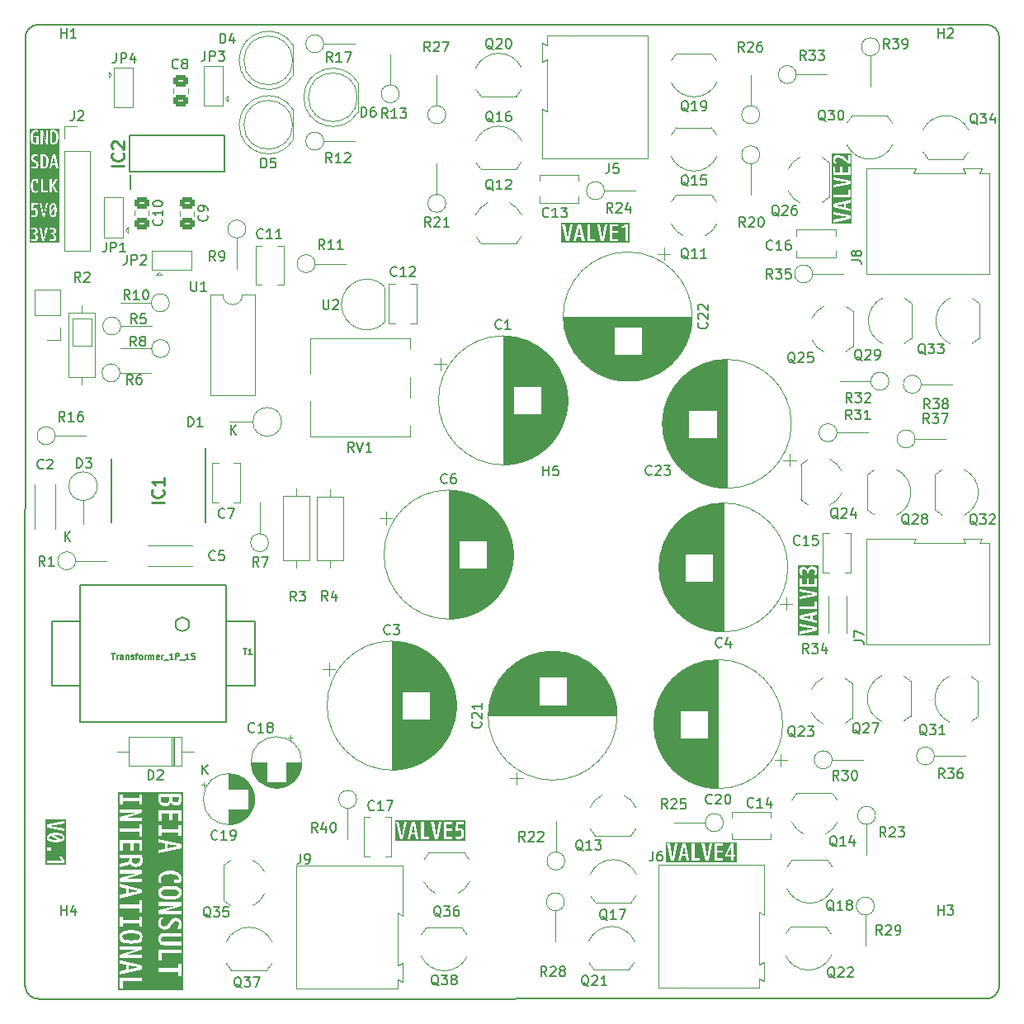
<source format=gbr>
%TF.GenerationSoftware,KiCad,Pcbnew,(6.0.7)*%
%TF.CreationDate,2022-10-05T08:16:40+03:00*%
%TF.ProjectId,irigatii2,69726967-6174-4696-9932-2e6b69636164,rev?*%
%TF.SameCoordinates,Original*%
%TF.FileFunction,Legend,Top*%
%TF.FilePolarity,Positive*%
%FSLAX46Y46*%
G04 Gerber Fmt 4.6, Leading zero omitted, Abs format (unit mm)*
G04 Created by KiCad (PCBNEW (6.0.7)) date 2022-10-05 08:16:40*
%MOMM*%
%LPD*%
G01*
G04 APERTURE LIST*
G04 Aperture macros list*
%AMRoundRect*
0 Rectangle with rounded corners*
0 $1 Rounding radius*
0 $2 $3 $4 $5 $6 $7 $8 $9 X,Y pos of 4 corners*
0 Add a 4 corners polygon primitive as box body*
4,1,4,$2,$3,$4,$5,$6,$7,$8,$9,$2,$3,0*
0 Add four circle primitives for the rounded corners*
1,1,$1+$1,$2,$3*
1,1,$1+$1,$4,$5*
1,1,$1+$1,$6,$7*
1,1,$1+$1,$8,$9*
0 Add four rect primitives between the rounded corners*
20,1,$1+$1,$2,$3,$4,$5,0*
20,1,$1+$1,$4,$5,$6,$7,0*
20,1,$1+$1,$6,$7,$8,$9,0*
20,1,$1+$1,$8,$9,$2,$3,0*%
G04 Aperture macros list end*
%TA.AperFunction,Profile*%
%ADD10C,0.150000*%
%TD*%
%ADD11C,0.150000*%
%ADD12C,0.254000*%
%ADD13C,0.127000*%
%ADD14C,0.120000*%
%ADD15C,0.200000*%
%ADD16R,1.500000X1.000000*%
%ADD17R,1.700000X1.700000*%
%ADD18O,1.700000X1.700000*%
%ADD19C,1.400000*%
%ADD20O,1.400000X1.400000*%
%ADD21R,1.500000X1.500000*%
%ADD22C,1.500000*%
%ADD23R,1.000000X1.500000*%
%ADD24R,3.960000X1.980000*%
%ADD25O,3.960000X1.980000*%
%ADD26R,1.800000X1.800000*%
%ADD27O,1.800000X1.800000*%
%ADD28R,0.450000X1.475000*%
%ADD29C,1.600000*%
%ADD30R,1.170000X1.170000*%
%ADD31C,1.170000*%
%ADD32RoundRect,0.250000X0.475000X-0.337500X0.475000X0.337500X-0.475000X0.337500X-0.475000X-0.337500X0*%
%ADD33C,3.600000*%
%ADD34C,6.400000*%
%ADD35R,2.400000X2.400000*%
%ADD36C,2.400000*%
%ADD37RoundRect,0.250000X-0.475000X0.337500X-0.475000X-0.337500X0.475000X-0.337500X0.475000X0.337500X0*%
%ADD38O,1.600000X1.600000*%
%ADD39C,1.800000*%
%ADD40R,1.980000X3.960000*%
%ADD41O,1.980000X3.960000*%
%ADD42R,1.600000X1.600000*%
%ADD43R,2.400000X1.600000*%
%ADD44O,2.400000X1.600000*%
%ADD45C,2.301240*%
%ADD46C,2.340000*%
%ADD47R,1.500000X1.050000*%
%ADD48O,1.500000X1.050000*%
G04 APERTURE END LIST*
D10*
X28912780Y-80877533D02*
G75*
G03*
X27565448Y-82299928I22280J-1370417D01*
G01*
X27559000Y-179500667D02*
X27565448Y-82299928D01*
X127529559Y-82227378D02*
G75*
G03*
X126107071Y-80880047I-1370459J-22322D01*
G01*
X126179621Y-180844073D02*
X28981400Y-180847999D01*
X28912780Y-80877528D02*
X126107071Y-80880047D01*
X127529471Y-82227379D02*
X127526953Y-179421673D01*
X126179622Y-180844159D02*
G75*
G03*
X127526953Y-179421673I-22322J1370459D01*
G01*
X27558995Y-179500667D02*
G75*
G03*
X28981400Y-180847999I1370405J22267D01*
G01*
D11*
%TO.C,R25*%
X93459542Y-161339780D02*
X93126209Y-160863590D01*
X92888114Y-161339780D02*
X92888114Y-160339780D01*
X93269066Y-160339780D01*
X93364304Y-160387400D01*
X93411923Y-160435019D01*
X93459542Y-160530257D01*
X93459542Y-160673114D01*
X93411923Y-160768352D01*
X93364304Y-160815971D01*
X93269066Y-160863590D01*
X92888114Y-160863590D01*
X93840495Y-160435019D02*
X93888114Y-160387400D01*
X93983352Y-160339780D01*
X94221447Y-160339780D01*
X94316685Y-160387400D01*
X94364304Y-160435019D01*
X94411923Y-160530257D01*
X94411923Y-160625495D01*
X94364304Y-160768352D01*
X93792876Y-161339780D01*
X94411923Y-161339780D01*
X95316685Y-160339780D02*
X94840495Y-160339780D01*
X94792876Y-160815971D01*
X94840495Y-160768352D01*
X94935733Y-160720733D01*
X95173828Y-160720733D01*
X95269066Y-160768352D01*
X95316685Y-160815971D01*
X95364304Y-160911209D01*
X95364304Y-161149304D01*
X95316685Y-161244542D01*
X95269066Y-161292161D01*
X95173828Y-161339780D01*
X94935733Y-161339780D01*
X94840495Y-161292161D01*
X94792876Y-161244542D01*
%TO.C,R13*%
X64762142Y-90469180D02*
X64428809Y-89992990D01*
X64190714Y-90469180D02*
X64190714Y-89469180D01*
X64571666Y-89469180D01*
X64666904Y-89516800D01*
X64714523Y-89564419D01*
X64762142Y-89659657D01*
X64762142Y-89802514D01*
X64714523Y-89897752D01*
X64666904Y-89945371D01*
X64571666Y-89992990D01*
X64190714Y-89992990D01*
X65714523Y-90469180D02*
X65143095Y-90469180D01*
X65428809Y-90469180D02*
X65428809Y-89469180D01*
X65333571Y-89612038D01*
X65238333Y-89707276D01*
X65143095Y-89754895D01*
X66047857Y-89469180D02*
X66666904Y-89469180D01*
X66333571Y-89850133D01*
X66476428Y-89850133D01*
X66571666Y-89897752D01*
X66619285Y-89945371D01*
X66666904Y-90040609D01*
X66666904Y-90278704D01*
X66619285Y-90373942D01*
X66571666Y-90421561D01*
X66476428Y-90469180D01*
X66190714Y-90469180D01*
X66095476Y-90421561D01*
X66047857Y-90373942D01*
%TO.C,R12*%
X59021742Y-95041980D02*
X58688409Y-94565790D01*
X58450314Y-95041980D02*
X58450314Y-94041980D01*
X58831266Y-94041980D01*
X58926504Y-94089600D01*
X58974123Y-94137219D01*
X59021742Y-94232457D01*
X59021742Y-94375314D01*
X58974123Y-94470552D01*
X58926504Y-94518171D01*
X58831266Y-94565790D01*
X58450314Y-94565790D01*
X59974123Y-95041980D02*
X59402695Y-95041980D01*
X59688409Y-95041980D02*
X59688409Y-94041980D01*
X59593171Y-94184838D01*
X59497933Y-94280076D01*
X59402695Y-94327695D01*
X60355076Y-94137219D02*
X60402695Y-94089600D01*
X60497933Y-94041980D01*
X60736028Y-94041980D01*
X60831266Y-94089600D01*
X60878885Y-94137219D01*
X60926504Y-94232457D01*
X60926504Y-94327695D01*
X60878885Y-94470552D01*
X60307457Y-95041980D01*
X60926504Y-95041980D01*
%TO.C,R5*%
X39000133Y-111551980D02*
X38666800Y-111075790D01*
X38428704Y-111551980D02*
X38428704Y-110551980D01*
X38809657Y-110551980D01*
X38904895Y-110599600D01*
X38952514Y-110647219D01*
X39000133Y-110742457D01*
X39000133Y-110885314D01*
X38952514Y-110980552D01*
X38904895Y-111028171D01*
X38809657Y-111075790D01*
X38428704Y-111075790D01*
X39904895Y-110551980D02*
X39428704Y-110551980D01*
X39381085Y-111028171D01*
X39428704Y-110980552D01*
X39523942Y-110932933D01*
X39762038Y-110932933D01*
X39857276Y-110980552D01*
X39904895Y-111028171D01*
X39952514Y-111123409D01*
X39952514Y-111361504D01*
X39904895Y-111456742D01*
X39857276Y-111504361D01*
X39762038Y-111551980D01*
X39523942Y-111551980D01*
X39428704Y-111504361D01*
X39381085Y-111456742D01*
%TO.C,Q27*%
X113220571Y-153658819D02*
X113125333Y-153611200D01*
X113030095Y-153515961D01*
X112887238Y-153373104D01*
X112792000Y-153325485D01*
X112696761Y-153325485D01*
X112744380Y-153563580D02*
X112649142Y-153515961D01*
X112553904Y-153420723D01*
X112506285Y-153230247D01*
X112506285Y-152896914D01*
X112553904Y-152706438D01*
X112649142Y-152611200D01*
X112744380Y-152563580D01*
X112934857Y-152563580D01*
X113030095Y-152611200D01*
X113125333Y-152706438D01*
X113172952Y-152896914D01*
X113172952Y-153230247D01*
X113125333Y-153420723D01*
X113030095Y-153515961D01*
X112934857Y-153563580D01*
X112744380Y-153563580D01*
X113553904Y-152658819D02*
X113601523Y-152611200D01*
X113696761Y-152563580D01*
X113934857Y-152563580D01*
X114030095Y-152611200D01*
X114077714Y-152658819D01*
X114125333Y-152754057D01*
X114125333Y-152849295D01*
X114077714Y-152992152D01*
X113506285Y-153563580D01*
X114125333Y-153563580D01*
X114458666Y-152563580D02*
X115125333Y-152563580D01*
X114696761Y-153563580D01*
%TO.C,JP2*%
X38003266Y-104506780D02*
X38003266Y-105221066D01*
X37955647Y-105363923D01*
X37860409Y-105459161D01*
X37717552Y-105506780D01*
X37622314Y-105506780D01*
X38479457Y-105506780D02*
X38479457Y-104506780D01*
X38860409Y-104506780D01*
X38955647Y-104554400D01*
X39003266Y-104602019D01*
X39050885Y-104697257D01*
X39050885Y-104840114D01*
X39003266Y-104935352D01*
X38955647Y-104982971D01*
X38860409Y-105030590D01*
X38479457Y-105030590D01*
X39431838Y-104602019D02*
X39479457Y-104554400D01*
X39574695Y-104506780D01*
X39812790Y-104506780D01*
X39908028Y-104554400D01*
X39955647Y-104602019D01*
X40003266Y-104697257D01*
X40003266Y-104792495D01*
X39955647Y-104935352D01*
X39384219Y-105506780D01*
X40003266Y-105506780D01*
%TO.C,J7*%
X112630580Y-144057933D02*
X113344866Y-144057933D01*
X113487723Y-144105552D01*
X113582961Y-144200790D01*
X113630580Y-144343647D01*
X113630580Y-144438885D01*
X112630580Y-143676980D02*
X112630580Y-143010314D01*
X113630580Y-143438885D01*
%TO.C,D3*%
X32840704Y-126360180D02*
X32840704Y-125360180D01*
X33078800Y-125360180D01*
X33221657Y-125407800D01*
X33316895Y-125503038D01*
X33364514Y-125598276D01*
X33412133Y-125788752D01*
X33412133Y-125931609D01*
X33364514Y-126122085D01*
X33316895Y-126217323D01*
X33221657Y-126312561D01*
X33078800Y-126360180D01*
X32840704Y-126360180D01*
X33745466Y-125360180D02*
X34364514Y-125360180D01*
X34031180Y-125741133D01*
X34174038Y-125741133D01*
X34269276Y-125788752D01*
X34316895Y-125836371D01*
X34364514Y-125931609D01*
X34364514Y-126169704D01*
X34316895Y-126264942D01*
X34269276Y-126312561D01*
X34174038Y-126360180D01*
X33888323Y-126360180D01*
X33793085Y-126312561D01*
X33745466Y-126264942D01*
X31640495Y-133903980D02*
X31640495Y-132903980D01*
X32211923Y-133903980D02*
X31783352Y-133332552D01*
X32211923Y-132903980D02*
X31640495Y-133475409D01*
D12*
%TO.C,IC2*%
X37709323Y-95397561D02*
X36439323Y-95397561D01*
X37588371Y-94067085D02*
X37648847Y-94127561D01*
X37709323Y-94308990D01*
X37709323Y-94429942D01*
X37648847Y-94611371D01*
X37527895Y-94732323D01*
X37406942Y-94792800D01*
X37165038Y-94853276D01*
X36983609Y-94853276D01*
X36741704Y-94792800D01*
X36620752Y-94732323D01*
X36499800Y-94611371D01*
X36439323Y-94429942D01*
X36439323Y-94308990D01*
X36499800Y-94127561D01*
X36560276Y-94067085D01*
X36560276Y-93583276D02*
X36499800Y-93522800D01*
X36439323Y-93401847D01*
X36439323Y-93099466D01*
X36499800Y-92978514D01*
X36560276Y-92918038D01*
X36681228Y-92857561D01*
X36802180Y-92857561D01*
X36983609Y-92918038D01*
X37709323Y-93643752D01*
X37709323Y-92857561D01*
D11*
%TO.C,C17*%
X63365142Y-161418542D02*
X63317523Y-161466161D01*
X63174666Y-161513780D01*
X63079428Y-161513780D01*
X62936571Y-161466161D01*
X62841333Y-161370923D01*
X62793714Y-161275685D01*
X62746095Y-161085209D01*
X62746095Y-160942352D01*
X62793714Y-160751876D01*
X62841333Y-160656638D01*
X62936571Y-160561400D01*
X63079428Y-160513780D01*
X63174666Y-160513780D01*
X63317523Y-160561400D01*
X63365142Y-160609019D01*
X64317523Y-161513780D02*
X63746095Y-161513780D01*
X64031809Y-161513780D02*
X64031809Y-160513780D01*
X63936571Y-160656638D01*
X63841333Y-160751876D01*
X63746095Y-160799495D01*
X64650857Y-160513780D02*
X65317523Y-160513780D01*
X64888952Y-161513780D01*
%TO.C,Q26*%
X104914771Y-100522019D02*
X104819533Y-100474400D01*
X104724295Y-100379161D01*
X104581438Y-100236304D01*
X104486200Y-100188685D01*
X104390961Y-100188685D01*
X104438580Y-100426780D02*
X104343342Y-100379161D01*
X104248104Y-100283923D01*
X104200485Y-100093447D01*
X104200485Y-99760114D01*
X104248104Y-99569638D01*
X104343342Y-99474400D01*
X104438580Y-99426780D01*
X104629057Y-99426780D01*
X104724295Y-99474400D01*
X104819533Y-99569638D01*
X104867152Y-99760114D01*
X104867152Y-100093447D01*
X104819533Y-100283923D01*
X104724295Y-100379161D01*
X104629057Y-100426780D01*
X104438580Y-100426780D01*
X105248104Y-99522019D02*
X105295723Y-99474400D01*
X105390961Y-99426780D01*
X105629057Y-99426780D01*
X105724295Y-99474400D01*
X105771914Y-99522019D01*
X105819533Y-99617257D01*
X105819533Y-99712495D01*
X105771914Y-99855352D01*
X105200485Y-100426780D01*
X105819533Y-100426780D01*
X106676676Y-99426780D02*
X106486200Y-99426780D01*
X106390961Y-99474400D01*
X106343342Y-99522019D01*
X106248104Y-99664876D01*
X106200485Y-99855352D01*
X106200485Y-100236304D01*
X106248104Y-100331542D01*
X106295723Y-100379161D01*
X106390961Y-100426780D01*
X106581438Y-100426780D01*
X106676676Y-100379161D01*
X106724295Y-100331542D01*
X106771914Y-100236304D01*
X106771914Y-99998209D01*
X106724295Y-99902971D01*
X106676676Y-99855352D01*
X106581438Y-99807733D01*
X106390961Y-99807733D01*
X106295723Y-99855352D01*
X106248104Y-99902971D01*
X106200485Y-99998209D01*
D12*
%TO.C,IC1*%
X41798723Y-129941561D02*
X40528723Y-129941561D01*
X41677771Y-128611085D02*
X41738247Y-128671561D01*
X41798723Y-128852990D01*
X41798723Y-128973942D01*
X41738247Y-129155371D01*
X41617295Y-129276323D01*
X41496342Y-129336800D01*
X41254438Y-129397276D01*
X41073009Y-129397276D01*
X40831104Y-129336800D01*
X40710152Y-129276323D01*
X40589200Y-129155371D01*
X40528723Y-128973942D01*
X40528723Y-128852990D01*
X40589200Y-128671561D01*
X40649676Y-128611085D01*
X41798723Y-127401561D02*
X41798723Y-128127276D01*
X41798723Y-127764419D02*
X40528723Y-127764419D01*
X40710152Y-127885371D01*
X40831104Y-128006323D01*
X40891580Y-128127276D01*
D11*
%TO.C,C8*%
X43267333Y-85320142D02*
X43219714Y-85367761D01*
X43076857Y-85415380D01*
X42981619Y-85415380D01*
X42838761Y-85367761D01*
X42743523Y-85272523D01*
X42695904Y-85177285D01*
X42648285Y-84986809D01*
X42648285Y-84843952D01*
X42695904Y-84653476D01*
X42743523Y-84558238D01*
X42838761Y-84463000D01*
X42981619Y-84415380D01*
X43076857Y-84415380D01*
X43219714Y-84463000D01*
X43267333Y-84510619D01*
X43838761Y-84843952D02*
X43743523Y-84796333D01*
X43695904Y-84748714D01*
X43648285Y-84653476D01*
X43648285Y-84605857D01*
X43695904Y-84510619D01*
X43743523Y-84463000D01*
X43838761Y-84415380D01*
X44029238Y-84415380D01*
X44124476Y-84463000D01*
X44172095Y-84510619D01*
X44219714Y-84605857D01*
X44219714Y-84653476D01*
X44172095Y-84748714D01*
X44124476Y-84796333D01*
X44029238Y-84843952D01*
X43838761Y-84843952D01*
X43743523Y-84891571D01*
X43695904Y-84939190D01*
X43648285Y-85034428D01*
X43648285Y-85224904D01*
X43695904Y-85320142D01*
X43743523Y-85367761D01*
X43838761Y-85415380D01*
X44029238Y-85415380D01*
X44124476Y-85367761D01*
X44172095Y-85320142D01*
X44219714Y-85224904D01*
X44219714Y-85034428D01*
X44172095Y-84939190D01*
X44124476Y-84891571D01*
X44029238Y-84843952D01*
%TO.C,H3*%
X121238095Y-172252380D02*
X121238095Y-171252380D01*
X121238095Y-171728571D02*
X121809523Y-171728571D01*
X121809523Y-172252380D02*
X121809523Y-171252380D01*
X122190476Y-171252380D02*
X122809523Y-171252380D01*
X122476190Y-171633333D01*
X122619047Y-171633333D01*
X122714285Y-171680952D01*
X122761904Y-171728571D01*
X122809523Y-171823809D01*
X122809523Y-172061904D01*
X122761904Y-172157142D01*
X122714285Y-172204761D01*
X122619047Y-172252380D01*
X122333333Y-172252380D01*
X122238095Y-172204761D01*
X122190476Y-172157142D01*
%TO.C,Q13*%
X84797971Y-165647619D02*
X84702733Y-165600000D01*
X84607495Y-165504761D01*
X84464638Y-165361904D01*
X84369400Y-165314285D01*
X84274161Y-165314285D01*
X84321780Y-165552380D02*
X84226542Y-165504761D01*
X84131304Y-165409523D01*
X84083685Y-165219047D01*
X84083685Y-164885714D01*
X84131304Y-164695238D01*
X84226542Y-164600000D01*
X84321780Y-164552380D01*
X84512257Y-164552380D01*
X84607495Y-164600000D01*
X84702733Y-164695238D01*
X84750352Y-164885714D01*
X84750352Y-165219047D01*
X84702733Y-165409523D01*
X84607495Y-165504761D01*
X84512257Y-165552380D01*
X84321780Y-165552380D01*
X85702733Y-165552380D02*
X85131304Y-165552380D01*
X85417019Y-165552380D02*
X85417019Y-164552380D01*
X85321780Y-164695238D01*
X85226542Y-164790476D01*
X85131304Y-164838095D01*
X86036066Y-164552380D02*
X86655114Y-164552380D01*
X86321780Y-164933333D01*
X86464638Y-164933333D01*
X86559876Y-164980952D01*
X86607495Y-165028571D01*
X86655114Y-165123809D01*
X86655114Y-165361904D01*
X86607495Y-165457142D01*
X86559876Y-165504761D01*
X86464638Y-165552380D01*
X86178923Y-165552380D01*
X86083685Y-165504761D01*
X86036066Y-165457142D01*
%TO.C,R30*%
X111040942Y-158414980D02*
X110707609Y-157938790D01*
X110469514Y-158414980D02*
X110469514Y-157414980D01*
X110850466Y-157414980D01*
X110945704Y-157462600D01*
X110993323Y-157510219D01*
X111040942Y-157605457D01*
X111040942Y-157748314D01*
X110993323Y-157843552D01*
X110945704Y-157891171D01*
X110850466Y-157938790D01*
X110469514Y-157938790D01*
X111374276Y-157414980D02*
X111993323Y-157414980D01*
X111659990Y-157795933D01*
X111802847Y-157795933D01*
X111898085Y-157843552D01*
X111945704Y-157891171D01*
X111993323Y-157986409D01*
X111993323Y-158224504D01*
X111945704Y-158319742D01*
X111898085Y-158367361D01*
X111802847Y-158414980D01*
X111517133Y-158414980D01*
X111421895Y-158367361D01*
X111374276Y-158319742D01*
X112612371Y-157414980D02*
X112707609Y-157414980D01*
X112802847Y-157462600D01*
X112850466Y-157510219D01*
X112898085Y-157605457D01*
X112945704Y-157795933D01*
X112945704Y-158034028D01*
X112898085Y-158224504D01*
X112850466Y-158319742D01*
X112802847Y-158367361D01*
X112707609Y-158414980D01*
X112612371Y-158414980D01*
X112517133Y-158367361D01*
X112469514Y-158319742D01*
X112421895Y-158224504D01*
X112374276Y-158034028D01*
X112374276Y-157795933D01*
X112421895Y-157605457D01*
X112469514Y-157510219D01*
X112517133Y-157462600D01*
X112612371Y-157414980D01*
%TO.C,J8*%
X112355380Y-105057533D02*
X113069666Y-105057533D01*
X113212523Y-105105152D01*
X113307761Y-105200390D01*
X113355380Y-105343247D01*
X113355380Y-105438485D01*
X112783952Y-104438485D02*
X112736333Y-104533723D01*
X112688714Y-104581342D01*
X112593476Y-104628961D01*
X112545857Y-104628961D01*
X112450619Y-104581342D01*
X112403000Y-104533723D01*
X112355380Y-104438485D01*
X112355380Y-104248009D01*
X112403000Y-104152771D01*
X112450619Y-104105152D01*
X112545857Y-104057533D01*
X112593476Y-104057533D01*
X112688714Y-104105152D01*
X112736333Y-104152771D01*
X112783952Y-104248009D01*
X112783952Y-104438485D01*
X112831571Y-104533723D01*
X112879190Y-104581342D01*
X112974428Y-104628961D01*
X113164904Y-104628961D01*
X113260142Y-104581342D01*
X113307761Y-104533723D01*
X113355380Y-104438485D01*
X113355380Y-104248009D01*
X113307761Y-104152771D01*
X113260142Y-104105152D01*
X113164904Y-104057533D01*
X112974428Y-104057533D01*
X112879190Y-104105152D01*
X112831571Y-104152771D01*
X112783952Y-104248009D01*
%TO.C,Q33*%
X119951571Y-114720619D02*
X119856333Y-114673000D01*
X119761095Y-114577761D01*
X119618238Y-114434904D01*
X119523000Y-114387285D01*
X119427761Y-114387285D01*
X119475380Y-114625380D02*
X119380142Y-114577761D01*
X119284904Y-114482523D01*
X119237285Y-114292047D01*
X119237285Y-113958714D01*
X119284904Y-113768238D01*
X119380142Y-113673000D01*
X119475380Y-113625380D01*
X119665857Y-113625380D01*
X119761095Y-113673000D01*
X119856333Y-113768238D01*
X119903952Y-113958714D01*
X119903952Y-114292047D01*
X119856333Y-114482523D01*
X119761095Y-114577761D01*
X119665857Y-114625380D01*
X119475380Y-114625380D01*
X120237285Y-113625380D02*
X120856333Y-113625380D01*
X120523000Y-114006333D01*
X120665857Y-114006333D01*
X120761095Y-114053952D01*
X120808714Y-114101571D01*
X120856333Y-114196809D01*
X120856333Y-114434904D01*
X120808714Y-114530142D01*
X120761095Y-114577761D01*
X120665857Y-114625380D01*
X120380142Y-114625380D01*
X120284904Y-114577761D01*
X120237285Y-114530142D01*
X121189666Y-113625380D02*
X121808714Y-113625380D01*
X121475380Y-114006333D01*
X121618238Y-114006333D01*
X121713476Y-114053952D01*
X121761095Y-114101571D01*
X121808714Y-114196809D01*
X121808714Y-114434904D01*
X121761095Y-114530142D01*
X121713476Y-114577761D01*
X121618238Y-114625380D01*
X121332523Y-114625380D01*
X121237285Y-114577761D01*
X121189666Y-114530142D01*
%TO.C,Q17*%
X87287171Y-172785019D02*
X87191933Y-172737400D01*
X87096695Y-172642161D01*
X86953838Y-172499304D01*
X86858600Y-172451685D01*
X86763361Y-172451685D01*
X86810980Y-172689780D02*
X86715742Y-172642161D01*
X86620504Y-172546923D01*
X86572885Y-172356447D01*
X86572885Y-172023114D01*
X86620504Y-171832638D01*
X86715742Y-171737400D01*
X86810980Y-171689780D01*
X87001457Y-171689780D01*
X87096695Y-171737400D01*
X87191933Y-171832638D01*
X87239552Y-172023114D01*
X87239552Y-172356447D01*
X87191933Y-172546923D01*
X87096695Y-172642161D01*
X87001457Y-172689780D01*
X86810980Y-172689780D01*
X88191933Y-172689780D02*
X87620504Y-172689780D01*
X87906219Y-172689780D02*
X87906219Y-171689780D01*
X87810980Y-171832638D01*
X87715742Y-171927876D01*
X87620504Y-171975495D01*
X88525266Y-171689780D02*
X89191933Y-171689780D01*
X88763361Y-172689780D01*
%TO.C,R20*%
X101439742Y-101620580D02*
X101106409Y-101144390D01*
X100868314Y-101620580D02*
X100868314Y-100620580D01*
X101249266Y-100620580D01*
X101344504Y-100668200D01*
X101392123Y-100715819D01*
X101439742Y-100811057D01*
X101439742Y-100953914D01*
X101392123Y-101049152D01*
X101344504Y-101096771D01*
X101249266Y-101144390D01*
X100868314Y-101144390D01*
X101820695Y-100715819D02*
X101868314Y-100668200D01*
X101963552Y-100620580D01*
X102201647Y-100620580D01*
X102296885Y-100668200D01*
X102344504Y-100715819D01*
X102392123Y-100811057D01*
X102392123Y-100906295D01*
X102344504Y-101049152D01*
X101773076Y-101620580D01*
X102392123Y-101620580D01*
X103011171Y-100620580D02*
X103106409Y-100620580D01*
X103201647Y-100668200D01*
X103249266Y-100715819D01*
X103296885Y-100811057D01*
X103344504Y-101001533D01*
X103344504Y-101239628D01*
X103296885Y-101430104D01*
X103249266Y-101525342D01*
X103201647Y-101572961D01*
X103106409Y-101620580D01*
X103011171Y-101620580D01*
X102915933Y-101572961D01*
X102868314Y-101525342D01*
X102820695Y-101430104D01*
X102773076Y-101239628D01*
X102773076Y-101001533D01*
X102820695Y-100811057D01*
X102868314Y-100715819D01*
X102915933Y-100668200D01*
X103011171Y-100620580D01*
%TO.C,C13*%
X81272142Y-100560142D02*
X81224523Y-100607761D01*
X81081666Y-100655380D01*
X80986428Y-100655380D01*
X80843571Y-100607761D01*
X80748333Y-100512523D01*
X80700714Y-100417285D01*
X80653095Y-100226809D01*
X80653095Y-100083952D01*
X80700714Y-99893476D01*
X80748333Y-99798238D01*
X80843571Y-99703000D01*
X80986428Y-99655380D01*
X81081666Y-99655380D01*
X81224523Y-99703000D01*
X81272142Y-99750619D01*
X82224523Y-100655380D02*
X81653095Y-100655380D01*
X81938809Y-100655380D02*
X81938809Y-99655380D01*
X81843571Y-99798238D01*
X81748333Y-99893476D01*
X81653095Y-99941095D01*
X82557857Y-99655380D02*
X83176904Y-99655380D01*
X82843571Y-100036333D01*
X82986428Y-100036333D01*
X83081666Y-100083952D01*
X83129285Y-100131571D01*
X83176904Y-100226809D01*
X83176904Y-100464904D01*
X83129285Y-100560142D01*
X83081666Y-100607761D01*
X82986428Y-100655380D01*
X82700714Y-100655380D01*
X82605476Y-100607761D01*
X82557857Y-100560142D01*
%TO.C,C4*%
X99038748Y-144682942D02*
X98991129Y-144730561D01*
X98848272Y-144778180D01*
X98753034Y-144778180D01*
X98610176Y-144730561D01*
X98514938Y-144635323D01*
X98467319Y-144540085D01*
X98419700Y-144349609D01*
X98419700Y-144206752D01*
X98467319Y-144016276D01*
X98514938Y-143921038D01*
X98610176Y-143825800D01*
X98753034Y-143778180D01*
X98848272Y-143778180D01*
X98991129Y-143825800D01*
X99038748Y-143873419D01*
X99895891Y-144111514D02*
X99895891Y-144778180D01*
X99657795Y-143730561D02*
X99419700Y-144444847D01*
X100038748Y-144444847D01*
%TO.C,R23*%
X115866942Y-164231580D02*
X115533609Y-163755390D01*
X115295514Y-164231580D02*
X115295514Y-163231580D01*
X115676466Y-163231580D01*
X115771704Y-163279200D01*
X115819323Y-163326819D01*
X115866942Y-163422057D01*
X115866942Y-163564914D01*
X115819323Y-163660152D01*
X115771704Y-163707771D01*
X115676466Y-163755390D01*
X115295514Y-163755390D01*
X116247895Y-163326819D02*
X116295514Y-163279200D01*
X116390752Y-163231580D01*
X116628847Y-163231580D01*
X116724085Y-163279200D01*
X116771704Y-163326819D01*
X116819323Y-163422057D01*
X116819323Y-163517295D01*
X116771704Y-163660152D01*
X116200276Y-164231580D01*
X116819323Y-164231580D01*
X117152657Y-163231580D02*
X117771704Y-163231580D01*
X117438371Y-163612533D01*
X117581228Y-163612533D01*
X117676466Y-163660152D01*
X117724085Y-163707771D01*
X117771704Y-163803009D01*
X117771704Y-164041104D01*
X117724085Y-164136342D01*
X117676466Y-164183961D01*
X117581228Y-164231580D01*
X117295514Y-164231580D01*
X117200276Y-164183961D01*
X117152657Y-164136342D01*
%TO.C,R39*%
X116222542Y-83332580D02*
X115889209Y-82856390D01*
X115651114Y-83332580D02*
X115651114Y-82332580D01*
X116032066Y-82332580D01*
X116127304Y-82380200D01*
X116174923Y-82427819D01*
X116222542Y-82523057D01*
X116222542Y-82665914D01*
X116174923Y-82761152D01*
X116127304Y-82808771D01*
X116032066Y-82856390D01*
X115651114Y-82856390D01*
X116555876Y-82332580D02*
X117174923Y-82332580D01*
X116841590Y-82713533D01*
X116984447Y-82713533D01*
X117079685Y-82761152D01*
X117127304Y-82808771D01*
X117174923Y-82904009D01*
X117174923Y-83142104D01*
X117127304Y-83237342D01*
X117079685Y-83284961D01*
X116984447Y-83332580D01*
X116698733Y-83332580D01*
X116603495Y-83284961D01*
X116555876Y-83237342D01*
X117651114Y-83332580D02*
X117841590Y-83332580D01*
X117936828Y-83284961D01*
X117984447Y-83237342D01*
X118079685Y-83094485D01*
X118127304Y-82904009D01*
X118127304Y-82523057D01*
X118079685Y-82427819D01*
X118032066Y-82380200D01*
X117936828Y-82332580D01*
X117746352Y-82332580D01*
X117651114Y-82380200D01*
X117603495Y-82427819D01*
X117555876Y-82523057D01*
X117555876Y-82761152D01*
X117603495Y-82856390D01*
X117651114Y-82904009D01*
X117746352Y-82951628D01*
X117936828Y-82951628D01*
X118032066Y-82904009D01*
X118079685Y-82856390D01*
X118127304Y-82761152D01*
%TO.C,C10*%
X41559542Y-100871257D02*
X41607161Y-100918876D01*
X41654780Y-101061733D01*
X41654780Y-101156971D01*
X41607161Y-101299828D01*
X41511923Y-101395066D01*
X41416685Y-101442685D01*
X41226209Y-101490304D01*
X41083352Y-101490304D01*
X40892876Y-101442685D01*
X40797638Y-101395066D01*
X40702400Y-101299828D01*
X40654780Y-101156971D01*
X40654780Y-101061733D01*
X40702400Y-100918876D01*
X40750019Y-100871257D01*
X41654780Y-99918876D02*
X41654780Y-100490304D01*
X41654780Y-100204590D02*
X40654780Y-100204590D01*
X40797638Y-100299828D01*
X40892876Y-100395066D01*
X40940495Y-100490304D01*
X40654780Y-99299828D02*
X40654780Y-99204590D01*
X40702400Y-99109352D01*
X40750019Y-99061733D01*
X40845257Y-99014114D01*
X41035733Y-98966495D01*
X41273828Y-98966495D01*
X41464304Y-99014114D01*
X41559542Y-99061733D01*
X41607161Y-99109352D01*
X41654780Y-99204590D01*
X41654780Y-99299828D01*
X41607161Y-99395066D01*
X41559542Y-99442685D01*
X41464304Y-99490304D01*
X41273828Y-99537923D01*
X41035733Y-99537923D01*
X40845257Y-99490304D01*
X40750019Y-99442685D01*
X40702400Y-99395066D01*
X40654780Y-99299828D01*
%TO.C,D2*%
X40181304Y-158370380D02*
X40181304Y-157370380D01*
X40419400Y-157370380D01*
X40562257Y-157418000D01*
X40657495Y-157513238D01*
X40705114Y-157608476D01*
X40752733Y-157798952D01*
X40752733Y-157941809D01*
X40705114Y-158132285D01*
X40657495Y-158227523D01*
X40562257Y-158322761D01*
X40419400Y-158370380D01*
X40181304Y-158370380D01*
X41133685Y-157465619D02*
X41181304Y-157418000D01*
X41276542Y-157370380D01*
X41514638Y-157370380D01*
X41609876Y-157418000D01*
X41657495Y-157465619D01*
X41705114Y-157560857D01*
X41705114Y-157656095D01*
X41657495Y-157798952D01*
X41086066Y-158370380D01*
X41705114Y-158370380D01*
X45737495Y-157800380D02*
X45737495Y-156800380D01*
X46308923Y-157800380D02*
X45880352Y-157228952D01*
X46308923Y-156800380D02*
X45737495Y-157371809D01*
%TO.C,R26*%
X101312742Y-83662780D02*
X100979409Y-83186590D01*
X100741314Y-83662780D02*
X100741314Y-82662780D01*
X101122266Y-82662780D01*
X101217504Y-82710400D01*
X101265123Y-82758019D01*
X101312742Y-82853257D01*
X101312742Y-82996114D01*
X101265123Y-83091352D01*
X101217504Y-83138971D01*
X101122266Y-83186590D01*
X100741314Y-83186590D01*
X101693695Y-82758019D02*
X101741314Y-82710400D01*
X101836552Y-82662780D01*
X102074647Y-82662780D01*
X102169885Y-82710400D01*
X102217504Y-82758019D01*
X102265123Y-82853257D01*
X102265123Y-82948495D01*
X102217504Y-83091352D01*
X101646076Y-83662780D01*
X102265123Y-83662780D01*
X103122266Y-82662780D02*
X102931790Y-82662780D01*
X102836552Y-82710400D01*
X102788933Y-82758019D01*
X102693695Y-82900876D01*
X102646076Y-83091352D01*
X102646076Y-83472304D01*
X102693695Y-83567542D01*
X102741314Y-83615161D01*
X102836552Y-83662780D01*
X103027028Y-83662780D01*
X103122266Y-83615161D01*
X103169885Y-83567542D01*
X103217504Y-83472304D01*
X103217504Y-83234209D01*
X103169885Y-83138971D01*
X103122266Y-83091352D01*
X103027028Y-83043733D01*
X102836552Y-83043733D01*
X102741314Y-83091352D01*
X102693695Y-83138971D01*
X102646076Y-83234209D01*
%TO.C,Q36*%
X70233771Y-172437819D02*
X70138533Y-172390200D01*
X70043295Y-172294961D01*
X69900438Y-172152104D01*
X69805200Y-172104485D01*
X69709961Y-172104485D01*
X69757580Y-172342580D02*
X69662342Y-172294961D01*
X69567104Y-172199723D01*
X69519485Y-172009247D01*
X69519485Y-171675914D01*
X69567104Y-171485438D01*
X69662342Y-171390200D01*
X69757580Y-171342580D01*
X69948057Y-171342580D01*
X70043295Y-171390200D01*
X70138533Y-171485438D01*
X70186152Y-171675914D01*
X70186152Y-172009247D01*
X70138533Y-172199723D01*
X70043295Y-172294961D01*
X69948057Y-172342580D01*
X69757580Y-172342580D01*
X70519485Y-171342580D02*
X71138533Y-171342580D01*
X70805200Y-171723533D01*
X70948057Y-171723533D01*
X71043295Y-171771152D01*
X71090914Y-171818771D01*
X71138533Y-171914009D01*
X71138533Y-172152104D01*
X71090914Y-172247342D01*
X71043295Y-172294961D01*
X70948057Y-172342580D01*
X70662342Y-172342580D01*
X70567104Y-172294961D01*
X70519485Y-172247342D01*
X71995676Y-171342580D02*
X71805200Y-171342580D01*
X71709961Y-171390200D01*
X71662342Y-171437819D01*
X71567104Y-171580676D01*
X71519485Y-171771152D01*
X71519485Y-172152104D01*
X71567104Y-172247342D01*
X71614723Y-172294961D01*
X71709961Y-172342580D01*
X71900438Y-172342580D01*
X71995676Y-172294961D01*
X72043295Y-172247342D01*
X72090914Y-172152104D01*
X72090914Y-171914009D01*
X72043295Y-171818771D01*
X71995676Y-171771152D01*
X71900438Y-171723533D01*
X71709961Y-171723533D01*
X71614723Y-171771152D01*
X71567104Y-171818771D01*
X71519485Y-171914009D01*
%TO.C,Q21*%
X85382171Y-179541419D02*
X85286933Y-179493800D01*
X85191695Y-179398561D01*
X85048838Y-179255704D01*
X84953600Y-179208085D01*
X84858361Y-179208085D01*
X84905980Y-179446180D02*
X84810742Y-179398561D01*
X84715504Y-179303323D01*
X84667885Y-179112847D01*
X84667885Y-178779514D01*
X84715504Y-178589038D01*
X84810742Y-178493800D01*
X84905980Y-178446180D01*
X85096457Y-178446180D01*
X85191695Y-178493800D01*
X85286933Y-178589038D01*
X85334552Y-178779514D01*
X85334552Y-179112847D01*
X85286933Y-179303323D01*
X85191695Y-179398561D01*
X85096457Y-179446180D01*
X84905980Y-179446180D01*
X85715504Y-178541419D02*
X85763123Y-178493800D01*
X85858361Y-178446180D01*
X86096457Y-178446180D01*
X86191695Y-178493800D01*
X86239314Y-178541419D01*
X86286933Y-178636657D01*
X86286933Y-178731895D01*
X86239314Y-178874752D01*
X85667885Y-179446180D01*
X86286933Y-179446180D01*
X87239314Y-179446180D02*
X86667885Y-179446180D01*
X86953600Y-179446180D02*
X86953600Y-178446180D01*
X86858361Y-178589038D01*
X86763123Y-178684276D01*
X86667885Y-178731895D01*
%TO.C,R21*%
X69156342Y-101620580D02*
X68823009Y-101144390D01*
X68584914Y-101620580D02*
X68584914Y-100620580D01*
X68965866Y-100620580D01*
X69061104Y-100668200D01*
X69108723Y-100715819D01*
X69156342Y-100811057D01*
X69156342Y-100953914D01*
X69108723Y-101049152D01*
X69061104Y-101096771D01*
X68965866Y-101144390D01*
X68584914Y-101144390D01*
X69537295Y-100715819D02*
X69584914Y-100668200D01*
X69680152Y-100620580D01*
X69918247Y-100620580D01*
X70013485Y-100668200D01*
X70061104Y-100715819D01*
X70108723Y-100811057D01*
X70108723Y-100906295D01*
X70061104Y-101049152D01*
X69489676Y-101620580D01*
X70108723Y-101620580D01*
X71061104Y-101620580D02*
X70489676Y-101620580D01*
X70775390Y-101620580D02*
X70775390Y-100620580D01*
X70680152Y-100763438D01*
X70584914Y-100858676D01*
X70489676Y-100906295D01*
%TO.C,Q35*%
X46596371Y-172505619D02*
X46501133Y-172458000D01*
X46405895Y-172362761D01*
X46263038Y-172219904D01*
X46167800Y-172172285D01*
X46072561Y-172172285D01*
X46120180Y-172410380D02*
X46024942Y-172362761D01*
X45929704Y-172267523D01*
X45882085Y-172077047D01*
X45882085Y-171743714D01*
X45929704Y-171553238D01*
X46024942Y-171458000D01*
X46120180Y-171410380D01*
X46310657Y-171410380D01*
X46405895Y-171458000D01*
X46501133Y-171553238D01*
X46548752Y-171743714D01*
X46548752Y-172077047D01*
X46501133Y-172267523D01*
X46405895Y-172362761D01*
X46310657Y-172410380D01*
X46120180Y-172410380D01*
X46882085Y-171410380D02*
X47501133Y-171410380D01*
X47167800Y-171791333D01*
X47310657Y-171791333D01*
X47405895Y-171838952D01*
X47453514Y-171886571D01*
X47501133Y-171981809D01*
X47501133Y-172219904D01*
X47453514Y-172315142D01*
X47405895Y-172362761D01*
X47310657Y-172410380D01*
X47024942Y-172410380D01*
X46929704Y-172362761D01*
X46882085Y-172315142D01*
X48405895Y-171410380D02*
X47929704Y-171410380D01*
X47882085Y-171886571D01*
X47929704Y-171838952D01*
X48024942Y-171791333D01*
X48263038Y-171791333D01*
X48358276Y-171838952D01*
X48405895Y-171886571D01*
X48453514Y-171981809D01*
X48453514Y-172219904D01*
X48405895Y-172315142D01*
X48358276Y-172362761D01*
X48263038Y-172410380D01*
X48024942Y-172410380D01*
X47929704Y-172362761D01*
X47882085Y-172315142D01*
%TO.C,Q20*%
X75577771Y-83410819D02*
X75482533Y-83363200D01*
X75387295Y-83267961D01*
X75244438Y-83125104D01*
X75149200Y-83077485D01*
X75053961Y-83077485D01*
X75101580Y-83315580D02*
X75006342Y-83267961D01*
X74911104Y-83172723D01*
X74863485Y-82982247D01*
X74863485Y-82648914D01*
X74911104Y-82458438D01*
X75006342Y-82363200D01*
X75101580Y-82315580D01*
X75292057Y-82315580D01*
X75387295Y-82363200D01*
X75482533Y-82458438D01*
X75530152Y-82648914D01*
X75530152Y-82982247D01*
X75482533Y-83172723D01*
X75387295Y-83267961D01*
X75292057Y-83315580D01*
X75101580Y-83315580D01*
X75911104Y-82410819D02*
X75958723Y-82363200D01*
X76053961Y-82315580D01*
X76292057Y-82315580D01*
X76387295Y-82363200D01*
X76434914Y-82410819D01*
X76482533Y-82506057D01*
X76482533Y-82601295D01*
X76434914Y-82744152D01*
X75863485Y-83315580D01*
X76482533Y-83315580D01*
X77101580Y-82315580D02*
X77196819Y-82315580D01*
X77292057Y-82363200D01*
X77339676Y-82410819D01*
X77387295Y-82506057D01*
X77434914Y-82696533D01*
X77434914Y-82934628D01*
X77387295Y-83125104D01*
X77339676Y-83220342D01*
X77292057Y-83267961D01*
X77196819Y-83315580D01*
X77101580Y-83315580D01*
X77006342Y-83267961D01*
X76958723Y-83220342D01*
X76911104Y-83125104D01*
X76863485Y-82934628D01*
X76863485Y-82696533D01*
X76911104Y-82506057D01*
X76958723Y-82410819D01*
X77006342Y-82363200D01*
X77101580Y-82315580D01*
%TO.C,R27*%
X69105542Y-83637380D02*
X68772209Y-83161190D01*
X68534114Y-83637380D02*
X68534114Y-82637380D01*
X68915066Y-82637380D01*
X69010304Y-82685000D01*
X69057923Y-82732619D01*
X69105542Y-82827857D01*
X69105542Y-82970714D01*
X69057923Y-83065952D01*
X69010304Y-83113571D01*
X68915066Y-83161190D01*
X68534114Y-83161190D01*
X69486495Y-82732619D02*
X69534114Y-82685000D01*
X69629352Y-82637380D01*
X69867447Y-82637380D01*
X69962685Y-82685000D01*
X70010304Y-82732619D01*
X70057923Y-82827857D01*
X70057923Y-82923095D01*
X70010304Y-83065952D01*
X69438876Y-83637380D01*
X70057923Y-83637380D01*
X70391257Y-82637380D02*
X71057923Y-82637380D01*
X70629352Y-83637380D01*
%TO.C,Q18*%
X110553571Y-171819819D02*
X110458333Y-171772200D01*
X110363095Y-171676961D01*
X110220238Y-171534104D01*
X110125000Y-171486485D01*
X110029761Y-171486485D01*
X110077380Y-171724580D02*
X109982142Y-171676961D01*
X109886904Y-171581723D01*
X109839285Y-171391247D01*
X109839285Y-171057914D01*
X109886904Y-170867438D01*
X109982142Y-170772200D01*
X110077380Y-170724580D01*
X110267857Y-170724580D01*
X110363095Y-170772200D01*
X110458333Y-170867438D01*
X110505952Y-171057914D01*
X110505952Y-171391247D01*
X110458333Y-171581723D01*
X110363095Y-171676961D01*
X110267857Y-171724580D01*
X110077380Y-171724580D01*
X111458333Y-171724580D02*
X110886904Y-171724580D01*
X111172619Y-171724580D02*
X111172619Y-170724580D01*
X111077380Y-170867438D01*
X110982142Y-170962676D01*
X110886904Y-171010295D01*
X112029761Y-171153152D02*
X111934523Y-171105533D01*
X111886904Y-171057914D01*
X111839285Y-170962676D01*
X111839285Y-170915057D01*
X111886904Y-170819819D01*
X111934523Y-170772200D01*
X112029761Y-170724580D01*
X112220238Y-170724580D01*
X112315476Y-170772200D01*
X112363095Y-170819819D01*
X112410714Y-170915057D01*
X112410714Y-170962676D01*
X112363095Y-171057914D01*
X112315476Y-171105533D01*
X112220238Y-171153152D01*
X112029761Y-171153152D01*
X111934523Y-171200771D01*
X111886904Y-171248390D01*
X111839285Y-171343628D01*
X111839285Y-171534104D01*
X111886904Y-171629342D01*
X111934523Y-171676961D01*
X112029761Y-171724580D01*
X112220238Y-171724580D01*
X112315476Y-171676961D01*
X112363095Y-171629342D01*
X112410714Y-171534104D01*
X112410714Y-171343628D01*
X112363095Y-171248390D01*
X112315476Y-171200771D01*
X112220238Y-171153152D01*
%TO.C,R8*%
X38949333Y-113863380D02*
X38616000Y-113387190D01*
X38377904Y-113863380D02*
X38377904Y-112863380D01*
X38758857Y-112863380D01*
X38854095Y-112911000D01*
X38901714Y-112958619D01*
X38949333Y-113053857D01*
X38949333Y-113196714D01*
X38901714Y-113291952D01*
X38854095Y-113339571D01*
X38758857Y-113387190D01*
X38377904Y-113387190D01*
X39520761Y-113291952D02*
X39425523Y-113244333D01*
X39377904Y-113196714D01*
X39330285Y-113101476D01*
X39330285Y-113053857D01*
X39377904Y-112958619D01*
X39425523Y-112911000D01*
X39520761Y-112863380D01*
X39711238Y-112863380D01*
X39806476Y-112911000D01*
X39854095Y-112958619D01*
X39901714Y-113053857D01*
X39901714Y-113101476D01*
X39854095Y-113196714D01*
X39806476Y-113244333D01*
X39711238Y-113291952D01*
X39520761Y-113291952D01*
X39425523Y-113339571D01*
X39377904Y-113387190D01*
X39330285Y-113482428D01*
X39330285Y-113672904D01*
X39377904Y-113768142D01*
X39425523Y-113815761D01*
X39520761Y-113863380D01*
X39711238Y-113863380D01*
X39806476Y-113815761D01*
X39854095Y-113768142D01*
X39901714Y-113672904D01*
X39901714Y-113482428D01*
X39854095Y-113387190D01*
X39806476Y-113339571D01*
X39711238Y-113291952D01*
%TO.C,C20*%
X98029157Y-160761142D02*
X97981538Y-160808761D01*
X97838681Y-160856380D01*
X97743443Y-160856380D01*
X97600586Y-160808761D01*
X97505348Y-160713523D01*
X97457729Y-160618285D01*
X97410110Y-160427809D01*
X97410110Y-160284952D01*
X97457729Y-160094476D01*
X97505348Y-159999238D01*
X97600586Y-159904000D01*
X97743443Y-159856380D01*
X97838681Y-159856380D01*
X97981538Y-159904000D01*
X98029157Y-159951619D01*
X98410110Y-159951619D02*
X98457729Y-159904000D01*
X98552967Y-159856380D01*
X98791062Y-159856380D01*
X98886300Y-159904000D01*
X98933919Y-159951619D01*
X98981538Y-160046857D01*
X98981538Y-160142095D01*
X98933919Y-160284952D01*
X98362491Y-160856380D01*
X98981538Y-160856380D01*
X99600586Y-159856380D02*
X99695824Y-159856380D01*
X99791062Y-159904000D01*
X99838681Y-159951619D01*
X99886300Y-160046857D01*
X99933919Y-160237333D01*
X99933919Y-160475428D01*
X99886300Y-160665904D01*
X99838681Y-160761142D01*
X99791062Y-160808761D01*
X99695824Y-160856380D01*
X99600586Y-160856380D01*
X99505348Y-160808761D01*
X99457729Y-160761142D01*
X99410110Y-160665904D01*
X99362491Y-160475428D01*
X99362491Y-160237333D01*
X99410110Y-160046857D01*
X99457729Y-159951619D01*
X99505348Y-159904000D01*
X99600586Y-159856380D01*
%TO.C,R10*%
X38295342Y-109088180D02*
X37962009Y-108611990D01*
X37723914Y-109088180D02*
X37723914Y-108088180D01*
X38104866Y-108088180D01*
X38200104Y-108135800D01*
X38247723Y-108183419D01*
X38295342Y-108278657D01*
X38295342Y-108421514D01*
X38247723Y-108516752D01*
X38200104Y-108564371D01*
X38104866Y-108611990D01*
X37723914Y-108611990D01*
X39247723Y-109088180D02*
X38676295Y-109088180D01*
X38962009Y-109088180D02*
X38962009Y-108088180D01*
X38866771Y-108231038D01*
X38771533Y-108326276D01*
X38676295Y-108373895D01*
X39866771Y-108088180D02*
X39962009Y-108088180D01*
X40057247Y-108135800D01*
X40104866Y-108183419D01*
X40152485Y-108278657D01*
X40200104Y-108469133D01*
X40200104Y-108707228D01*
X40152485Y-108897704D01*
X40104866Y-108992942D01*
X40057247Y-109040561D01*
X39962009Y-109088180D01*
X39866771Y-109088180D01*
X39771533Y-109040561D01*
X39723914Y-108992942D01*
X39676295Y-108897704D01*
X39628676Y-108707228D01*
X39628676Y-108469133D01*
X39676295Y-108278657D01*
X39723914Y-108183419D01*
X39771533Y-108135800D01*
X39866771Y-108088180D01*
%TO.C,Q11*%
X95608371Y-104940619D02*
X95513133Y-104893000D01*
X95417895Y-104797761D01*
X95275038Y-104654904D01*
X95179800Y-104607285D01*
X95084561Y-104607285D01*
X95132180Y-104845380D02*
X95036942Y-104797761D01*
X94941704Y-104702523D01*
X94894085Y-104512047D01*
X94894085Y-104178714D01*
X94941704Y-103988238D01*
X95036942Y-103893000D01*
X95132180Y-103845380D01*
X95322657Y-103845380D01*
X95417895Y-103893000D01*
X95513133Y-103988238D01*
X95560752Y-104178714D01*
X95560752Y-104512047D01*
X95513133Y-104702523D01*
X95417895Y-104797761D01*
X95322657Y-104845380D01*
X95132180Y-104845380D01*
X96513133Y-104845380D02*
X95941704Y-104845380D01*
X96227419Y-104845380D02*
X96227419Y-103845380D01*
X96132180Y-103988238D01*
X96036942Y-104083476D01*
X95941704Y-104131095D01*
X97465514Y-104845380D02*
X96894085Y-104845380D01*
X97179800Y-104845380D02*
X97179800Y-103845380D01*
X97084561Y-103988238D01*
X96989323Y-104083476D01*
X96894085Y-104131095D01*
%TO.C,JP4*%
X36911066Y-83805780D02*
X36911066Y-84520066D01*
X36863447Y-84662923D01*
X36768209Y-84758161D01*
X36625352Y-84805780D01*
X36530114Y-84805780D01*
X37387257Y-84805780D02*
X37387257Y-83805780D01*
X37768209Y-83805780D01*
X37863447Y-83853400D01*
X37911066Y-83901019D01*
X37958685Y-83996257D01*
X37958685Y-84139114D01*
X37911066Y-84234352D01*
X37863447Y-84281971D01*
X37768209Y-84329590D01*
X37387257Y-84329590D01*
X38815828Y-84139114D02*
X38815828Y-84805780D01*
X38577733Y-83758161D02*
X38339638Y-84472447D01*
X38958685Y-84472447D01*
%TO.C,R34*%
X107942142Y-145384780D02*
X107608809Y-144908590D01*
X107370714Y-145384780D02*
X107370714Y-144384780D01*
X107751666Y-144384780D01*
X107846904Y-144432400D01*
X107894523Y-144480019D01*
X107942142Y-144575257D01*
X107942142Y-144718114D01*
X107894523Y-144813352D01*
X107846904Y-144860971D01*
X107751666Y-144908590D01*
X107370714Y-144908590D01*
X108275476Y-144384780D02*
X108894523Y-144384780D01*
X108561190Y-144765733D01*
X108704047Y-144765733D01*
X108799285Y-144813352D01*
X108846904Y-144860971D01*
X108894523Y-144956209D01*
X108894523Y-145194304D01*
X108846904Y-145289542D01*
X108799285Y-145337161D01*
X108704047Y-145384780D01*
X108418333Y-145384780D01*
X108323095Y-145337161D01*
X108275476Y-145289542D01*
X109751666Y-144718114D02*
X109751666Y-145384780D01*
X109513571Y-144337161D02*
X109275476Y-145051447D01*
X109894523Y-145051447D01*
%TO.C,C14*%
X102274142Y-161117542D02*
X102226523Y-161165161D01*
X102083666Y-161212780D01*
X101988428Y-161212780D01*
X101845571Y-161165161D01*
X101750333Y-161069923D01*
X101702714Y-160974685D01*
X101655095Y-160784209D01*
X101655095Y-160641352D01*
X101702714Y-160450876D01*
X101750333Y-160355638D01*
X101845571Y-160260400D01*
X101988428Y-160212780D01*
X102083666Y-160212780D01*
X102226523Y-160260400D01*
X102274142Y-160308019D01*
X103226523Y-161212780D02*
X102655095Y-161212780D01*
X102940809Y-161212780D02*
X102940809Y-160212780D01*
X102845571Y-160355638D01*
X102750333Y-160450876D01*
X102655095Y-160498495D01*
X104083666Y-160546114D02*
X104083666Y-161212780D01*
X103845571Y-160165161D02*
X103607476Y-160879447D01*
X104226523Y-160879447D01*
%TO.C,J2*%
X32559666Y-89730780D02*
X32559666Y-90445066D01*
X32512047Y-90587923D01*
X32416809Y-90683161D01*
X32273952Y-90730780D01*
X32178714Y-90730780D01*
X32988238Y-89826019D02*
X33035857Y-89778400D01*
X33131095Y-89730780D01*
X33369190Y-89730780D01*
X33464428Y-89778400D01*
X33512047Y-89826019D01*
X33559666Y-89921257D01*
X33559666Y-90016495D01*
X33512047Y-90159352D01*
X32940619Y-90730780D01*
X33559666Y-90730780D01*
%TO.C,C6*%
X70833318Y-127862142D02*
X70785699Y-127909761D01*
X70642842Y-127957380D01*
X70547604Y-127957380D01*
X70404746Y-127909761D01*
X70309508Y-127814523D01*
X70261889Y-127719285D01*
X70214270Y-127528809D01*
X70214270Y-127385952D01*
X70261889Y-127195476D01*
X70309508Y-127100238D01*
X70404746Y-127005000D01*
X70547604Y-126957380D01*
X70642842Y-126957380D01*
X70785699Y-127005000D01*
X70833318Y-127052619D01*
X71690461Y-126957380D02*
X71499985Y-126957380D01*
X71404746Y-127005000D01*
X71357127Y-127052619D01*
X71261889Y-127195476D01*
X71214270Y-127385952D01*
X71214270Y-127766904D01*
X71261889Y-127862142D01*
X71309508Y-127909761D01*
X71404746Y-127957380D01*
X71595223Y-127957380D01*
X71690461Y-127909761D01*
X71738080Y-127862142D01*
X71785699Y-127766904D01*
X71785699Y-127528809D01*
X71738080Y-127433571D01*
X71690461Y-127385952D01*
X71595223Y-127338333D01*
X71404746Y-127338333D01*
X71309508Y-127385952D01*
X71261889Y-127433571D01*
X71214270Y-127528809D01*
%TO.C,Q32*%
X125234771Y-132221219D02*
X125139533Y-132173600D01*
X125044295Y-132078361D01*
X124901438Y-131935504D01*
X124806200Y-131887885D01*
X124710961Y-131887885D01*
X124758580Y-132125980D02*
X124663342Y-132078361D01*
X124568104Y-131983123D01*
X124520485Y-131792647D01*
X124520485Y-131459314D01*
X124568104Y-131268838D01*
X124663342Y-131173600D01*
X124758580Y-131125980D01*
X124949057Y-131125980D01*
X125044295Y-131173600D01*
X125139533Y-131268838D01*
X125187152Y-131459314D01*
X125187152Y-131792647D01*
X125139533Y-131983123D01*
X125044295Y-132078361D01*
X124949057Y-132125980D01*
X124758580Y-132125980D01*
X125520485Y-131125980D02*
X126139533Y-131125980D01*
X125806200Y-131506933D01*
X125949057Y-131506933D01*
X126044295Y-131554552D01*
X126091914Y-131602171D01*
X126139533Y-131697409D01*
X126139533Y-131935504D01*
X126091914Y-132030742D01*
X126044295Y-132078361D01*
X125949057Y-132125980D01*
X125663342Y-132125980D01*
X125568104Y-132078361D01*
X125520485Y-132030742D01*
X126520485Y-131221219D02*
X126568104Y-131173600D01*
X126663342Y-131125980D01*
X126901438Y-131125980D01*
X126996676Y-131173600D01*
X127044295Y-131221219D01*
X127091914Y-131316457D01*
X127091914Y-131411695D01*
X127044295Y-131554552D01*
X126472866Y-132125980D01*
X127091914Y-132125980D01*
%TO.C,C16*%
X104233742Y-103912942D02*
X104186123Y-103960561D01*
X104043266Y-104008180D01*
X103948028Y-104008180D01*
X103805171Y-103960561D01*
X103709933Y-103865323D01*
X103662314Y-103770085D01*
X103614695Y-103579609D01*
X103614695Y-103436752D01*
X103662314Y-103246276D01*
X103709933Y-103151038D01*
X103805171Y-103055800D01*
X103948028Y-103008180D01*
X104043266Y-103008180D01*
X104186123Y-103055800D01*
X104233742Y-103103419D01*
X105186123Y-104008180D02*
X104614695Y-104008180D01*
X104900409Y-104008180D02*
X104900409Y-103008180D01*
X104805171Y-103151038D01*
X104709933Y-103246276D01*
X104614695Y-103293895D01*
X106043266Y-103008180D02*
X105852790Y-103008180D01*
X105757552Y-103055800D01*
X105709933Y-103103419D01*
X105614695Y-103246276D01*
X105567076Y-103436752D01*
X105567076Y-103817704D01*
X105614695Y-103912942D01*
X105662314Y-103960561D01*
X105757552Y-104008180D01*
X105948028Y-104008180D01*
X106043266Y-103960561D01*
X106090885Y-103912942D01*
X106138504Y-103817704D01*
X106138504Y-103579609D01*
X106090885Y-103484371D01*
X106043266Y-103436752D01*
X105948028Y-103389133D01*
X105757552Y-103389133D01*
X105662314Y-103436752D01*
X105614695Y-103484371D01*
X105567076Y-103579609D01*
%TO.C,Q19*%
X95618371Y-89810819D02*
X95523133Y-89763200D01*
X95427895Y-89667961D01*
X95285038Y-89525104D01*
X95189800Y-89477485D01*
X95094561Y-89477485D01*
X95142180Y-89715580D02*
X95046942Y-89667961D01*
X94951704Y-89572723D01*
X94904085Y-89382247D01*
X94904085Y-89048914D01*
X94951704Y-88858438D01*
X95046942Y-88763200D01*
X95142180Y-88715580D01*
X95332657Y-88715580D01*
X95427895Y-88763200D01*
X95523133Y-88858438D01*
X95570752Y-89048914D01*
X95570752Y-89382247D01*
X95523133Y-89572723D01*
X95427895Y-89667961D01*
X95332657Y-89715580D01*
X95142180Y-89715580D01*
X96523133Y-89715580D02*
X95951704Y-89715580D01*
X96237419Y-89715580D02*
X96237419Y-88715580D01*
X96142180Y-88858438D01*
X96046942Y-88953676D01*
X95951704Y-89001295D01*
X96999323Y-89715580D02*
X97189800Y-89715580D01*
X97285038Y-89667961D01*
X97332657Y-89620342D01*
X97427895Y-89477485D01*
X97475514Y-89287009D01*
X97475514Y-88906057D01*
X97427895Y-88810819D01*
X97380276Y-88763200D01*
X97285038Y-88715580D01*
X97094561Y-88715580D01*
X96999323Y-88763200D01*
X96951704Y-88810819D01*
X96904085Y-88906057D01*
X96904085Y-89144152D01*
X96951704Y-89239390D01*
X96999323Y-89287009D01*
X97094561Y-89334628D01*
X97285038Y-89334628D01*
X97380276Y-89287009D01*
X97427895Y-89239390D01*
X97475514Y-89144152D01*
%TO.C,C15*%
X107027742Y-134189742D02*
X106980123Y-134237361D01*
X106837266Y-134284980D01*
X106742028Y-134284980D01*
X106599171Y-134237361D01*
X106503933Y-134142123D01*
X106456314Y-134046885D01*
X106408695Y-133856409D01*
X106408695Y-133713552D01*
X106456314Y-133523076D01*
X106503933Y-133427838D01*
X106599171Y-133332600D01*
X106742028Y-133284980D01*
X106837266Y-133284980D01*
X106980123Y-133332600D01*
X107027742Y-133380219D01*
X107980123Y-134284980D02*
X107408695Y-134284980D01*
X107694409Y-134284980D02*
X107694409Y-133284980D01*
X107599171Y-133427838D01*
X107503933Y-133523076D01*
X107408695Y-133570695D01*
X108884885Y-133284980D02*
X108408695Y-133284980D01*
X108361076Y-133761171D01*
X108408695Y-133713552D01*
X108503933Y-133665933D01*
X108742028Y-133665933D01*
X108837266Y-133713552D01*
X108884885Y-133761171D01*
X108932504Y-133856409D01*
X108932504Y-134094504D01*
X108884885Y-134189742D01*
X108837266Y-134237361D01*
X108742028Y-134284980D01*
X108503933Y-134284980D01*
X108408695Y-134237361D01*
X108361076Y-134189742D01*
%TO.C,R37*%
X120311942Y-121788180D02*
X119978609Y-121311990D01*
X119740514Y-121788180D02*
X119740514Y-120788180D01*
X120121466Y-120788180D01*
X120216704Y-120835800D01*
X120264323Y-120883419D01*
X120311942Y-120978657D01*
X120311942Y-121121514D01*
X120264323Y-121216752D01*
X120216704Y-121264371D01*
X120121466Y-121311990D01*
X119740514Y-121311990D01*
X120645276Y-120788180D02*
X121264323Y-120788180D01*
X120930990Y-121169133D01*
X121073847Y-121169133D01*
X121169085Y-121216752D01*
X121216704Y-121264371D01*
X121264323Y-121359609D01*
X121264323Y-121597704D01*
X121216704Y-121692942D01*
X121169085Y-121740561D01*
X121073847Y-121788180D01*
X120788133Y-121788180D01*
X120692895Y-121740561D01*
X120645276Y-121692942D01*
X121597657Y-120788180D02*
X122264323Y-120788180D01*
X121835752Y-121788180D01*
%TO.C,Q25*%
X106565771Y-115635019D02*
X106470533Y-115587400D01*
X106375295Y-115492161D01*
X106232438Y-115349304D01*
X106137200Y-115301685D01*
X106041961Y-115301685D01*
X106089580Y-115539780D02*
X105994342Y-115492161D01*
X105899104Y-115396923D01*
X105851485Y-115206447D01*
X105851485Y-114873114D01*
X105899104Y-114682638D01*
X105994342Y-114587400D01*
X106089580Y-114539780D01*
X106280057Y-114539780D01*
X106375295Y-114587400D01*
X106470533Y-114682638D01*
X106518152Y-114873114D01*
X106518152Y-115206447D01*
X106470533Y-115396923D01*
X106375295Y-115492161D01*
X106280057Y-115539780D01*
X106089580Y-115539780D01*
X106899104Y-114635019D02*
X106946723Y-114587400D01*
X107041961Y-114539780D01*
X107280057Y-114539780D01*
X107375295Y-114587400D01*
X107422914Y-114635019D01*
X107470533Y-114730257D01*
X107470533Y-114825495D01*
X107422914Y-114968352D01*
X106851485Y-115539780D01*
X107470533Y-115539780D01*
X108375295Y-114539780D02*
X107899104Y-114539780D01*
X107851485Y-115015971D01*
X107899104Y-114968352D01*
X107994342Y-114920733D01*
X108232438Y-114920733D01*
X108327676Y-114968352D01*
X108375295Y-115015971D01*
X108422914Y-115111209D01*
X108422914Y-115349304D01*
X108375295Y-115444542D01*
X108327676Y-115492161D01*
X108232438Y-115539780D01*
X107994342Y-115539780D01*
X107899104Y-115492161D01*
X107851485Y-115444542D01*
%TO.C,R2*%
X33234333Y-107284780D02*
X32901000Y-106808590D01*
X32662904Y-107284780D02*
X32662904Y-106284780D01*
X33043857Y-106284780D01*
X33139095Y-106332400D01*
X33186714Y-106380019D01*
X33234333Y-106475257D01*
X33234333Y-106618114D01*
X33186714Y-106713352D01*
X33139095Y-106760971D01*
X33043857Y-106808590D01*
X32662904Y-106808590D01*
X33615285Y-106380019D02*
X33662904Y-106332400D01*
X33758142Y-106284780D01*
X33996238Y-106284780D01*
X34091476Y-106332400D01*
X34139095Y-106380019D01*
X34186714Y-106475257D01*
X34186714Y-106570495D01*
X34139095Y-106713352D01*
X33567666Y-107284780D01*
X34186714Y-107284780D01*
%TO.C,H1*%
X31238095Y-82252380D02*
X31238095Y-81252380D01*
X31238095Y-81728571D02*
X31809523Y-81728571D01*
X31809523Y-82252380D02*
X31809523Y-81252380D01*
X32809523Y-82252380D02*
X32238095Y-82252380D01*
X32523809Y-82252380D02*
X32523809Y-81252380D01*
X32428571Y-81395238D01*
X32333333Y-81490476D01*
X32238095Y-81538095D01*
%TO.C,R3*%
X55357733Y-140025380D02*
X55024400Y-139549190D01*
X54786304Y-140025380D02*
X54786304Y-139025380D01*
X55167257Y-139025380D01*
X55262495Y-139073000D01*
X55310114Y-139120619D01*
X55357733Y-139215857D01*
X55357733Y-139358714D01*
X55310114Y-139453952D01*
X55262495Y-139501571D01*
X55167257Y-139549190D01*
X54786304Y-139549190D01*
X55691066Y-139025380D02*
X56310114Y-139025380D01*
X55976780Y-139406333D01*
X56119638Y-139406333D01*
X56214876Y-139453952D01*
X56262495Y-139501571D01*
X56310114Y-139596809D01*
X56310114Y-139834904D01*
X56262495Y-139930142D01*
X56214876Y-139977761D01*
X56119638Y-140025380D01*
X55833923Y-140025380D01*
X55738685Y-139977761D01*
X55691066Y-139930142D01*
%TO.C,JP3*%
X46004266Y-83602580D02*
X46004266Y-84316866D01*
X45956647Y-84459723D01*
X45861409Y-84554961D01*
X45718552Y-84602580D01*
X45623314Y-84602580D01*
X46480457Y-84602580D02*
X46480457Y-83602580D01*
X46861409Y-83602580D01*
X46956647Y-83650200D01*
X47004266Y-83697819D01*
X47051885Y-83793057D01*
X47051885Y-83935914D01*
X47004266Y-84031152D01*
X46956647Y-84078771D01*
X46861409Y-84126390D01*
X46480457Y-84126390D01*
X47385219Y-83602580D02*
X48004266Y-83602580D01*
X47670933Y-83983533D01*
X47813790Y-83983533D01*
X47909028Y-84031152D01*
X47956647Y-84078771D01*
X48004266Y-84174009D01*
X48004266Y-84412104D01*
X47956647Y-84507342D01*
X47909028Y-84554961D01*
X47813790Y-84602580D01*
X47528076Y-84602580D01*
X47432838Y-84554961D01*
X47385219Y-84507342D01*
%TO.C,C1*%
X76421318Y-112037942D02*
X76373699Y-112085561D01*
X76230842Y-112133180D01*
X76135604Y-112133180D01*
X75992746Y-112085561D01*
X75897508Y-111990323D01*
X75849889Y-111895085D01*
X75802270Y-111704609D01*
X75802270Y-111561752D01*
X75849889Y-111371276D01*
X75897508Y-111276038D01*
X75992746Y-111180800D01*
X76135604Y-111133180D01*
X76230842Y-111133180D01*
X76373699Y-111180800D01*
X76421318Y-111228419D01*
X77373699Y-112133180D02*
X76802270Y-112133180D01*
X77087985Y-112133180D02*
X77087985Y-111133180D01*
X76992746Y-111276038D01*
X76897508Y-111371276D01*
X76802270Y-111418895D01*
%TO.C,R24*%
X87825342Y-100172780D02*
X87492009Y-99696590D01*
X87253914Y-100172780D02*
X87253914Y-99172780D01*
X87634866Y-99172780D01*
X87730104Y-99220400D01*
X87777723Y-99268019D01*
X87825342Y-99363257D01*
X87825342Y-99506114D01*
X87777723Y-99601352D01*
X87730104Y-99648971D01*
X87634866Y-99696590D01*
X87253914Y-99696590D01*
X88206295Y-99268019D02*
X88253914Y-99220400D01*
X88349152Y-99172780D01*
X88587247Y-99172780D01*
X88682485Y-99220400D01*
X88730104Y-99268019D01*
X88777723Y-99363257D01*
X88777723Y-99458495D01*
X88730104Y-99601352D01*
X88158676Y-100172780D01*
X88777723Y-100172780D01*
X89634866Y-99506114D02*
X89634866Y-100172780D01*
X89396771Y-99125161D02*
X89158676Y-99839447D01*
X89777723Y-99839447D01*
%TO.C,C7*%
X48017133Y-131421142D02*
X47969514Y-131468761D01*
X47826657Y-131516380D01*
X47731419Y-131516380D01*
X47588561Y-131468761D01*
X47493323Y-131373523D01*
X47445704Y-131278285D01*
X47398085Y-131087809D01*
X47398085Y-130944952D01*
X47445704Y-130754476D01*
X47493323Y-130659238D01*
X47588561Y-130564000D01*
X47731419Y-130516380D01*
X47826657Y-130516380D01*
X47969514Y-130564000D01*
X48017133Y-130611619D01*
X48350466Y-130516380D02*
X49017133Y-130516380D01*
X48588561Y-131516380D01*
%TO.C,C11*%
X51960542Y-102744542D02*
X51912923Y-102792161D01*
X51770066Y-102839780D01*
X51674828Y-102839780D01*
X51531971Y-102792161D01*
X51436733Y-102696923D01*
X51389114Y-102601685D01*
X51341495Y-102411209D01*
X51341495Y-102268352D01*
X51389114Y-102077876D01*
X51436733Y-101982638D01*
X51531971Y-101887400D01*
X51674828Y-101839780D01*
X51770066Y-101839780D01*
X51912923Y-101887400D01*
X51960542Y-101935019D01*
X52912923Y-102839780D02*
X52341495Y-102839780D01*
X52627209Y-102839780D02*
X52627209Y-101839780D01*
X52531971Y-101982638D01*
X52436733Y-102077876D01*
X52341495Y-102125495D01*
X53865304Y-102839780D02*
X53293876Y-102839780D01*
X53579590Y-102839780D02*
X53579590Y-101839780D01*
X53484352Y-101982638D01*
X53389114Y-102077876D01*
X53293876Y-102125495D01*
%TO.C,Q38*%
X69989771Y-179485819D02*
X69894533Y-179438200D01*
X69799295Y-179342961D01*
X69656438Y-179200104D01*
X69561200Y-179152485D01*
X69465961Y-179152485D01*
X69513580Y-179390580D02*
X69418342Y-179342961D01*
X69323104Y-179247723D01*
X69275485Y-179057247D01*
X69275485Y-178723914D01*
X69323104Y-178533438D01*
X69418342Y-178438200D01*
X69513580Y-178390580D01*
X69704057Y-178390580D01*
X69799295Y-178438200D01*
X69894533Y-178533438D01*
X69942152Y-178723914D01*
X69942152Y-179057247D01*
X69894533Y-179247723D01*
X69799295Y-179342961D01*
X69704057Y-179390580D01*
X69513580Y-179390580D01*
X70275485Y-178390580D02*
X70894533Y-178390580D01*
X70561200Y-178771533D01*
X70704057Y-178771533D01*
X70799295Y-178819152D01*
X70846914Y-178866771D01*
X70894533Y-178962009D01*
X70894533Y-179200104D01*
X70846914Y-179295342D01*
X70799295Y-179342961D01*
X70704057Y-179390580D01*
X70418342Y-179390580D01*
X70323104Y-179342961D01*
X70275485Y-179295342D01*
X71465961Y-178819152D02*
X71370723Y-178771533D01*
X71323104Y-178723914D01*
X71275485Y-178628676D01*
X71275485Y-178581057D01*
X71323104Y-178485819D01*
X71370723Y-178438200D01*
X71465961Y-178390580D01*
X71656438Y-178390580D01*
X71751676Y-178438200D01*
X71799295Y-178485819D01*
X71846914Y-178581057D01*
X71846914Y-178628676D01*
X71799295Y-178723914D01*
X71751676Y-178771533D01*
X71656438Y-178819152D01*
X71465961Y-178819152D01*
X71370723Y-178866771D01*
X71323104Y-178914390D01*
X71275485Y-179009628D01*
X71275485Y-179200104D01*
X71323104Y-179295342D01*
X71370723Y-179342961D01*
X71465961Y-179390580D01*
X71656438Y-179390580D01*
X71751676Y-179342961D01*
X71799295Y-179295342D01*
X71846914Y-179200104D01*
X71846914Y-179009628D01*
X71799295Y-178914390D01*
X71751676Y-178866771D01*
X71656438Y-178819152D01*
%TO.C,C5*%
X47051933Y-135764542D02*
X47004314Y-135812161D01*
X46861457Y-135859780D01*
X46766219Y-135859780D01*
X46623361Y-135812161D01*
X46528123Y-135716923D01*
X46480504Y-135621685D01*
X46432885Y-135431209D01*
X46432885Y-135288352D01*
X46480504Y-135097876D01*
X46528123Y-135002638D01*
X46623361Y-134907400D01*
X46766219Y-134859780D01*
X46861457Y-134859780D01*
X47004314Y-134907400D01*
X47051933Y-134955019D01*
X47956695Y-134859780D02*
X47480504Y-134859780D01*
X47432885Y-135335971D01*
X47480504Y-135288352D01*
X47575742Y-135240733D01*
X47813838Y-135240733D01*
X47909076Y-135288352D01*
X47956695Y-135335971D01*
X48004314Y-135431209D01*
X48004314Y-135669304D01*
X47956695Y-135764542D01*
X47909076Y-135812161D01*
X47813838Y-135859780D01*
X47575742Y-135859780D01*
X47480504Y-135812161D01*
X47432885Y-135764542D01*
%TO.C,Q15*%
X95618371Y-97422819D02*
X95523133Y-97375200D01*
X95427895Y-97279961D01*
X95285038Y-97137104D01*
X95189800Y-97089485D01*
X95094561Y-97089485D01*
X95142180Y-97327580D02*
X95046942Y-97279961D01*
X94951704Y-97184723D01*
X94904085Y-96994247D01*
X94904085Y-96660914D01*
X94951704Y-96470438D01*
X95046942Y-96375200D01*
X95142180Y-96327580D01*
X95332657Y-96327580D01*
X95427895Y-96375200D01*
X95523133Y-96470438D01*
X95570752Y-96660914D01*
X95570752Y-96994247D01*
X95523133Y-97184723D01*
X95427895Y-97279961D01*
X95332657Y-97327580D01*
X95142180Y-97327580D01*
X96523133Y-97327580D02*
X95951704Y-97327580D01*
X96237419Y-97327580D02*
X96237419Y-96327580D01*
X96142180Y-96470438D01*
X96046942Y-96565676D01*
X95951704Y-96613295D01*
X97427895Y-96327580D02*
X96951704Y-96327580D01*
X96904085Y-96803771D01*
X96951704Y-96756152D01*
X97046942Y-96708533D01*
X97285038Y-96708533D01*
X97380276Y-96756152D01*
X97427895Y-96803771D01*
X97475514Y-96899009D01*
X97475514Y-97137104D01*
X97427895Y-97232342D01*
X97380276Y-97279961D01*
X97285038Y-97327580D01*
X97046942Y-97327580D01*
X96951704Y-97279961D01*
X96904085Y-97232342D01*
%TO.C,D6*%
X62025304Y-90342980D02*
X62025304Y-89342980D01*
X62263400Y-89342980D01*
X62406257Y-89390600D01*
X62501495Y-89485838D01*
X62549114Y-89581076D01*
X62596733Y-89771552D01*
X62596733Y-89914409D01*
X62549114Y-90104885D01*
X62501495Y-90200123D01*
X62406257Y-90295361D01*
X62263400Y-90342980D01*
X62025304Y-90342980D01*
X63453876Y-89342980D02*
X63263400Y-89342980D01*
X63168161Y-89390600D01*
X63120542Y-89438219D01*
X63025304Y-89581076D01*
X62977685Y-89771552D01*
X62977685Y-90152504D01*
X63025304Y-90247742D01*
X63072923Y-90295361D01*
X63168161Y-90342980D01*
X63358638Y-90342980D01*
X63453876Y-90295361D01*
X63501495Y-90247742D01*
X63549114Y-90152504D01*
X63549114Y-89914409D01*
X63501495Y-89819171D01*
X63453876Y-89771552D01*
X63358638Y-89723933D01*
X63168161Y-89723933D01*
X63072923Y-89771552D01*
X63025304Y-89819171D01*
X62977685Y-89914409D01*
%TO.C,J9*%
X55814666Y-165969780D02*
X55814666Y-166684066D01*
X55767047Y-166826923D01*
X55671809Y-166922161D01*
X55528952Y-166969780D01*
X55433714Y-166969780D01*
X56338476Y-166969780D02*
X56528952Y-166969780D01*
X56624190Y-166922161D01*
X56671809Y-166874542D01*
X56767047Y-166731685D01*
X56814666Y-166541209D01*
X56814666Y-166160257D01*
X56767047Y-166065019D01*
X56719428Y-166017400D01*
X56624190Y-165969780D01*
X56433714Y-165969780D01*
X56338476Y-166017400D01*
X56290857Y-166065019D01*
X56243238Y-166160257D01*
X56243238Y-166398352D01*
X56290857Y-166493590D01*
X56338476Y-166541209D01*
X56433714Y-166588828D01*
X56624190Y-166588828D01*
X56719428Y-166541209D01*
X56767047Y-166493590D01*
X56814666Y-166398352D01*
%TO.C,Q37*%
X49745971Y-179693819D02*
X49650733Y-179646200D01*
X49555495Y-179550961D01*
X49412638Y-179408104D01*
X49317400Y-179360485D01*
X49222161Y-179360485D01*
X49269780Y-179598580D02*
X49174542Y-179550961D01*
X49079304Y-179455723D01*
X49031685Y-179265247D01*
X49031685Y-178931914D01*
X49079304Y-178741438D01*
X49174542Y-178646200D01*
X49269780Y-178598580D01*
X49460257Y-178598580D01*
X49555495Y-178646200D01*
X49650733Y-178741438D01*
X49698352Y-178931914D01*
X49698352Y-179265247D01*
X49650733Y-179455723D01*
X49555495Y-179550961D01*
X49460257Y-179598580D01*
X49269780Y-179598580D01*
X50031685Y-178598580D02*
X50650733Y-178598580D01*
X50317400Y-178979533D01*
X50460257Y-178979533D01*
X50555495Y-179027152D01*
X50603114Y-179074771D01*
X50650733Y-179170009D01*
X50650733Y-179408104D01*
X50603114Y-179503342D01*
X50555495Y-179550961D01*
X50460257Y-179598580D01*
X50174542Y-179598580D01*
X50079304Y-179550961D01*
X50031685Y-179503342D01*
X50984066Y-178598580D02*
X51650733Y-178598580D01*
X51222161Y-179598580D01*
%TO.C,C19*%
X47286942Y-164441142D02*
X47239323Y-164488761D01*
X47096466Y-164536380D01*
X47001228Y-164536380D01*
X46858371Y-164488761D01*
X46763133Y-164393523D01*
X46715514Y-164298285D01*
X46667895Y-164107809D01*
X46667895Y-163964952D01*
X46715514Y-163774476D01*
X46763133Y-163679238D01*
X46858371Y-163584000D01*
X47001228Y-163536380D01*
X47096466Y-163536380D01*
X47239323Y-163584000D01*
X47286942Y-163631619D01*
X48239323Y-164536380D02*
X47667895Y-164536380D01*
X47953609Y-164536380D02*
X47953609Y-163536380D01*
X47858371Y-163679238D01*
X47763133Y-163774476D01*
X47667895Y-163822095D01*
X48715514Y-164536380D02*
X48905990Y-164536380D01*
X49001228Y-164488761D01*
X49048847Y-164441142D01*
X49144085Y-164298285D01*
X49191704Y-164107809D01*
X49191704Y-163726857D01*
X49144085Y-163631619D01*
X49096466Y-163584000D01*
X49001228Y-163536380D01*
X48810752Y-163536380D01*
X48715514Y-163584000D01*
X48667895Y-163631619D01*
X48620276Y-163726857D01*
X48620276Y-163964952D01*
X48667895Y-164060190D01*
X48715514Y-164107809D01*
X48810752Y-164155428D01*
X49001228Y-164155428D01*
X49096466Y-164107809D01*
X49144085Y-164060190D01*
X49191704Y-163964952D01*
%TO.C,C23*%
X91838542Y-127026942D02*
X91790923Y-127074561D01*
X91648066Y-127122180D01*
X91552828Y-127122180D01*
X91409971Y-127074561D01*
X91314733Y-126979323D01*
X91267114Y-126884085D01*
X91219495Y-126693609D01*
X91219495Y-126550752D01*
X91267114Y-126360276D01*
X91314733Y-126265038D01*
X91409971Y-126169800D01*
X91552828Y-126122180D01*
X91648066Y-126122180D01*
X91790923Y-126169800D01*
X91838542Y-126217419D01*
X92219495Y-126217419D02*
X92267114Y-126169800D01*
X92362352Y-126122180D01*
X92600447Y-126122180D01*
X92695685Y-126169800D01*
X92743304Y-126217419D01*
X92790923Y-126312657D01*
X92790923Y-126407895D01*
X92743304Y-126550752D01*
X92171876Y-127122180D01*
X92790923Y-127122180D01*
X93124257Y-126122180D02*
X93743304Y-126122180D01*
X93409971Y-126503133D01*
X93552828Y-126503133D01*
X93648066Y-126550752D01*
X93695685Y-126598371D01*
X93743304Y-126693609D01*
X93743304Y-126931704D01*
X93695685Y-127026942D01*
X93648066Y-127074561D01*
X93552828Y-127122180D01*
X93267114Y-127122180D01*
X93171876Y-127074561D01*
X93124257Y-127026942D01*
%TO.C,Q28*%
X118275171Y-132195819D02*
X118179933Y-132148200D01*
X118084695Y-132052961D01*
X117941838Y-131910104D01*
X117846600Y-131862485D01*
X117751361Y-131862485D01*
X117798980Y-132100580D02*
X117703742Y-132052961D01*
X117608504Y-131957723D01*
X117560885Y-131767247D01*
X117560885Y-131433914D01*
X117608504Y-131243438D01*
X117703742Y-131148200D01*
X117798980Y-131100580D01*
X117989457Y-131100580D01*
X118084695Y-131148200D01*
X118179933Y-131243438D01*
X118227552Y-131433914D01*
X118227552Y-131767247D01*
X118179933Y-131957723D01*
X118084695Y-132052961D01*
X117989457Y-132100580D01*
X117798980Y-132100580D01*
X118608504Y-131195819D02*
X118656123Y-131148200D01*
X118751361Y-131100580D01*
X118989457Y-131100580D01*
X119084695Y-131148200D01*
X119132314Y-131195819D01*
X119179933Y-131291057D01*
X119179933Y-131386295D01*
X119132314Y-131529152D01*
X118560885Y-132100580D01*
X119179933Y-132100580D01*
X119751361Y-131529152D02*
X119656123Y-131481533D01*
X119608504Y-131433914D01*
X119560885Y-131338676D01*
X119560885Y-131291057D01*
X119608504Y-131195819D01*
X119656123Y-131148200D01*
X119751361Y-131100580D01*
X119941838Y-131100580D01*
X120037076Y-131148200D01*
X120084695Y-131195819D01*
X120132314Y-131291057D01*
X120132314Y-131338676D01*
X120084695Y-131433914D01*
X120037076Y-131481533D01*
X119941838Y-131529152D01*
X119751361Y-131529152D01*
X119656123Y-131576771D01*
X119608504Y-131624390D01*
X119560885Y-131719628D01*
X119560885Y-131910104D01*
X119608504Y-132005342D01*
X119656123Y-132052961D01*
X119751361Y-132100580D01*
X119941838Y-132100580D01*
X120037076Y-132052961D01*
X120084695Y-132005342D01*
X120132314Y-131910104D01*
X120132314Y-131719628D01*
X120084695Y-131624390D01*
X120037076Y-131576771D01*
X119941838Y-131529152D01*
%TO.C,C2*%
X29449733Y-126391942D02*
X29402114Y-126439561D01*
X29259257Y-126487180D01*
X29164019Y-126487180D01*
X29021161Y-126439561D01*
X28925923Y-126344323D01*
X28878304Y-126249085D01*
X28830685Y-126058609D01*
X28830685Y-125915752D01*
X28878304Y-125725276D01*
X28925923Y-125630038D01*
X29021161Y-125534800D01*
X29164019Y-125487180D01*
X29259257Y-125487180D01*
X29402114Y-125534800D01*
X29449733Y-125582419D01*
X29830685Y-125582419D02*
X29878304Y-125534800D01*
X29973542Y-125487180D01*
X30211638Y-125487180D01*
X30306876Y-125534800D01*
X30354495Y-125582419D01*
X30402114Y-125677657D01*
X30402114Y-125772895D01*
X30354495Y-125915752D01*
X29783066Y-126487180D01*
X30402114Y-126487180D01*
%TO.C,U1*%
X44577095Y-107224580D02*
X44577095Y-108034104D01*
X44624714Y-108129342D01*
X44672333Y-108176961D01*
X44767571Y-108224580D01*
X44958047Y-108224580D01*
X45053285Y-108176961D01*
X45100904Y-108129342D01*
X45148523Y-108034104D01*
X45148523Y-107224580D01*
X46148523Y-108224580D02*
X45577095Y-108224580D01*
X45862809Y-108224580D02*
X45862809Y-107224580D01*
X45767571Y-107367438D01*
X45672333Y-107462676D01*
X45577095Y-107510295D01*
%TO.C,R11*%
X58285142Y-103942380D02*
X57951809Y-103466190D01*
X57713714Y-103942380D02*
X57713714Y-102942380D01*
X58094666Y-102942380D01*
X58189904Y-102990000D01*
X58237523Y-103037619D01*
X58285142Y-103132857D01*
X58285142Y-103275714D01*
X58237523Y-103370952D01*
X58189904Y-103418571D01*
X58094666Y-103466190D01*
X57713714Y-103466190D01*
X59237523Y-103942380D02*
X58666095Y-103942380D01*
X58951809Y-103942380D02*
X58951809Y-102942380D01*
X58856571Y-103085238D01*
X58761333Y-103180476D01*
X58666095Y-103228095D01*
X60189904Y-103942380D02*
X59618476Y-103942380D01*
X59904190Y-103942380D02*
X59904190Y-102942380D01*
X59808952Y-103085238D01*
X59713714Y-103180476D01*
X59618476Y-103228095D01*
%TO.C,D4*%
X47547304Y-82799180D02*
X47547304Y-81799180D01*
X47785400Y-81799180D01*
X47928257Y-81846800D01*
X48023495Y-81942038D01*
X48071114Y-82037276D01*
X48118733Y-82227752D01*
X48118733Y-82370609D01*
X48071114Y-82561085D01*
X48023495Y-82656323D01*
X47928257Y-82751561D01*
X47785400Y-82799180D01*
X47547304Y-82799180D01*
X48975876Y-82132514D02*
X48975876Y-82799180D01*
X48737780Y-81751561D02*
X48499685Y-82465847D01*
X49118733Y-82465847D01*
%TO.C,R29*%
X115485942Y-174264580D02*
X115152609Y-173788390D01*
X114914514Y-174264580D02*
X114914514Y-173264580D01*
X115295466Y-173264580D01*
X115390704Y-173312200D01*
X115438323Y-173359819D01*
X115485942Y-173455057D01*
X115485942Y-173597914D01*
X115438323Y-173693152D01*
X115390704Y-173740771D01*
X115295466Y-173788390D01*
X114914514Y-173788390D01*
X115866895Y-173359819D02*
X115914514Y-173312200D01*
X116009752Y-173264580D01*
X116247847Y-173264580D01*
X116343085Y-173312200D01*
X116390704Y-173359819D01*
X116438323Y-173455057D01*
X116438323Y-173550295D01*
X116390704Y-173693152D01*
X115819276Y-174264580D01*
X116438323Y-174264580D01*
X116914514Y-174264580D02*
X117104990Y-174264580D01*
X117200228Y-174216961D01*
X117247847Y-174169342D01*
X117343085Y-174026485D01*
X117390704Y-173836009D01*
X117390704Y-173455057D01*
X117343085Y-173359819D01*
X117295466Y-173312200D01*
X117200228Y-173264580D01*
X117009752Y-173264580D01*
X116914514Y-173312200D01*
X116866895Y-173359819D01*
X116819276Y-173455057D01*
X116819276Y-173693152D01*
X116866895Y-173788390D01*
X116914514Y-173836009D01*
X117009752Y-173883628D01*
X117200228Y-173883628D01*
X117295466Y-173836009D01*
X117343085Y-173788390D01*
X117390704Y-173693152D01*
%TO.C,R36*%
X121886742Y-158211780D02*
X121553409Y-157735590D01*
X121315314Y-158211780D02*
X121315314Y-157211780D01*
X121696266Y-157211780D01*
X121791504Y-157259400D01*
X121839123Y-157307019D01*
X121886742Y-157402257D01*
X121886742Y-157545114D01*
X121839123Y-157640352D01*
X121791504Y-157687971D01*
X121696266Y-157735590D01*
X121315314Y-157735590D01*
X122220076Y-157211780D02*
X122839123Y-157211780D01*
X122505790Y-157592733D01*
X122648647Y-157592733D01*
X122743885Y-157640352D01*
X122791504Y-157687971D01*
X122839123Y-157783209D01*
X122839123Y-158021304D01*
X122791504Y-158116542D01*
X122743885Y-158164161D01*
X122648647Y-158211780D01*
X122362933Y-158211780D01*
X122267695Y-158164161D01*
X122220076Y-158116542D01*
X123696266Y-157211780D02*
X123505790Y-157211780D01*
X123410552Y-157259400D01*
X123362933Y-157307019D01*
X123267695Y-157449876D01*
X123220076Y-157640352D01*
X123220076Y-158021304D01*
X123267695Y-158116542D01*
X123315314Y-158164161D01*
X123410552Y-158211780D01*
X123601028Y-158211780D01*
X123696266Y-158164161D01*
X123743885Y-158116542D01*
X123791504Y-158021304D01*
X123791504Y-157783209D01*
X123743885Y-157687971D01*
X123696266Y-157640352D01*
X123601028Y-157592733D01*
X123410552Y-157592733D01*
X123315314Y-157640352D01*
X123267695Y-157687971D01*
X123220076Y-157783209D01*
%TO.C,Q23*%
X106591171Y-153989019D02*
X106495933Y-153941400D01*
X106400695Y-153846161D01*
X106257838Y-153703304D01*
X106162600Y-153655685D01*
X106067361Y-153655685D01*
X106114980Y-153893780D02*
X106019742Y-153846161D01*
X105924504Y-153750923D01*
X105876885Y-153560447D01*
X105876885Y-153227114D01*
X105924504Y-153036638D01*
X106019742Y-152941400D01*
X106114980Y-152893780D01*
X106305457Y-152893780D01*
X106400695Y-152941400D01*
X106495933Y-153036638D01*
X106543552Y-153227114D01*
X106543552Y-153560447D01*
X106495933Y-153750923D01*
X106400695Y-153846161D01*
X106305457Y-153893780D01*
X106114980Y-153893780D01*
X106924504Y-152989019D02*
X106972123Y-152941400D01*
X107067361Y-152893780D01*
X107305457Y-152893780D01*
X107400695Y-152941400D01*
X107448314Y-152989019D01*
X107495933Y-153084257D01*
X107495933Y-153179495D01*
X107448314Y-153322352D01*
X106876885Y-153893780D01*
X107495933Y-153893780D01*
X107829266Y-152893780D02*
X108448314Y-152893780D01*
X108114980Y-153274733D01*
X108257838Y-153274733D01*
X108353076Y-153322352D01*
X108400695Y-153369971D01*
X108448314Y-153465209D01*
X108448314Y-153703304D01*
X108400695Y-153798542D01*
X108353076Y-153846161D01*
X108257838Y-153893780D01*
X107972123Y-153893780D01*
X107876885Y-153846161D01*
X107829266Y-153798542D01*
%TO.C,R9*%
X47077333Y-105125780D02*
X46744000Y-104649590D01*
X46505904Y-105125780D02*
X46505904Y-104125780D01*
X46886857Y-104125780D01*
X46982095Y-104173400D01*
X47029714Y-104221019D01*
X47077333Y-104316257D01*
X47077333Y-104459114D01*
X47029714Y-104554352D01*
X46982095Y-104601971D01*
X46886857Y-104649590D01*
X46505904Y-104649590D01*
X47553523Y-105125780D02*
X47744000Y-105125780D01*
X47839238Y-105078161D01*
X47886857Y-105030542D01*
X47982095Y-104887685D01*
X48029714Y-104697209D01*
X48029714Y-104316257D01*
X47982095Y-104221019D01*
X47934476Y-104173400D01*
X47839238Y-104125780D01*
X47648761Y-104125780D01*
X47553523Y-104173400D01*
X47505904Y-104221019D01*
X47458285Y-104316257D01*
X47458285Y-104554352D01*
X47505904Y-104649590D01*
X47553523Y-104697209D01*
X47648761Y-104744828D01*
X47839238Y-104744828D01*
X47934476Y-104697209D01*
X47982095Y-104649590D01*
X48029714Y-104554352D01*
D13*
%TO.C,T1*%
X49979942Y-144903371D02*
X50328285Y-144903371D01*
X50154114Y-145512971D02*
X50154114Y-144903371D01*
X50850800Y-145512971D02*
X50502457Y-145512971D01*
X50676628Y-145512971D02*
X50676628Y-144903371D01*
X50618571Y-144990457D01*
X50560514Y-145048514D01*
X50502457Y-145077542D01*
X36445371Y-145385971D02*
X36793714Y-145385971D01*
X36619542Y-145995571D02*
X36619542Y-145385971D01*
X36996914Y-145995571D02*
X36996914Y-145589171D01*
X36996914Y-145705285D02*
X37025942Y-145647228D01*
X37054971Y-145618200D01*
X37113028Y-145589171D01*
X37171085Y-145589171D01*
X37635542Y-145995571D02*
X37635542Y-145676257D01*
X37606514Y-145618200D01*
X37548457Y-145589171D01*
X37432342Y-145589171D01*
X37374285Y-145618200D01*
X37635542Y-145966542D02*
X37577485Y-145995571D01*
X37432342Y-145995571D01*
X37374285Y-145966542D01*
X37345257Y-145908485D01*
X37345257Y-145850428D01*
X37374285Y-145792371D01*
X37432342Y-145763342D01*
X37577485Y-145763342D01*
X37635542Y-145734314D01*
X37925828Y-145589171D02*
X37925828Y-145995571D01*
X37925828Y-145647228D02*
X37954857Y-145618200D01*
X38012914Y-145589171D01*
X38100000Y-145589171D01*
X38158057Y-145618200D01*
X38187085Y-145676257D01*
X38187085Y-145995571D01*
X38448342Y-145966542D02*
X38506400Y-145995571D01*
X38622514Y-145995571D01*
X38680571Y-145966542D01*
X38709600Y-145908485D01*
X38709600Y-145879457D01*
X38680571Y-145821400D01*
X38622514Y-145792371D01*
X38535428Y-145792371D01*
X38477371Y-145763342D01*
X38448342Y-145705285D01*
X38448342Y-145676257D01*
X38477371Y-145618200D01*
X38535428Y-145589171D01*
X38622514Y-145589171D01*
X38680571Y-145618200D01*
X38883771Y-145589171D02*
X39116000Y-145589171D01*
X38970857Y-145995571D02*
X38970857Y-145473057D01*
X38999885Y-145415000D01*
X39057942Y-145385971D01*
X39116000Y-145385971D01*
X39406285Y-145995571D02*
X39348228Y-145966542D01*
X39319200Y-145937514D01*
X39290171Y-145879457D01*
X39290171Y-145705285D01*
X39319200Y-145647228D01*
X39348228Y-145618200D01*
X39406285Y-145589171D01*
X39493371Y-145589171D01*
X39551428Y-145618200D01*
X39580457Y-145647228D01*
X39609485Y-145705285D01*
X39609485Y-145879457D01*
X39580457Y-145937514D01*
X39551428Y-145966542D01*
X39493371Y-145995571D01*
X39406285Y-145995571D01*
X39870742Y-145995571D02*
X39870742Y-145589171D01*
X39870742Y-145705285D02*
X39899771Y-145647228D01*
X39928800Y-145618200D01*
X39986857Y-145589171D01*
X40044914Y-145589171D01*
X40248114Y-145995571D02*
X40248114Y-145589171D01*
X40248114Y-145647228D02*
X40277142Y-145618200D01*
X40335200Y-145589171D01*
X40422285Y-145589171D01*
X40480342Y-145618200D01*
X40509371Y-145676257D01*
X40509371Y-145995571D01*
X40509371Y-145676257D02*
X40538400Y-145618200D01*
X40596457Y-145589171D01*
X40683542Y-145589171D01*
X40741600Y-145618200D01*
X40770628Y-145676257D01*
X40770628Y-145995571D01*
X41293142Y-145966542D02*
X41235085Y-145995571D01*
X41118971Y-145995571D01*
X41060914Y-145966542D01*
X41031885Y-145908485D01*
X41031885Y-145676257D01*
X41060914Y-145618200D01*
X41118971Y-145589171D01*
X41235085Y-145589171D01*
X41293142Y-145618200D01*
X41322171Y-145676257D01*
X41322171Y-145734314D01*
X41031885Y-145792371D01*
X41583428Y-145995571D02*
X41583428Y-145589171D01*
X41583428Y-145705285D02*
X41612457Y-145647228D01*
X41641485Y-145618200D01*
X41699542Y-145589171D01*
X41757600Y-145589171D01*
X41815657Y-146053628D02*
X42280114Y-146053628D01*
X42744571Y-145995571D02*
X42396228Y-145995571D01*
X42570400Y-145995571D02*
X42570400Y-145385971D01*
X42512342Y-145473057D01*
X42454285Y-145531114D01*
X42396228Y-145560142D01*
X43005828Y-145995571D02*
X43005828Y-145385971D01*
X43238057Y-145385971D01*
X43296114Y-145415000D01*
X43325142Y-145444028D01*
X43354171Y-145502085D01*
X43354171Y-145589171D01*
X43325142Y-145647228D01*
X43296114Y-145676257D01*
X43238057Y-145705285D01*
X43005828Y-145705285D01*
X43470285Y-146053628D02*
X43934742Y-146053628D01*
X44399200Y-145995571D02*
X44050857Y-145995571D01*
X44225028Y-145995571D02*
X44225028Y-145385971D01*
X44166971Y-145473057D01*
X44108914Y-145531114D01*
X44050857Y-145560142D01*
X44631428Y-145966542D02*
X44718514Y-145995571D01*
X44863657Y-145995571D01*
X44921714Y-145966542D01*
X44950742Y-145937514D01*
X44979771Y-145879457D01*
X44979771Y-145821400D01*
X44950742Y-145763342D01*
X44921714Y-145734314D01*
X44863657Y-145705285D01*
X44747542Y-145676257D01*
X44689485Y-145647228D01*
X44660457Y-145618200D01*
X44631428Y-145560142D01*
X44631428Y-145502085D01*
X44660457Y-145444028D01*
X44689485Y-145415000D01*
X44747542Y-145385971D01*
X44892685Y-145385971D01*
X44979771Y-145415000D01*
D11*
%TO.C,Q34*%
X125285571Y-91098619D02*
X125190333Y-91051000D01*
X125095095Y-90955761D01*
X124952238Y-90812904D01*
X124857000Y-90765285D01*
X124761761Y-90765285D01*
X124809380Y-91003380D02*
X124714142Y-90955761D01*
X124618904Y-90860523D01*
X124571285Y-90670047D01*
X124571285Y-90336714D01*
X124618904Y-90146238D01*
X124714142Y-90051000D01*
X124809380Y-90003380D01*
X124999857Y-90003380D01*
X125095095Y-90051000D01*
X125190333Y-90146238D01*
X125237952Y-90336714D01*
X125237952Y-90670047D01*
X125190333Y-90860523D01*
X125095095Y-90955761D01*
X124999857Y-91003380D01*
X124809380Y-91003380D01*
X125571285Y-90003380D02*
X126190333Y-90003380D01*
X125857000Y-90384333D01*
X125999857Y-90384333D01*
X126095095Y-90431952D01*
X126142714Y-90479571D01*
X126190333Y-90574809D01*
X126190333Y-90812904D01*
X126142714Y-90908142D01*
X126095095Y-90955761D01*
X125999857Y-91003380D01*
X125714142Y-91003380D01*
X125618904Y-90955761D01*
X125571285Y-90908142D01*
X127047476Y-90336714D02*
X127047476Y-91003380D01*
X126809380Y-89955761D02*
X126571285Y-90670047D01*
X127190333Y-90670047D01*
%TO.C,Q12*%
X75587771Y-97872019D02*
X75492533Y-97824400D01*
X75397295Y-97729161D01*
X75254438Y-97586304D01*
X75159200Y-97538685D01*
X75063961Y-97538685D01*
X75111580Y-97776780D02*
X75016342Y-97729161D01*
X74921104Y-97633923D01*
X74873485Y-97443447D01*
X74873485Y-97110114D01*
X74921104Y-96919638D01*
X75016342Y-96824400D01*
X75111580Y-96776780D01*
X75302057Y-96776780D01*
X75397295Y-96824400D01*
X75492533Y-96919638D01*
X75540152Y-97110114D01*
X75540152Y-97443447D01*
X75492533Y-97633923D01*
X75397295Y-97729161D01*
X75302057Y-97776780D01*
X75111580Y-97776780D01*
X76492533Y-97776780D02*
X75921104Y-97776780D01*
X76206819Y-97776780D02*
X76206819Y-96776780D01*
X76111580Y-96919638D01*
X76016342Y-97014876D01*
X75921104Y-97062495D01*
X76873485Y-96872019D02*
X76921104Y-96824400D01*
X77016342Y-96776780D01*
X77254438Y-96776780D01*
X77349676Y-96824400D01*
X77397295Y-96872019D01*
X77444914Y-96967257D01*
X77444914Y-97062495D01*
X77397295Y-97205352D01*
X76825866Y-97776780D01*
X77444914Y-97776780D01*
%TO.C,C9*%
X46207742Y-100416566D02*
X46255361Y-100464185D01*
X46302980Y-100607042D01*
X46302980Y-100702280D01*
X46255361Y-100845138D01*
X46160123Y-100940376D01*
X46064885Y-100987995D01*
X45874409Y-101035614D01*
X45731552Y-101035614D01*
X45541076Y-100987995D01*
X45445838Y-100940376D01*
X45350600Y-100845138D01*
X45302980Y-100702280D01*
X45302980Y-100607042D01*
X45350600Y-100464185D01*
X45398219Y-100416566D01*
X46302980Y-99940376D02*
X46302980Y-99749900D01*
X46255361Y-99654661D01*
X46207742Y-99607042D01*
X46064885Y-99511804D01*
X45874409Y-99464185D01*
X45493457Y-99464185D01*
X45398219Y-99511804D01*
X45350600Y-99559423D01*
X45302980Y-99654661D01*
X45302980Y-99845138D01*
X45350600Y-99940376D01*
X45398219Y-99987995D01*
X45493457Y-100035614D01*
X45731552Y-100035614D01*
X45826790Y-99987995D01*
X45874409Y-99940376D01*
X45922028Y-99845138D01*
X45922028Y-99654661D01*
X45874409Y-99559423D01*
X45826790Y-99511804D01*
X45731552Y-99464185D01*
%TO.C,RV1*%
X61304561Y-124711980D02*
X60971228Y-124235790D01*
X60733133Y-124711980D02*
X60733133Y-123711980D01*
X61114085Y-123711980D01*
X61209323Y-123759600D01*
X61256942Y-123807219D01*
X61304561Y-123902457D01*
X61304561Y-124045314D01*
X61256942Y-124140552D01*
X61209323Y-124188171D01*
X61114085Y-124235790D01*
X60733133Y-124235790D01*
X61590276Y-123711980D02*
X61923609Y-124711980D01*
X62256942Y-123711980D01*
X63114085Y-124711980D02*
X62542657Y-124711980D01*
X62828371Y-124711980D02*
X62828371Y-123711980D01*
X62733133Y-123854838D01*
X62637895Y-123950076D01*
X62542657Y-123997695D01*
%TO.C,U2*%
X58140695Y-109104180D02*
X58140695Y-109913704D01*
X58188314Y-110008942D01*
X58235933Y-110056561D01*
X58331171Y-110104180D01*
X58521647Y-110104180D01*
X58616885Y-110056561D01*
X58664504Y-110008942D01*
X58712123Y-109913704D01*
X58712123Y-109104180D01*
X59140695Y-109199419D02*
X59188314Y-109151800D01*
X59283552Y-109104180D01*
X59521647Y-109104180D01*
X59616885Y-109151800D01*
X59664504Y-109199419D01*
X59712123Y-109294657D01*
X59712123Y-109389895D01*
X59664504Y-109532752D01*
X59093076Y-110104180D01*
X59712123Y-110104180D01*
%TO.C,Q22*%
X110655171Y-178703219D02*
X110559933Y-178655600D01*
X110464695Y-178560361D01*
X110321838Y-178417504D01*
X110226600Y-178369885D01*
X110131361Y-178369885D01*
X110178980Y-178607980D02*
X110083742Y-178560361D01*
X109988504Y-178465123D01*
X109940885Y-178274647D01*
X109940885Y-177941314D01*
X109988504Y-177750838D01*
X110083742Y-177655600D01*
X110178980Y-177607980D01*
X110369457Y-177607980D01*
X110464695Y-177655600D01*
X110559933Y-177750838D01*
X110607552Y-177941314D01*
X110607552Y-178274647D01*
X110559933Y-178465123D01*
X110464695Y-178560361D01*
X110369457Y-178607980D01*
X110178980Y-178607980D01*
X110988504Y-177703219D02*
X111036123Y-177655600D01*
X111131361Y-177607980D01*
X111369457Y-177607980D01*
X111464695Y-177655600D01*
X111512314Y-177703219D01*
X111559933Y-177798457D01*
X111559933Y-177893695D01*
X111512314Y-178036552D01*
X110940885Y-178607980D01*
X111559933Y-178607980D01*
X111940885Y-177703219D02*
X111988504Y-177655600D01*
X112083742Y-177607980D01*
X112321838Y-177607980D01*
X112417076Y-177655600D01*
X112464695Y-177703219D01*
X112512314Y-177798457D01*
X112512314Y-177893695D01*
X112464695Y-178036552D01*
X111893266Y-178607980D01*
X112512314Y-178607980D01*
%TO.C,H5*%
X80721295Y-127163980D02*
X80721295Y-126163980D01*
X80721295Y-126640171D02*
X81292723Y-126640171D01*
X81292723Y-127163980D02*
X81292723Y-126163980D01*
X82245104Y-126163980D02*
X81768914Y-126163980D01*
X81721295Y-126640171D01*
X81768914Y-126592552D01*
X81864152Y-126544933D01*
X82102247Y-126544933D01*
X82197485Y-126592552D01*
X82245104Y-126640171D01*
X82292723Y-126735409D01*
X82292723Y-126973504D01*
X82245104Y-127068742D01*
X82197485Y-127116361D01*
X82102247Y-127163980D01*
X81864152Y-127163980D01*
X81768914Y-127116361D01*
X81721295Y-127068742D01*
%TO.C,Q24*%
X110985371Y-131586219D02*
X110890133Y-131538600D01*
X110794895Y-131443361D01*
X110652038Y-131300504D01*
X110556800Y-131252885D01*
X110461561Y-131252885D01*
X110509180Y-131490980D02*
X110413942Y-131443361D01*
X110318704Y-131348123D01*
X110271085Y-131157647D01*
X110271085Y-130824314D01*
X110318704Y-130633838D01*
X110413942Y-130538600D01*
X110509180Y-130490980D01*
X110699657Y-130490980D01*
X110794895Y-130538600D01*
X110890133Y-130633838D01*
X110937752Y-130824314D01*
X110937752Y-131157647D01*
X110890133Y-131348123D01*
X110794895Y-131443361D01*
X110699657Y-131490980D01*
X110509180Y-131490980D01*
X111318704Y-130586219D02*
X111366323Y-130538600D01*
X111461561Y-130490980D01*
X111699657Y-130490980D01*
X111794895Y-130538600D01*
X111842514Y-130586219D01*
X111890133Y-130681457D01*
X111890133Y-130776695D01*
X111842514Y-130919552D01*
X111271085Y-131490980D01*
X111890133Y-131490980D01*
X112747276Y-130824314D02*
X112747276Y-131490980D01*
X112509180Y-130443361D02*
X112271085Y-131157647D01*
X112890133Y-131157647D01*
%TO.C,Q29*%
X113423771Y-115330219D02*
X113328533Y-115282600D01*
X113233295Y-115187361D01*
X113090438Y-115044504D01*
X112995200Y-114996885D01*
X112899961Y-114996885D01*
X112947580Y-115234980D02*
X112852342Y-115187361D01*
X112757104Y-115092123D01*
X112709485Y-114901647D01*
X112709485Y-114568314D01*
X112757104Y-114377838D01*
X112852342Y-114282600D01*
X112947580Y-114234980D01*
X113138057Y-114234980D01*
X113233295Y-114282600D01*
X113328533Y-114377838D01*
X113376152Y-114568314D01*
X113376152Y-114901647D01*
X113328533Y-115092123D01*
X113233295Y-115187361D01*
X113138057Y-115234980D01*
X112947580Y-115234980D01*
X113757104Y-114330219D02*
X113804723Y-114282600D01*
X113899961Y-114234980D01*
X114138057Y-114234980D01*
X114233295Y-114282600D01*
X114280914Y-114330219D01*
X114328533Y-114425457D01*
X114328533Y-114520695D01*
X114280914Y-114663552D01*
X113709485Y-115234980D01*
X114328533Y-115234980D01*
X114804723Y-115234980D02*
X114995200Y-115234980D01*
X115090438Y-115187361D01*
X115138057Y-115139742D01*
X115233295Y-114996885D01*
X115280914Y-114806409D01*
X115280914Y-114425457D01*
X115233295Y-114330219D01*
X115185676Y-114282600D01*
X115090438Y-114234980D01*
X114899961Y-114234980D01*
X114804723Y-114282600D01*
X114757104Y-114330219D01*
X114709485Y-114425457D01*
X114709485Y-114663552D01*
X114757104Y-114758790D01*
X114804723Y-114806409D01*
X114899961Y-114854028D01*
X115090438Y-114854028D01*
X115185676Y-114806409D01*
X115233295Y-114758790D01*
X115280914Y-114663552D01*
%TO.C,R7*%
X51522333Y-136494780D02*
X51189000Y-136018590D01*
X50950904Y-136494780D02*
X50950904Y-135494780D01*
X51331857Y-135494780D01*
X51427095Y-135542400D01*
X51474714Y-135590019D01*
X51522333Y-135685257D01*
X51522333Y-135828114D01*
X51474714Y-135923352D01*
X51427095Y-135970971D01*
X51331857Y-136018590D01*
X50950904Y-136018590D01*
X51855666Y-135494780D02*
X52522333Y-135494780D01*
X52093761Y-136494780D01*
%TO.C,R40*%
X57548542Y-163748980D02*
X57215209Y-163272790D01*
X56977114Y-163748980D02*
X56977114Y-162748980D01*
X57358066Y-162748980D01*
X57453304Y-162796600D01*
X57500923Y-162844219D01*
X57548542Y-162939457D01*
X57548542Y-163082314D01*
X57500923Y-163177552D01*
X57453304Y-163225171D01*
X57358066Y-163272790D01*
X56977114Y-163272790D01*
X58405685Y-163082314D02*
X58405685Y-163748980D01*
X58167590Y-162701361D02*
X57929495Y-163415647D01*
X58548542Y-163415647D01*
X59119971Y-162748980D02*
X59215209Y-162748980D01*
X59310447Y-162796600D01*
X59358066Y-162844219D01*
X59405685Y-162939457D01*
X59453304Y-163129933D01*
X59453304Y-163368028D01*
X59405685Y-163558504D01*
X59358066Y-163653742D01*
X59310447Y-163701361D01*
X59215209Y-163748980D01*
X59119971Y-163748980D01*
X59024733Y-163701361D01*
X58977114Y-163653742D01*
X58929495Y-163558504D01*
X58881876Y-163368028D01*
X58881876Y-163129933D01*
X58929495Y-162939457D01*
X58977114Y-162844219D01*
X59024733Y-162796600D01*
X59119971Y-162748980D01*
%TO.C,C18*%
X51071542Y-153417542D02*
X51023923Y-153465161D01*
X50881066Y-153512780D01*
X50785828Y-153512780D01*
X50642971Y-153465161D01*
X50547733Y-153369923D01*
X50500114Y-153274685D01*
X50452495Y-153084209D01*
X50452495Y-152941352D01*
X50500114Y-152750876D01*
X50547733Y-152655638D01*
X50642971Y-152560400D01*
X50785828Y-152512780D01*
X50881066Y-152512780D01*
X51023923Y-152560400D01*
X51071542Y-152608019D01*
X52023923Y-153512780D02*
X51452495Y-153512780D01*
X51738209Y-153512780D02*
X51738209Y-152512780D01*
X51642971Y-152655638D01*
X51547733Y-152750876D01*
X51452495Y-152798495D01*
X52595352Y-152941352D02*
X52500114Y-152893733D01*
X52452495Y-152846114D01*
X52404876Y-152750876D01*
X52404876Y-152703257D01*
X52452495Y-152608019D01*
X52500114Y-152560400D01*
X52595352Y-152512780D01*
X52785828Y-152512780D01*
X52881066Y-152560400D01*
X52928685Y-152608019D01*
X52976304Y-152703257D01*
X52976304Y-152750876D01*
X52928685Y-152846114D01*
X52881066Y-152893733D01*
X52785828Y-152941352D01*
X52595352Y-152941352D01*
X52500114Y-152988971D01*
X52452495Y-153036590D01*
X52404876Y-153131828D01*
X52404876Y-153322304D01*
X52452495Y-153417542D01*
X52500114Y-153465161D01*
X52595352Y-153512780D01*
X52785828Y-153512780D01*
X52881066Y-153465161D01*
X52928685Y-153417542D01*
X52976304Y-153322304D01*
X52976304Y-153131828D01*
X52928685Y-153036590D01*
X52881066Y-152988971D01*
X52785828Y-152941352D01*
%TO.C,R4*%
X58608933Y-139999980D02*
X58275600Y-139523790D01*
X58037504Y-139999980D02*
X58037504Y-138999980D01*
X58418457Y-138999980D01*
X58513695Y-139047600D01*
X58561314Y-139095219D01*
X58608933Y-139190457D01*
X58608933Y-139333314D01*
X58561314Y-139428552D01*
X58513695Y-139476171D01*
X58418457Y-139523790D01*
X58037504Y-139523790D01*
X59466076Y-139333314D02*
X59466076Y-139999980D01*
X59227980Y-138952361D02*
X58989885Y-139666647D01*
X59608933Y-139666647D01*
%TO.C,D1*%
X44270704Y-122118380D02*
X44270704Y-121118380D01*
X44508800Y-121118380D01*
X44651657Y-121166000D01*
X44746895Y-121261238D01*
X44794514Y-121356476D01*
X44842133Y-121546952D01*
X44842133Y-121689809D01*
X44794514Y-121880285D01*
X44746895Y-121975523D01*
X44651657Y-122070761D01*
X44508800Y-122118380D01*
X44270704Y-122118380D01*
X45794514Y-122118380D02*
X45223085Y-122118380D01*
X45508800Y-122118380D02*
X45508800Y-121118380D01*
X45413561Y-121261238D01*
X45318323Y-121356476D01*
X45223085Y-121404095D01*
X48658295Y-122992980D02*
X48658295Y-121992980D01*
X49229723Y-122992980D02*
X48801152Y-122421552D01*
X49229723Y-121992980D02*
X48658295Y-122564409D01*
%TO.C,R38*%
X120362742Y-120289580D02*
X120029409Y-119813390D01*
X119791314Y-120289580D02*
X119791314Y-119289580D01*
X120172266Y-119289580D01*
X120267504Y-119337200D01*
X120315123Y-119384819D01*
X120362742Y-119480057D01*
X120362742Y-119622914D01*
X120315123Y-119718152D01*
X120267504Y-119765771D01*
X120172266Y-119813390D01*
X119791314Y-119813390D01*
X120696076Y-119289580D02*
X121315123Y-119289580D01*
X120981790Y-119670533D01*
X121124647Y-119670533D01*
X121219885Y-119718152D01*
X121267504Y-119765771D01*
X121315123Y-119861009D01*
X121315123Y-120099104D01*
X121267504Y-120194342D01*
X121219885Y-120241961D01*
X121124647Y-120289580D01*
X120838933Y-120289580D01*
X120743695Y-120241961D01*
X120696076Y-120194342D01*
X121886552Y-119718152D02*
X121791314Y-119670533D01*
X121743695Y-119622914D01*
X121696076Y-119527676D01*
X121696076Y-119480057D01*
X121743695Y-119384819D01*
X121791314Y-119337200D01*
X121886552Y-119289580D01*
X122077028Y-119289580D01*
X122172266Y-119337200D01*
X122219885Y-119384819D01*
X122267504Y-119480057D01*
X122267504Y-119527676D01*
X122219885Y-119622914D01*
X122172266Y-119670533D01*
X122077028Y-119718152D01*
X121886552Y-119718152D01*
X121791314Y-119765771D01*
X121743695Y-119813390D01*
X121696076Y-119908628D01*
X121696076Y-120099104D01*
X121743695Y-120194342D01*
X121791314Y-120241961D01*
X121886552Y-120289580D01*
X122077028Y-120289580D01*
X122172266Y-120241961D01*
X122219885Y-120194342D01*
X122267504Y-120099104D01*
X122267504Y-119908628D01*
X122219885Y-119813390D01*
X122172266Y-119765771D01*
X122077028Y-119718152D01*
%TO.C,R1*%
X29576733Y-136418580D02*
X29243400Y-135942390D01*
X29005304Y-136418580D02*
X29005304Y-135418580D01*
X29386257Y-135418580D01*
X29481495Y-135466200D01*
X29529114Y-135513819D01*
X29576733Y-135609057D01*
X29576733Y-135751914D01*
X29529114Y-135847152D01*
X29481495Y-135894771D01*
X29386257Y-135942390D01*
X29005304Y-135942390D01*
X30529114Y-136418580D02*
X29957685Y-136418580D01*
X30243400Y-136418580D02*
X30243400Y-135418580D01*
X30148161Y-135561438D01*
X30052923Y-135656676D01*
X29957685Y-135704295D01*
%TO.C,Q14*%
X110858371Y-165215819D02*
X110763133Y-165168200D01*
X110667895Y-165072961D01*
X110525038Y-164930104D01*
X110429800Y-164882485D01*
X110334561Y-164882485D01*
X110382180Y-165120580D02*
X110286942Y-165072961D01*
X110191704Y-164977723D01*
X110144085Y-164787247D01*
X110144085Y-164453914D01*
X110191704Y-164263438D01*
X110286942Y-164168200D01*
X110382180Y-164120580D01*
X110572657Y-164120580D01*
X110667895Y-164168200D01*
X110763133Y-164263438D01*
X110810752Y-164453914D01*
X110810752Y-164787247D01*
X110763133Y-164977723D01*
X110667895Y-165072961D01*
X110572657Y-165120580D01*
X110382180Y-165120580D01*
X111763133Y-165120580D02*
X111191704Y-165120580D01*
X111477419Y-165120580D02*
X111477419Y-164120580D01*
X111382180Y-164263438D01*
X111286942Y-164358676D01*
X111191704Y-164406295D01*
X112620276Y-164453914D02*
X112620276Y-165120580D01*
X112382180Y-164072961D02*
X112144085Y-164787247D01*
X112763133Y-164787247D01*
%TO.C,Q16*%
X75577771Y-90886419D02*
X75482533Y-90838800D01*
X75387295Y-90743561D01*
X75244438Y-90600704D01*
X75149200Y-90553085D01*
X75053961Y-90553085D01*
X75101580Y-90791180D02*
X75006342Y-90743561D01*
X74911104Y-90648323D01*
X74863485Y-90457847D01*
X74863485Y-90124514D01*
X74911104Y-89934038D01*
X75006342Y-89838800D01*
X75101580Y-89791180D01*
X75292057Y-89791180D01*
X75387295Y-89838800D01*
X75482533Y-89934038D01*
X75530152Y-90124514D01*
X75530152Y-90457847D01*
X75482533Y-90648323D01*
X75387295Y-90743561D01*
X75292057Y-90791180D01*
X75101580Y-90791180D01*
X76482533Y-90791180D02*
X75911104Y-90791180D01*
X76196819Y-90791180D02*
X76196819Y-89791180D01*
X76101580Y-89934038D01*
X76006342Y-90029276D01*
X75911104Y-90076895D01*
X77339676Y-89791180D02*
X77149200Y-89791180D01*
X77053961Y-89838800D01*
X77006342Y-89886419D01*
X76911104Y-90029276D01*
X76863485Y-90219752D01*
X76863485Y-90600704D01*
X76911104Y-90695942D01*
X76958723Y-90743561D01*
X77053961Y-90791180D01*
X77244438Y-90791180D01*
X77339676Y-90743561D01*
X77387295Y-90695942D01*
X77434914Y-90600704D01*
X77434914Y-90362609D01*
X77387295Y-90267371D01*
X77339676Y-90219752D01*
X77244438Y-90172133D01*
X77053961Y-90172133D01*
X76958723Y-90219752D01*
X76911104Y-90267371D01*
X76863485Y-90362609D01*
%TO.C,J6*%
X91970266Y-165695380D02*
X91970266Y-166409666D01*
X91922647Y-166552523D01*
X91827409Y-166647761D01*
X91684552Y-166695380D01*
X91589314Y-166695380D01*
X92875028Y-165695380D02*
X92684552Y-165695380D01*
X92589314Y-165743000D01*
X92541695Y-165790619D01*
X92446457Y-165933476D01*
X92398838Y-166123952D01*
X92398838Y-166504904D01*
X92446457Y-166600142D01*
X92494076Y-166647761D01*
X92589314Y-166695380D01*
X92779790Y-166695380D01*
X92875028Y-166647761D01*
X92922647Y-166600142D01*
X92970266Y-166504904D01*
X92970266Y-166266809D01*
X92922647Y-166171571D01*
X92875028Y-166123952D01*
X92779790Y-166076333D01*
X92589314Y-166076333D01*
X92494076Y-166123952D01*
X92446457Y-166171571D01*
X92398838Y-166266809D01*
%TO.C,J5*%
X87474466Y-95134180D02*
X87474466Y-95848466D01*
X87426847Y-95991323D01*
X87331609Y-96086561D01*
X87188752Y-96134180D01*
X87093514Y-96134180D01*
X88426847Y-95134180D02*
X87950657Y-95134180D01*
X87903038Y-95610371D01*
X87950657Y-95562752D01*
X88045895Y-95515133D01*
X88283990Y-95515133D01*
X88379228Y-95562752D01*
X88426847Y-95610371D01*
X88474466Y-95705609D01*
X88474466Y-95943704D01*
X88426847Y-96038942D01*
X88379228Y-96086561D01*
X88283990Y-96134180D01*
X88045895Y-96134180D01*
X87950657Y-96086561D01*
X87903038Y-96038942D01*
%TO.C,H4*%
X31238095Y-172252380D02*
X31238095Y-171252380D01*
X31238095Y-171728571D02*
X31809523Y-171728571D01*
X31809523Y-172252380D02*
X31809523Y-171252380D01*
X32714285Y-171585714D02*
X32714285Y-172252380D01*
X32476190Y-171204761D02*
X32238095Y-171919047D01*
X32857142Y-171919047D01*
%TO.C,Q31*%
X120078571Y-153811219D02*
X119983333Y-153763600D01*
X119888095Y-153668361D01*
X119745238Y-153525504D01*
X119650000Y-153477885D01*
X119554761Y-153477885D01*
X119602380Y-153715980D02*
X119507142Y-153668361D01*
X119411904Y-153573123D01*
X119364285Y-153382647D01*
X119364285Y-153049314D01*
X119411904Y-152858838D01*
X119507142Y-152763600D01*
X119602380Y-152715980D01*
X119792857Y-152715980D01*
X119888095Y-152763600D01*
X119983333Y-152858838D01*
X120030952Y-153049314D01*
X120030952Y-153382647D01*
X119983333Y-153573123D01*
X119888095Y-153668361D01*
X119792857Y-153715980D01*
X119602380Y-153715980D01*
X120364285Y-152715980D02*
X120983333Y-152715980D01*
X120650000Y-153096933D01*
X120792857Y-153096933D01*
X120888095Y-153144552D01*
X120935714Y-153192171D01*
X120983333Y-153287409D01*
X120983333Y-153525504D01*
X120935714Y-153620742D01*
X120888095Y-153668361D01*
X120792857Y-153715980D01*
X120507142Y-153715980D01*
X120411904Y-153668361D01*
X120364285Y-153620742D01*
X121935714Y-153715980D02*
X121364285Y-153715980D01*
X121650000Y-153715980D02*
X121650000Y-152715980D01*
X121554761Y-152858838D01*
X121459523Y-152954076D01*
X121364285Y-153001695D01*
%TO.C,R33*%
X107661942Y-84536780D02*
X107328609Y-84060590D01*
X107090514Y-84536780D02*
X107090514Y-83536780D01*
X107471466Y-83536780D01*
X107566704Y-83584400D01*
X107614323Y-83632019D01*
X107661942Y-83727257D01*
X107661942Y-83870114D01*
X107614323Y-83965352D01*
X107566704Y-84012971D01*
X107471466Y-84060590D01*
X107090514Y-84060590D01*
X107995276Y-83536780D02*
X108614323Y-83536780D01*
X108280990Y-83917733D01*
X108423847Y-83917733D01*
X108519085Y-83965352D01*
X108566704Y-84012971D01*
X108614323Y-84108209D01*
X108614323Y-84346304D01*
X108566704Y-84441542D01*
X108519085Y-84489161D01*
X108423847Y-84536780D01*
X108138133Y-84536780D01*
X108042895Y-84489161D01*
X107995276Y-84441542D01*
X108947657Y-83536780D02*
X109566704Y-83536780D01*
X109233371Y-83917733D01*
X109376228Y-83917733D01*
X109471466Y-83965352D01*
X109519085Y-84012971D01*
X109566704Y-84108209D01*
X109566704Y-84346304D01*
X109519085Y-84441542D01*
X109471466Y-84489161D01*
X109376228Y-84536780D01*
X109090514Y-84536780D01*
X108995276Y-84489161D01*
X108947657Y-84441542D01*
%TO.C,C12*%
X65676542Y-106605342D02*
X65628923Y-106652961D01*
X65486066Y-106700580D01*
X65390828Y-106700580D01*
X65247971Y-106652961D01*
X65152733Y-106557723D01*
X65105114Y-106462485D01*
X65057495Y-106272009D01*
X65057495Y-106129152D01*
X65105114Y-105938676D01*
X65152733Y-105843438D01*
X65247971Y-105748200D01*
X65390828Y-105700580D01*
X65486066Y-105700580D01*
X65628923Y-105748200D01*
X65676542Y-105795819D01*
X66628923Y-106700580D02*
X66057495Y-106700580D01*
X66343209Y-106700580D02*
X66343209Y-105700580D01*
X66247971Y-105843438D01*
X66152733Y-105938676D01*
X66057495Y-105986295D01*
X67009876Y-105795819D02*
X67057495Y-105748200D01*
X67152733Y-105700580D01*
X67390828Y-105700580D01*
X67486066Y-105748200D01*
X67533685Y-105795819D01*
X67581304Y-105891057D01*
X67581304Y-105986295D01*
X67533685Y-106129152D01*
X66962257Y-106700580D01*
X67581304Y-106700580D01*
%TO.C,C22*%
X97489742Y-111470042D02*
X97537361Y-111517661D01*
X97584980Y-111660518D01*
X97584980Y-111755756D01*
X97537361Y-111898613D01*
X97442123Y-111993851D01*
X97346885Y-112041470D01*
X97156409Y-112089089D01*
X97013552Y-112089089D01*
X96823076Y-112041470D01*
X96727838Y-111993851D01*
X96632600Y-111898613D01*
X96584980Y-111755756D01*
X96584980Y-111660518D01*
X96632600Y-111517661D01*
X96680219Y-111470042D01*
X96680219Y-111089089D02*
X96632600Y-111041470D01*
X96584980Y-110946232D01*
X96584980Y-110708137D01*
X96632600Y-110612899D01*
X96680219Y-110565280D01*
X96775457Y-110517661D01*
X96870695Y-110517661D01*
X97013552Y-110565280D01*
X97584980Y-111136708D01*
X97584980Y-110517661D01*
X96680219Y-110136708D02*
X96632600Y-110089089D01*
X96584980Y-109993851D01*
X96584980Y-109755756D01*
X96632600Y-109660518D01*
X96680219Y-109612899D01*
X96775457Y-109565280D01*
X96870695Y-109565280D01*
X97013552Y-109612899D01*
X97584980Y-110184327D01*
X97584980Y-109565280D01*
%TO.C,R28*%
X81068942Y-178531780D02*
X80735609Y-178055590D01*
X80497514Y-178531780D02*
X80497514Y-177531780D01*
X80878466Y-177531780D01*
X80973704Y-177579400D01*
X81021323Y-177627019D01*
X81068942Y-177722257D01*
X81068942Y-177865114D01*
X81021323Y-177960352D01*
X80973704Y-178007971D01*
X80878466Y-178055590D01*
X80497514Y-178055590D01*
X81449895Y-177627019D02*
X81497514Y-177579400D01*
X81592752Y-177531780D01*
X81830847Y-177531780D01*
X81926085Y-177579400D01*
X81973704Y-177627019D01*
X82021323Y-177722257D01*
X82021323Y-177817495D01*
X81973704Y-177960352D01*
X81402276Y-178531780D01*
X82021323Y-178531780D01*
X82592752Y-177960352D02*
X82497514Y-177912733D01*
X82449895Y-177865114D01*
X82402276Y-177769876D01*
X82402276Y-177722257D01*
X82449895Y-177627019D01*
X82497514Y-177579400D01*
X82592752Y-177531780D01*
X82783228Y-177531780D01*
X82878466Y-177579400D01*
X82926085Y-177627019D01*
X82973704Y-177722257D01*
X82973704Y-177769876D01*
X82926085Y-177865114D01*
X82878466Y-177912733D01*
X82783228Y-177960352D01*
X82592752Y-177960352D01*
X82497514Y-178007971D01*
X82449895Y-178055590D01*
X82402276Y-178150828D01*
X82402276Y-178341304D01*
X82449895Y-178436542D01*
X82497514Y-178484161D01*
X82592752Y-178531780D01*
X82783228Y-178531780D01*
X82878466Y-178484161D01*
X82926085Y-178436542D01*
X82973704Y-178341304D01*
X82973704Y-178150828D01*
X82926085Y-178055590D01*
X82878466Y-178007971D01*
X82783228Y-177960352D01*
%TO.C,R31*%
X112361742Y-121407180D02*
X112028409Y-120930990D01*
X111790314Y-121407180D02*
X111790314Y-120407180D01*
X112171266Y-120407180D01*
X112266504Y-120454800D01*
X112314123Y-120502419D01*
X112361742Y-120597657D01*
X112361742Y-120740514D01*
X112314123Y-120835752D01*
X112266504Y-120883371D01*
X112171266Y-120930990D01*
X111790314Y-120930990D01*
X112695076Y-120407180D02*
X113314123Y-120407180D01*
X112980790Y-120788133D01*
X113123647Y-120788133D01*
X113218885Y-120835752D01*
X113266504Y-120883371D01*
X113314123Y-120978609D01*
X113314123Y-121216704D01*
X113266504Y-121311942D01*
X113218885Y-121359561D01*
X113123647Y-121407180D01*
X112837933Y-121407180D01*
X112742695Y-121359561D01*
X112695076Y-121311942D01*
X114266504Y-121407180D02*
X113695076Y-121407180D01*
X113980790Y-121407180D02*
X113980790Y-120407180D01*
X113885552Y-120550038D01*
X113790314Y-120645276D01*
X113695076Y-120692895D01*
%TO.C,C21*%
X74293542Y-152426272D02*
X74341161Y-152473891D01*
X74388780Y-152616748D01*
X74388780Y-152711986D01*
X74341161Y-152854843D01*
X74245923Y-152950081D01*
X74150685Y-152997700D01*
X73960209Y-153045319D01*
X73817352Y-153045319D01*
X73626876Y-152997700D01*
X73531638Y-152950081D01*
X73436400Y-152854843D01*
X73388780Y-152711986D01*
X73388780Y-152616748D01*
X73436400Y-152473891D01*
X73484019Y-152426272D01*
X73484019Y-152045319D02*
X73436400Y-151997700D01*
X73388780Y-151902462D01*
X73388780Y-151664367D01*
X73436400Y-151569129D01*
X73484019Y-151521510D01*
X73579257Y-151473891D01*
X73674495Y-151473891D01*
X73817352Y-151521510D01*
X74388780Y-152092938D01*
X74388780Y-151473891D01*
X74388780Y-150521510D02*
X74388780Y-151092938D01*
X74388780Y-150807224D02*
X73388780Y-150807224D01*
X73531638Y-150902462D01*
X73626876Y-150997700D01*
X73674495Y-151092938D01*
%TO.C,R22*%
X78833742Y-164688780D02*
X78500409Y-164212590D01*
X78262314Y-164688780D02*
X78262314Y-163688780D01*
X78643266Y-163688780D01*
X78738504Y-163736400D01*
X78786123Y-163784019D01*
X78833742Y-163879257D01*
X78833742Y-164022114D01*
X78786123Y-164117352D01*
X78738504Y-164164971D01*
X78643266Y-164212590D01*
X78262314Y-164212590D01*
X79214695Y-163784019D02*
X79262314Y-163736400D01*
X79357552Y-163688780D01*
X79595647Y-163688780D01*
X79690885Y-163736400D01*
X79738504Y-163784019D01*
X79786123Y-163879257D01*
X79786123Y-163974495D01*
X79738504Y-164117352D01*
X79167076Y-164688780D01*
X79786123Y-164688780D01*
X80167076Y-163784019D02*
X80214695Y-163736400D01*
X80309933Y-163688780D01*
X80548028Y-163688780D01*
X80643266Y-163736400D01*
X80690885Y-163784019D01*
X80738504Y-163879257D01*
X80738504Y-163974495D01*
X80690885Y-164117352D01*
X80119457Y-164688780D01*
X80738504Y-164688780D01*
%TO.C,R6*%
X38593733Y-117774980D02*
X38260400Y-117298790D01*
X38022304Y-117774980D02*
X38022304Y-116774980D01*
X38403257Y-116774980D01*
X38498495Y-116822600D01*
X38546114Y-116870219D01*
X38593733Y-116965457D01*
X38593733Y-117108314D01*
X38546114Y-117203552D01*
X38498495Y-117251171D01*
X38403257Y-117298790D01*
X38022304Y-117298790D01*
X39450876Y-116774980D02*
X39260400Y-116774980D01*
X39165161Y-116822600D01*
X39117542Y-116870219D01*
X39022304Y-117013076D01*
X38974685Y-117203552D01*
X38974685Y-117584504D01*
X39022304Y-117679742D01*
X39069923Y-117727361D01*
X39165161Y-117774980D01*
X39355638Y-117774980D01*
X39450876Y-117727361D01*
X39498495Y-117679742D01*
X39546114Y-117584504D01*
X39546114Y-117346409D01*
X39498495Y-117251171D01*
X39450876Y-117203552D01*
X39355638Y-117155933D01*
X39165161Y-117155933D01*
X39069923Y-117203552D01*
X39022304Y-117251171D01*
X38974685Y-117346409D01*
%TO.C,D5*%
X51768704Y-95572980D02*
X51768704Y-94572980D01*
X52006800Y-94572980D01*
X52149657Y-94620600D01*
X52244895Y-94715838D01*
X52292514Y-94811076D01*
X52340133Y-95001552D01*
X52340133Y-95144409D01*
X52292514Y-95334885D01*
X52244895Y-95430123D01*
X52149657Y-95525361D01*
X52006800Y-95572980D01*
X51768704Y-95572980D01*
X53244895Y-94572980D02*
X52768704Y-94572980D01*
X52721085Y-95049171D01*
X52768704Y-95001552D01*
X52863942Y-94953933D01*
X53102038Y-94953933D01*
X53197276Y-95001552D01*
X53244895Y-95049171D01*
X53292514Y-95144409D01*
X53292514Y-95382504D01*
X53244895Y-95477742D01*
X53197276Y-95525361D01*
X53102038Y-95572980D01*
X52863942Y-95572980D01*
X52768704Y-95525361D01*
X52721085Y-95477742D01*
%TO.C,Q30*%
X109689971Y-90768419D02*
X109594733Y-90720800D01*
X109499495Y-90625561D01*
X109356638Y-90482704D01*
X109261400Y-90435085D01*
X109166161Y-90435085D01*
X109213780Y-90673180D02*
X109118542Y-90625561D01*
X109023304Y-90530323D01*
X108975685Y-90339847D01*
X108975685Y-90006514D01*
X109023304Y-89816038D01*
X109118542Y-89720800D01*
X109213780Y-89673180D01*
X109404257Y-89673180D01*
X109499495Y-89720800D01*
X109594733Y-89816038D01*
X109642352Y-90006514D01*
X109642352Y-90339847D01*
X109594733Y-90530323D01*
X109499495Y-90625561D01*
X109404257Y-90673180D01*
X109213780Y-90673180D01*
X109975685Y-89673180D02*
X110594733Y-89673180D01*
X110261400Y-90054133D01*
X110404257Y-90054133D01*
X110499495Y-90101752D01*
X110547114Y-90149371D01*
X110594733Y-90244609D01*
X110594733Y-90482704D01*
X110547114Y-90577942D01*
X110499495Y-90625561D01*
X110404257Y-90673180D01*
X110118542Y-90673180D01*
X110023304Y-90625561D01*
X109975685Y-90577942D01*
X111213780Y-89673180D02*
X111309019Y-89673180D01*
X111404257Y-89720800D01*
X111451876Y-89768419D01*
X111499495Y-89863657D01*
X111547114Y-90054133D01*
X111547114Y-90292228D01*
X111499495Y-90482704D01*
X111451876Y-90577942D01*
X111404257Y-90625561D01*
X111309019Y-90673180D01*
X111213780Y-90673180D01*
X111118542Y-90625561D01*
X111070923Y-90577942D01*
X111023304Y-90482704D01*
X110975685Y-90292228D01*
X110975685Y-90054133D01*
X111023304Y-89863657D01*
X111070923Y-89768419D01*
X111118542Y-89720800D01*
X111213780Y-89673180D01*
%TO.C,R17*%
X59072542Y-84704180D02*
X58739209Y-84227990D01*
X58501114Y-84704180D02*
X58501114Y-83704180D01*
X58882066Y-83704180D01*
X58977304Y-83751800D01*
X59024923Y-83799419D01*
X59072542Y-83894657D01*
X59072542Y-84037514D01*
X59024923Y-84132752D01*
X58977304Y-84180371D01*
X58882066Y-84227990D01*
X58501114Y-84227990D01*
X60024923Y-84704180D02*
X59453495Y-84704180D01*
X59739209Y-84704180D02*
X59739209Y-83704180D01*
X59643971Y-83847038D01*
X59548733Y-83942276D01*
X59453495Y-83989895D01*
X60358257Y-83704180D02*
X61024923Y-83704180D01*
X60596352Y-84704180D01*
%TO.C,R35*%
X104233742Y-106954580D02*
X103900409Y-106478390D01*
X103662314Y-106954580D02*
X103662314Y-105954580D01*
X104043266Y-105954580D01*
X104138504Y-106002200D01*
X104186123Y-106049819D01*
X104233742Y-106145057D01*
X104233742Y-106287914D01*
X104186123Y-106383152D01*
X104138504Y-106430771D01*
X104043266Y-106478390D01*
X103662314Y-106478390D01*
X104567076Y-105954580D02*
X105186123Y-105954580D01*
X104852790Y-106335533D01*
X104995647Y-106335533D01*
X105090885Y-106383152D01*
X105138504Y-106430771D01*
X105186123Y-106526009D01*
X105186123Y-106764104D01*
X105138504Y-106859342D01*
X105090885Y-106906961D01*
X104995647Y-106954580D01*
X104709933Y-106954580D01*
X104614695Y-106906961D01*
X104567076Y-106859342D01*
X106090885Y-105954580D02*
X105614695Y-105954580D01*
X105567076Y-106430771D01*
X105614695Y-106383152D01*
X105709933Y-106335533D01*
X105948028Y-106335533D01*
X106043266Y-106383152D01*
X106090885Y-106430771D01*
X106138504Y-106526009D01*
X106138504Y-106764104D01*
X106090885Y-106859342D01*
X106043266Y-106906961D01*
X105948028Y-106954580D01*
X105709933Y-106954580D01*
X105614695Y-106906961D01*
X105567076Y-106859342D01*
%TO.C,H2*%
X121238095Y-82252380D02*
X121238095Y-81252380D01*
X121238095Y-81728571D02*
X121809523Y-81728571D01*
X121809523Y-82252380D02*
X121809523Y-81252380D01*
X122238095Y-81347619D02*
X122285714Y-81300000D01*
X122380952Y-81252380D01*
X122619047Y-81252380D01*
X122714285Y-81300000D01*
X122761904Y-81347619D01*
X122809523Y-81442857D01*
X122809523Y-81538095D01*
X122761904Y-81680952D01*
X122190476Y-82252380D01*
X122809523Y-82252380D01*
%TO.C,R32*%
X112386342Y-119654580D02*
X112053009Y-119178390D01*
X111814914Y-119654580D02*
X111814914Y-118654580D01*
X112195866Y-118654580D01*
X112291104Y-118702200D01*
X112338723Y-118749819D01*
X112386342Y-118845057D01*
X112386342Y-118987914D01*
X112338723Y-119083152D01*
X112291104Y-119130771D01*
X112195866Y-119178390D01*
X111814914Y-119178390D01*
X112719676Y-118654580D02*
X113338723Y-118654580D01*
X113005390Y-119035533D01*
X113148247Y-119035533D01*
X113243485Y-119083152D01*
X113291104Y-119130771D01*
X113338723Y-119226009D01*
X113338723Y-119464104D01*
X113291104Y-119559342D01*
X113243485Y-119606961D01*
X113148247Y-119654580D01*
X112862533Y-119654580D01*
X112767295Y-119606961D01*
X112719676Y-119559342D01*
X113719676Y-118749819D02*
X113767295Y-118702200D01*
X113862533Y-118654580D01*
X114100628Y-118654580D01*
X114195866Y-118702200D01*
X114243485Y-118749819D01*
X114291104Y-118845057D01*
X114291104Y-118940295D01*
X114243485Y-119083152D01*
X113672057Y-119654580D01*
X114291104Y-119654580D01*
%TO.C,JP1*%
X35869666Y-103211380D02*
X35869666Y-103925666D01*
X35822047Y-104068523D01*
X35726809Y-104163761D01*
X35583952Y-104211380D01*
X35488714Y-104211380D01*
X36345857Y-104211380D02*
X36345857Y-103211380D01*
X36726809Y-103211380D01*
X36822047Y-103259000D01*
X36869666Y-103306619D01*
X36917285Y-103401857D01*
X36917285Y-103544714D01*
X36869666Y-103639952D01*
X36822047Y-103687571D01*
X36726809Y-103735190D01*
X36345857Y-103735190D01*
X37869666Y-104211380D02*
X37298238Y-104211380D01*
X37583952Y-104211380D02*
X37583952Y-103211380D01*
X37488714Y-103354238D01*
X37393476Y-103449476D01*
X37298238Y-103497095D01*
%TO.C,C3*%
X64995133Y-143356142D02*
X64947514Y-143403761D01*
X64804657Y-143451380D01*
X64709419Y-143451380D01*
X64566561Y-143403761D01*
X64471323Y-143308523D01*
X64423704Y-143213285D01*
X64376085Y-143022809D01*
X64376085Y-142879952D01*
X64423704Y-142689476D01*
X64471323Y-142594238D01*
X64566561Y-142499000D01*
X64709419Y-142451380D01*
X64804657Y-142451380D01*
X64947514Y-142499000D01*
X64995133Y-142546619D01*
X65328466Y-142451380D02*
X65947514Y-142451380D01*
X65614180Y-142832333D01*
X65757038Y-142832333D01*
X65852276Y-142879952D01*
X65899895Y-142927571D01*
X65947514Y-143022809D01*
X65947514Y-143260904D01*
X65899895Y-143356142D01*
X65852276Y-143403761D01*
X65757038Y-143451380D01*
X65471323Y-143451380D01*
X65376085Y-143403761D01*
X65328466Y-143356142D01*
%TO.C,R16*%
X31615142Y-121595380D02*
X31281809Y-121119190D01*
X31043714Y-121595380D02*
X31043714Y-120595380D01*
X31424666Y-120595380D01*
X31519904Y-120643000D01*
X31567523Y-120690619D01*
X31615142Y-120785857D01*
X31615142Y-120928714D01*
X31567523Y-121023952D01*
X31519904Y-121071571D01*
X31424666Y-121119190D01*
X31043714Y-121119190D01*
X32567523Y-121595380D02*
X31996095Y-121595380D01*
X32281809Y-121595380D02*
X32281809Y-120595380D01*
X32186571Y-120738238D01*
X32091333Y-120833476D01*
X31996095Y-120881095D01*
X33424666Y-120595380D02*
X33234190Y-120595380D01*
X33138952Y-120643000D01*
X33091333Y-120690619D01*
X32996095Y-120833476D01*
X32948476Y-121023952D01*
X32948476Y-121404904D01*
X32996095Y-121500142D01*
X33043714Y-121547761D01*
X33138952Y-121595380D01*
X33329428Y-121595380D01*
X33424666Y-121547761D01*
X33472285Y-121500142D01*
X33519904Y-121404904D01*
X33519904Y-121166809D01*
X33472285Y-121071571D01*
X33424666Y-121023952D01*
X33329428Y-120976333D01*
X33138952Y-120976333D01*
X33043714Y-121023952D01*
X32996095Y-121071571D01*
X32948476Y-121166809D01*
D14*
%TO.C,JP5*%
X34401000Y-111071200D02*
X34401000Y-113871200D01*
X34401000Y-113871200D02*
X32401000Y-113871200D01*
X32401000Y-113871200D02*
X32401000Y-111071200D01*
X32401000Y-111071200D02*
X34401000Y-111071200D01*
%TO.C,J1*%
X31175000Y-111942800D02*
X31175000Y-113272800D01*
X31175000Y-108072800D02*
X28515000Y-108072800D01*
X31175000Y-110672800D02*
X31175000Y-108072800D01*
X31175000Y-110672800D02*
X28515000Y-110672800D01*
X31175000Y-113272800D02*
X29845000Y-113272800D01*
X28515000Y-110672800D02*
X28515000Y-108072800D01*
%TO.C,R25*%
X97352600Y-162763200D02*
X94192600Y-162763200D01*
X99192600Y-162763200D02*
G75*
G03*
X99192600Y-162763200I-920000J0D01*
G01*
%TO.C,R13*%
X65024000Y-87065600D02*
X65024000Y-83905600D01*
X65944000Y-87985600D02*
G75*
G03*
X65944000Y-87985600I-920000J0D01*
G01*
%TO.C,R12*%
X58197000Y-92837000D02*
X61357000Y-92837000D01*
X58197000Y-92837000D02*
G75*
G03*
X58197000Y-92837000I-920000J0D01*
G01*
%TO.C,R5*%
X37369000Y-111810800D02*
X40529000Y-111810800D01*
X37369000Y-111810800D02*
G75*
G03*
X37369000Y-111810800I-920000J0D01*
G01*
%TO.C,Q27*%
X118415800Y-151837800D02*
X118415800Y-148237800D01*
X115466993Y-147681400D02*
G75*
G03*
X113965800Y-150037800I1098807J-2356400D01*
G01*
X117688595Y-152361984D02*
G75*
G03*
X118415800Y-151837800I-1122795J2324184D01*
G01*
X118415800Y-148237800D02*
G75*
G03*
X117688595Y-147713616I-1850000J-1800000D01*
G01*
X113965800Y-150037800D02*
G75*
G03*
X115466993Y-152394200I2600000J0D01*
G01*
%TO.C,JP2*%
X40995800Y-106554400D02*
X41595800Y-106554400D01*
X40545800Y-106054400D02*
X40545800Y-104054400D01*
X41295800Y-106254400D02*
X41595800Y-106554400D01*
X41295800Y-106254400D02*
X40995800Y-106554400D01*
X44645800Y-104054400D02*
X44645800Y-106054400D01*
X40545800Y-104054400D02*
X44645800Y-104054400D01*
X44645800Y-106054400D02*
X40545800Y-106054400D01*
%TO.C,J7*%
X123818200Y-133604600D02*
X124068200Y-134104600D01*
X118668200Y-134104600D02*
X118968200Y-133604600D01*
X113868200Y-133604600D02*
X113868200Y-144454600D01*
X126468200Y-134104600D02*
X125518200Y-134104600D01*
X113868200Y-144454600D02*
X126468200Y-144454600D01*
X125768200Y-133604600D02*
X123868200Y-133604600D01*
X125518200Y-134104600D02*
X125768200Y-133604600D01*
X118968200Y-133604600D02*
X113868200Y-133604600D01*
X124068200Y-134104600D02*
X118668200Y-134104600D01*
X126468200Y-144454600D02*
X126468200Y-134104600D01*
X123868200Y-133604600D02*
X123818200Y-133604600D01*
%TO.C,D3*%
X33502600Y-129711000D02*
X33502600Y-132121000D01*
X34972600Y-128241000D02*
G75*
G03*
X34972600Y-128241000I-1470000J0D01*
G01*
D15*
%TO.C,IC2*%
X48004600Y-95952000D02*
X38304600Y-95952000D01*
X38304600Y-92252000D02*
X48004600Y-92252000D01*
X38304600Y-95952000D02*
X38304600Y-92252000D01*
X48004600Y-92252000D02*
X48004600Y-95952000D01*
X38354600Y-97777000D02*
X38354600Y-96302000D01*
D14*
%TO.C,C17*%
X64523600Y-166205600D02*
X65148600Y-166205600D01*
X65148600Y-166205600D02*
X65148600Y-162165600D01*
X62308600Y-166205600D02*
X62933600Y-166205600D01*
X64523600Y-162165600D02*
X65148600Y-162165600D01*
X62308600Y-166205600D02*
X62308600Y-162165600D01*
X62308600Y-162165600D02*
X62933600Y-162165600D01*
%TO.C,Q26*%
X110054000Y-98624800D02*
X110054000Y-95024800D01*
X105854000Y-97964800D02*
G75*
G03*
X107100158Y-99191999I2350000J1140000D01*
G01*
X107105629Y-94469343D02*
G75*
G03*
X105854000Y-95714800I1098371J-2355457D01*
G01*
X109326795Y-99148984D02*
G75*
G03*
X110054000Y-98624800I-1122795J2324184D01*
G01*
X110054000Y-95024800D02*
G75*
G03*
X109326795Y-94500616I-1850000J-1800000D01*
G01*
D15*
%TO.C,IC1*%
X36399200Y-125461800D02*
X36399200Y-131941800D01*
X46049200Y-124306800D02*
X46049200Y-131941800D01*
D14*
%TO.C,C8*%
X42775200Y-87920552D02*
X42775200Y-87398048D01*
X44245200Y-87920552D02*
X44245200Y-87398048D01*
%TO.C,Q13*%
X86087800Y-164160200D02*
X89687800Y-164160200D01*
X85563616Y-163432995D02*
G75*
G03*
X86087800Y-164160200I2324184J1122795D01*
G01*
X90243257Y-161211829D02*
G75*
G03*
X88997800Y-159960200I-2355457J-1098371D01*
G01*
X86747800Y-159960200D02*
G75*
G03*
X85520601Y-161206358I1140000J-2350000D01*
G01*
X89687800Y-164160200D02*
G75*
G03*
X90211984Y-163432995I-1800000J1850000D01*
G01*
%TO.C,R30*%
X110368600Y-156311600D02*
X113528600Y-156311600D01*
X110368600Y-156311600D02*
G75*
G03*
X110368600Y-156311600I-920000J0D01*
G01*
%TO.C,J8*%
X125517400Y-96157000D02*
X125767400Y-95657000D01*
X113867400Y-95657000D02*
X113867400Y-106507000D01*
X118667400Y-96157000D02*
X118967400Y-95657000D01*
X123867400Y-95657000D02*
X123817400Y-95657000D01*
X124067400Y-96157000D02*
X118667400Y-96157000D01*
X118967400Y-95657000D02*
X113867400Y-95657000D01*
X126467400Y-106507000D02*
X126467400Y-96157000D01*
X125767400Y-95657000D02*
X123867400Y-95657000D01*
X126467400Y-96157000D02*
X125517400Y-96157000D01*
X113867400Y-106507000D02*
X126467400Y-106507000D01*
X123817400Y-95657000D02*
X124067400Y-96157000D01*
%TO.C,kibuzzard-633BFCC9*%
G36*
X108134150Y-141866144D02*
G01*
X107317381Y-141704219D01*
X107317381Y-141701838D01*
X108134150Y-141539913D01*
X108134150Y-141866144D01*
G37*
G36*
X108966397Y-136328547D02*
G01*
X108966397Y-143579453D01*
X106882803Y-143579453D01*
X106882803Y-143430625D01*
X107055444Y-143430625D01*
X108793756Y-143044863D01*
X108793756Y-142735300D01*
X107055444Y-142347156D01*
X107055444Y-142611475D01*
X108555631Y-142882938D01*
X108555631Y-142885319D01*
X107055444Y-143156781D01*
X107055444Y-143430625D01*
X106882803Y-143430625D01*
X106882803Y-141854238D01*
X107055444Y-141854238D01*
X108793756Y-142263813D01*
X108793756Y-141997113D01*
X108336556Y-141906625D01*
X108336556Y-141499431D01*
X108793756Y-141408944D01*
X108793756Y-141132719D01*
X107055444Y-141544675D01*
X107055444Y-141854238D01*
X106882803Y-141854238D01*
X106882803Y-140608844D01*
X107055444Y-140608844D01*
X107055444Y-140875544D01*
X108793756Y-140875544D01*
X108793756Y-140054013D01*
X108586588Y-140054013D01*
X108586588Y-140608844D01*
X107055444Y-140608844D01*
X106882803Y-140608844D01*
X106882803Y-138775281D01*
X107055444Y-138775281D01*
X107055444Y-139039600D01*
X108555631Y-139311062D01*
X108555631Y-139313444D01*
X107055444Y-139584906D01*
X107055444Y-139858750D01*
X108793756Y-139472987D01*
X108793756Y-139163425D01*
X107055444Y-138775281D01*
X106882803Y-138775281D01*
X106882803Y-138537156D01*
X107055444Y-138537156D01*
X108793756Y-138537156D01*
X108793756Y-137703719D01*
X108586588Y-137703719D01*
X108586588Y-138270456D01*
X107960319Y-138270456D01*
X107960319Y-137727531D01*
X107757912Y-137727531D01*
X107757912Y-138270456D01*
X107262612Y-138270456D01*
X107262612Y-137703719D01*
X107055444Y-137703719D01*
X107055444Y-138537156D01*
X106882803Y-138537156D01*
X106882803Y-136960769D01*
X107031631Y-136960769D01*
X107040892Y-137089885D01*
X107068673Y-137223235D01*
X107114975Y-137360819D01*
X107336431Y-137360819D01*
X107261422Y-137176272D01*
X107236419Y-137008394D01*
X107261819Y-136870810D01*
X107338019Y-136788260D01*
X107465019Y-136760744D01*
X107598964Y-136782175D01*
X107691237Y-136846469D01*
X107744816Y-136958983D01*
X107762675Y-137125075D01*
X107762675Y-137172700D01*
X107972225Y-137172700D01*
X107972225Y-137125075D01*
X107990382Y-136946481D01*
X108044853Y-136829800D01*
X108140401Y-136765506D01*
X108281788Y-136744075D01*
X108425555Y-136762827D01*
X108528247Y-136819084D01*
X108589862Y-136912846D01*
X108610400Y-137044112D01*
X108585992Y-137220920D01*
X108512769Y-137394156D01*
X108741369Y-137394156D01*
X108798519Y-137207228D01*
X108817569Y-137013156D01*
X108803017Y-136849445D01*
X108759360Y-136715500D01*
X108686600Y-136611320D01*
X108584735Y-136536906D01*
X108453767Y-136492258D01*
X108293694Y-136477375D01*
X108126411Y-136496723D01*
X107998419Y-136554766D01*
X107909717Y-136651504D01*
X107860306Y-136786937D01*
X107857925Y-136786937D01*
X107797352Y-136661922D01*
X107706120Y-136572625D01*
X107584230Y-136519047D01*
X107431681Y-136501187D01*
X107264101Y-136530953D01*
X107137597Y-136620250D01*
X107058123Y-136764911D01*
X107031631Y-136960769D01*
X106882803Y-136960769D01*
X106882803Y-136328547D01*
X108966397Y-136328547D01*
G37*
%TO.C,Q33*%
X125450800Y-113077400D02*
X125450800Y-109477400D01*
X124723595Y-113601584D02*
G75*
G03*
X125450800Y-113077400I-1122795J2324184D01*
G01*
X121000800Y-111277400D02*
G75*
G03*
X122501993Y-113633800I2600000J0D01*
G01*
X122501993Y-108921000D02*
G75*
G03*
X121000800Y-111277400I1098807J-2356400D01*
G01*
X125450800Y-109477400D02*
G75*
G03*
X124723595Y-108953216I-1850000J-1800000D01*
G01*
%TO.C,Q17*%
X86113200Y-171010200D02*
X89713200Y-171010200D01*
X89713200Y-171010200D02*
G75*
G03*
X90237384Y-170282995I-1800000J1850000D01*
G01*
X87913200Y-166560200D02*
G75*
G03*
X85556800Y-168061393I0J-2600000D01*
G01*
X85589016Y-170282995D02*
G75*
G03*
X86113200Y-171010200I2324184J1122795D01*
G01*
X90269600Y-168061393D02*
G75*
G03*
X87913200Y-166560200I-2356400J-1098807D01*
G01*
%TO.C,R20*%
X102006400Y-95161200D02*
X102006400Y-98321200D01*
X102926400Y-94241200D02*
G75*
G03*
X102926400Y-94241200I-920000J0D01*
G01*
%TO.C,C13*%
X80326800Y-96301800D02*
X80326800Y-96926800D01*
X80326800Y-96301800D02*
X84366800Y-96301800D01*
X84366800Y-96301800D02*
X84366800Y-96926800D01*
X84366800Y-98516800D02*
X84366800Y-99141800D01*
X80326800Y-98516800D02*
X80326800Y-99141800D01*
X80326800Y-99141800D02*
X84366800Y-99141800D01*
%TO.C,C4*%
X94924415Y-141586800D02*
X94924415Y-131564800D01*
X97644415Y-135135800D02*
X97644415Y-130181800D01*
X95684415Y-135135800D02*
X95684415Y-131008800D01*
X97924415Y-143031800D02*
X97924415Y-138015800D01*
X93524415Y-139936800D02*
X93524415Y-133214800D01*
X95764415Y-142192800D02*
X95764415Y-138015800D01*
X95364415Y-141928800D02*
X95364415Y-138015800D01*
X97364415Y-135135800D02*
X97364415Y-130255800D01*
X95204415Y-141810800D02*
X95204415Y-131340800D01*
X97004415Y-135135800D02*
X97004415Y-130371800D01*
X95164415Y-141780800D02*
X95164415Y-131370800D01*
X95724415Y-142167800D02*
X95724415Y-138015800D01*
X95284415Y-141870800D02*
X95284415Y-138015800D01*
X98124415Y-135135800D02*
X98124415Y-130083800D01*
X93124415Y-139154800D02*
X93124415Y-133996800D01*
X96684415Y-142657800D02*
X96684415Y-138015800D01*
X95324415Y-135135800D02*
X95324415Y-131251800D01*
X95484415Y-142011800D02*
X95484415Y-138015800D01*
X97564415Y-135135800D02*
X97564415Y-130201800D01*
X96844415Y-135135800D02*
X96844415Y-130429800D01*
X94564415Y-141257800D02*
X94564415Y-131893800D01*
X95604415Y-135135800D02*
X95604415Y-131059800D01*
X92884415Y-138506800D02*
X92884415Y-134644800D01*
X95284415Y-135135800D02*
X95284415Y-131280800D01*
X95004415Y-141653800D02*
X95004415Y-131497800D01*
X93284415Y-139498800D02*
X93284415Y-133652800D01*
X98444415Y-143112800D02*
X98444415Y-130038800D01*
X96364415Y-142515800D02*
X96364415Y-138015800D01*
X98725415Y-143138800D02*
X98725415Y-130012800D01*
X95844415Y-142239800D02*
X95844415Y-138015800D01*
X92844415Y-138373800D02*
X92844415Y-134777800D01*
X96564415Y-142606800D02*
X96564415Y-138015800D01*
X95924415Y-142286800D02*
X95924415Y-138015800D01*
X95924415Y-135135800D02*
X95924415Y-130864800D01*
X97524415Y-135135800D02*
X97524415Y-130211800D01*
X96964415Y-135135800D02*
X96964415Y-130385800D01*
X96724415Y-135135800D02*
X96724415Y-130477800D01*
X97884415Y-143023800D02*
X97884415Y-138015800D01*
X95604415Y-142091800D02*
X95604415Y-138015800D01*
X98685415Y-143135800D02*
X98685415Y-130015800D01*
X95364415Y-135135800D02*
X95364415Y-131222800D01*
X96164415Y-135135800D02*
X96164415Y-130734800D01*
X97444415Y-142917800D02*
X97444415Y-138015800D01*
X93484415Y-139868800D02*
X93484415Y-133282800D01*
X98164415Y-143073800D02*
X98164415Y-130077800D01*
X98204415Y-143080800D02*
X98204415Y-130070800D01*
X92604415Y-137050800D02*
X92604415Y-136100800D01*
X96404415Y-142534800D02*
X96404415Y-138015800D01*
X92644415Y-137425800D02*
X92644415Y-135725800D01*
X97964415Y-135135800D02*
X97964415Y-130112800D01*
X96884415Y-142736800D02*
X96884415Y-138015800D01*
X99165415Y-143155800D02*
X99165415Y-129995800D01*
X96724415Y-142673800D02*
X96724415Y-138015800D01*
X97524415Y-142939800D02*
X97524415Y-138015800D01*
X92924415Y-138630800D02*
X92924415Y-134520800D01*
X98925415Y-143150800D02*
X98925415Y-130000800D01*
X98404415Y-143107800D02*
X98404415Y-130043800D01*
X97364415Y-142895800D02*
X97364415Y-138015800D01*
X97804415Y-143006800D02*
X97804415Y-138015800D01*
X93684415Y-140190800D02*
X93684415Y-132960800D01*
X95324415Y-141899800D02*
X95324415Y-138015800D01*
X94964415Y-141619800D02*
X94964415Y-131531800D01*
X96684415Y-135135800D02*
X96684415Y-130493800D01*
X97044415Y-142793800D02*
X97044415Y-138015800D01*
X97884415Y-135135800D02*
X97884415Y-130127800D01*
X92684415Y-137682800D02*
X92684415Y-135468800D01*
X93644415Y-140129800D02*
X93644415Y-133021800D01*
X96604415Y-135135800D02*
X96604415Y-130526800D01*
X94644415Y-141335800D02*
X94644415Y-131815800D01*
X92724415Y-137890800D02*
X92724415Y-135260800D01*
X96924415Y-142750800D02*
X96924415Y-138015800D01*
X95884415Y-135135800D02*
X95884415Y-130887800D01*
X96764415Y-142689800D02*
X96764415Y-138015800D01*
X97124415Y-135135800D02*
X97124415Y-130330800D01*
X98645415Y-143132800D02*
X98645415Y-130018800D01*
X95964415Y-142308800D02*
X95964415Y-138015800D01*
X97564415Y-142949800D02*
X97564415Y-138015800D01*
X98084415Y-143060800D02*
X98084415Y-138015800D01*
X93444415Y-139798800D02*
X93444415Y-133352800D01*
X95044415Y-141685800D02*
X95044415Y-131465800D01*
X95564415Y-142065800D02*
X95564415Y-138015800D01*
X95844415Y-135135800D02*
X95844415Y-130911800D01*
X93084415Y-139059800D02*
X93084415Y-134091800D01*
X98044415Y-135135800D02*
X98044415Y-130097800D01*
X98885415Y-143148800D02*
X98885415Y-130002800D01*
X94164415Y-140828800D02*
X94164415Y-132322800D01*
X96444415Y-142553800D02*
X96444415Y-138015800D01*
X93164415Y-139245800D02*
X93164415Y-133905800D01*
X93604415Y-140066800D02*
X93604415Y-133084800D01*
X96164415Y-142416800D02*
X96164415Y-138015800D01*
X95684415Y-142142800D02*
X95684415Y-138015800D01*
X96844415Y-142721800D02*
X96844415Y-138015800D01*
X97244415Y-142859800D02*
X97244415Y-138015800D01*
X95404415Y-141956800D02*
X95404415Y-138015800D01*
X97124415Y-142820800D02*
X97124415Y-138015800D01*
X96804415Y-135135800D02*
X96804415Y-130445800D01*
X97844415Y-135135800D02*
X97844415Y-130136800D01*
X96484415Y-135135800D02*
X96484415Y-130579800D01*
X96004415Y-135135800D02*
X96004415Y-130819800D01*
X96324415Y-142496800D02*
X96324415Y-138015800D01*
X96084415Y-135135800D02*
X96084415Y-130776800D01*
X97084415Y-135135800D02*
X97084415Y-130343800D01*
X93724415Y-140250800D02*
X93724415Y-132900800D01*
X94084415Y-140732800D02*
X94084415Y-132418800D01*
X95244415Y-141840800D02*
X95244415Y-131310800D01*
X95724415Y-135135800D02*
X95724415Y-130983800D01*
X97644415Y-142969800D02*
X97644415Y-138015800D01*
X105639984Y-140940800D02*
X105639984Y-139640800D01*
X93884415Y-140475800D02*
X93884415Y-132675800D01*
X97724415Y-135135800D02*
X97724415Y-130162800D01*
X97324415Y-142883800D02*
X97324415Y-138015800D01*
X99125415Y-143155800D02*
X99125415Y-129995800D01*
X97684415Y-142979800D02*
X97684415Y-138015800D01*
X94324415Y-141009800D02*
X94324415Y-132141800D01*
X98084415Y-135135800D02*
X98084415Y-130090800D01*
X96284415Y-142477800D02*
X96284415Y-138015800D01*
X93564415Y-140002800D02*
X93564415Y-133148800D01*
X98484415Y-143116800D02*
X98484415Y-130034800D01*
X97604415Y-142959800D02*
X97604415Y-138015800D01*
X94244415Y-140920800D02*
X94244415Y-132230800D01*
X96204415Y-142437800D02*
X96204415Y-138015800D01*
X106289984Y-140290800D02*
X104989984Y-140290800D01*
X94684415Y-141372800D02*
X94684415Y-131778800D01*
X98004415Y-143046800D02*
X98004415Y-138015800D01*
X96324415Y-135135800D02*
X96324415Y-130654800D01*
X97324415Y-135135800D02*
X97324415Y-130267800D01*
X97924415Y-135135800D02*
X97924415Y-130119800D01*
X97164415Y-135135800D02*
X97164415Y-130317800D01*
X96364415Y-135135800D02*
X96364415Y-130635800D01*
X98044415Y-143053800D02*
X98044415Y-138015800D01*
X96644415Y-142640800D02*
X96644415Y-138015800D01*
X97684415Y-135135800D02*
X97684415Y-130171800D01*
X96004415Y-142331800D02*
X96004415Y-138015800D01*
X94124415Y-140780800D02*
X94124415Y-132370800D01*
X96404415Y-135135800D02*
X96404415Y-130616800D01*
X97764415Y-142997800D02*
X97764415Y-138015800D01*
X96564415Y-135135800D02*
X96564415Y-130544800D01*
X93844415Y-140421800D02*
X93844415Y-132729800D01*
X94724415Y-141409800D02*
X94724415Y-131741800D01*
X95804415Y-142216800D02*
X95804415Y-138015800D01*
X95524415Y-142038800D02*
X95524415Y-138015800D01*
X97804415Y-135135800D02*
X97804415Y-130144800D01*
X94884415Y-141552800D02*
X94884415Y-131598800D01*
X97284415Y-142871800D02*
X97284415Y-138015800D01*
X93004415Y-138856800D02*
X93004415Y-134294800D01*
X95444415Y-141984800D02*
X95444415Y-138015800D01*
X94604415Y-141296800D02*
X94604415Y-131854800D01*
X97044415Y-135135800D02*
X97044415Y-130357800D01*
X93364415Y-139653800D02*
X93364415Y-133497800D01*
X94404415Y-141094800D02*
X94404415Y-132056800D01*
X94804415Y-141482800D02*
X94804415Y-131668800D01*
X94444415Y-141136800D02*
X94444415Y-132014800D01*
X96244415Y-142457800D02*
X96244415Y-138015800D01*
X98124415Y-143067800D02*
X98124415Y-138015800D01*
X96444415Y-135135800D02*
X96444415Y-130597800D01*
X96124415Y-142395800D02*
X96124415Y-138015800D01*
X95764415Y-135135800D02*
X95764415Y-130958800D01*
X96044415Y-142353800D02*
X96044415Y-138015800D01*
X96804415Y-142705800D02*
X96804415Y-138015800D01*
X96204415Y-135135800D02*
X96204415Y-130713800D01*
X98805415Y-143143800D02*
X98805415Y-130007800D01*
X96484415Y-142571800D02*
X96484415Y-138015800D01*
X95444415Y-135135800D02*
X95444415Y-131166800D01*
X97004415Y-142779800D02*
X97004415Y-138015800D01*
X97484415Y-142928800D02*
X97484415Y-138015800D01*
X95644415Y-142117800D02*
X95644415Y-138015800D01*
X94004415Y-140632800D02*
X94004415Y-132518800D01*
X99005415Y-143152800D02*
X99005415Y-129998800D01*
X93404415Y-139727800D02*
X93404415Y-133423800D01*
X97204415Y-135135800D02*
X97204415Y-130304800D01*
X98525415Y-143120800D02*
X98525415Y-130030800D01*
X97484415Y-135135800D02*
X97484415Y-130222800D01*
X96044415Y-135135800D02*
X96044415Y-130797800D01*
X98565415Y-143124800D02*
X98565415Y-130026800D01*
X95804415Y-135135800D02*
X95804415Y-130934800D01*
X96524415Y-142589800D02*
X96524415Y-138015800D01*
X94044415Y-140683800D02*
X94044415Y-132467800D01*
X97244415Y-135135800D02*
X97244415Y-130291800D01*
X97404415Y-135135800D02*
X97404415Y-130244800D01*
X92764415Y-138069800D02*
X92764415Y-135081800D01*
X96964415Y-142765800D02*
X96964415Y-138015800D01*
X95404415Y-135135800D02*
X95404415Y-131194800D01*
X93764415Y-140308800D02*
X93764415Y-132842800D01*
X94764415Y-141446800D02*
X94764415Y-131704800D01*
X96244415Y-135135800D02*
X96244415Y-130693800D01*
X95524415Y-135135800D02*
X95524415Y-131112800D01*
X96284415Y-135135800D02*
X96284415Y-130673800D01*
X93044415Y-138960800D02*
X93044415Y-134190800D01*
X95564415Y-135135800D02*
X95564415Y-131085800D01*
X96884415Y-135135800D02*
X96884415Y-130414800D01*
X94524415Y-141218800D02*
X94524415Y-131932800D01*
X94204415Y-140874800D02*
X94204415Y-132276800D01*
X93244415Y-139417800D02*
X93244415Y-133733800D01*
X95644415Y-135135800D02*
X95644415Y-131033800D01*
X99205415Y-143155800D02*
X99205415Y-129995800D01*
X96124415Y-135135800D02*
X96124415Y-130755800D01*
X97764415Y-135135800D02*
X97764415Y-130153800D01*
X98845415Y-143146800D02*
X98845415Y-130004800D01*
X97444415Y-135135800D02*
X97444415Y-130233800D01*
X95964415Y-135135800D02*
X95964415Y-130842800D01*
X95124415Y-141749800D02*
X95124415Y-131401800D01*
X92964415Y-138746800D02*
X92964415Y-134404800D01*
X95484415Y-135135800D02*
X95484415Y-131139800D01*
X93804415Y-140365800D02*
X93804415Y-132785800D01*
X98605415Y-143128800D02*
X98605415Y-130022800D01*
X94844415Y-141517800D02*
X94844415Y-131633800D01*
X98765415Y-143141800D02*
X98765415Y-130009800D01*
X92804415Y-138228800D02*
X92804415Y-134922800D01*
X96524415Y-135135800D02*
X96524415Y-130561800D01*
X94364415Y-141052800D02*
X94364415Y-132098800D01*
X97084415Y-142807800D02*
X97084415Y-138015800D01*
X93964415Y-140581800D02*
X93964415Y-132569800D01*
X98364415Y-143102800D02*
X98364415Y-130048800D01*
X97204415Y-142846800D02*
X97204415Y-138015800D01*
X98284415Y-143091800D02*
X98284415Y-130059800D01*
X96924415Y-135135800D02*
X96924415Y-130400800D01*
X94284415Y-140965800D02*
X94284415Y-132185800D01*
X98004415Y-135135800D02*
X98004415Y-130104800D01*
X97964415Y-143038800D02*
X97964415Y-138015800D01*
X97844415Y-143014800D02*
X97844415Y-138015800D01*
X94484415Y-141177800D02*
X94484415Y-131973800D01*
X98965415Y-143151800D02*
X98965415Y-129999800D01*
X98244415Y-143086800D02*
X98244415Y-130064800D01*
X99085415Y-143154800D02*
X99085415Y-129996800D01*
X95084415Y-141717800D02*
X95084415Y-131433800D01*
X97604415Y-135135800D02*
X97604415Y-130191800D01*
X97164415Y-142833800D02*
X97164415Y-138015800D01*
X98324415Y-143097800D02*
X98324415Y-130053800D01*
X93324415Y-139577800D02*
X93324415Y-133573800D01*
X99045415Y-143154800D02*
X99045415Y-129996800D01*
X96644415Y-135135800D02*
X96644415Y-130510800D01*
X93924415Y-140529800D02*
X93924415Y-132621800D01*
X96084415Y-142374800D02*
X96084415Y-138015800D01*
X96604415Y-142624800D02*
X96604415Y-138015800D01*
X95884415Y-142263800D02*
X95884415Y-138015800D01*
X93204415Y-139333800D02*
X93204415Y-133817800D01*
X96764415Y-135135800D02*
X96764415Y-130461800D01*
X97724415Y-142988800D02*
X97724415Y-138015800D01*
X97284415Y-135135800D02*
X97284415Y-130279800D01*
X97404415Y-142906800D02*
X97404415Y-138015800D01*
X105825415Y-136575800D02*
G75*
G03*
X105825415Y-136575800I-6620000J0D01*
G01*
%TO.C,R23*%
X113897400Y-162942000D02*
X113897400Y-166102000D01*
X114817400Y-162022000D02*
G75*
G03*
X114817400Y-162022000I-920000J0D01*
G01*
%TO.C,R39*%
X114300000Y-84078800D02*
X114300000Y-87238800D01*
X115220000Y-83158800D02*
G75*
G03*
X115220000Y-83158800I-920000J0D01*
G01*
%TO.C,C10*%
X40257400Y-99967148D02*
X40257400Y-100489652D01*
X38787400Y-99967148D02*
X38787400Y-100489652D01*
%TO.C,kibuzzard-633BFC9A*%
G36*
X111575056Y-99611656D02*
G01*
X110758287Y-99449731D01*
X110758287Y-99447350D01*
X111575056Y-99285425D01*
X111575056Y-99611656D01*
G37*
G36*
X110323709Y-101324966D02*
G01*
X110323709Y-101176138D01*
X110496350Y-101176138D01*
X112234663Y-100790375D01*
X112234663Y-100480813D01*
X110496350Y-100092669D01*
X110496350Y-100356988D01*
X111996538Y-100628450D01*
X111996538Y-100630831D01*
X110496350Y-100902294D01*
X110496350Y-101176138D01*
X110323709Y-101176138D01*
X110323709Y-99599750D01*
X110496350Y-99599750D01*
X112234663Y-100009325D01*
X112234663Y-99742625D01*
X111777463Y-99652138D01*
X111777463Y-99244944D01*
X112234663Y-99154456D01*
X112234663Y-98878231D01*
X110496350Y-99290188D01*
X110496350Y-99599750D01*
X110323709Y-99599750D01*
X110323709Y-98354356D01*
X110496350Y-98354356D01*
X110496350Y-98621056D01*
X112234663Y-98621056D01*
X112234663Y-97799525D01*
X112027494Y-97799525D01*
X112027494Y-98354356D01*
X110496350Y-98354356D01*
X110323709Y-98354356D01*
X110323709Y-96520794D01*
X110496350Y-96520794D01*
X110496350Y-96785112D01*
X111996538Y-97056575D01*
X111996538Y-97058956D01*
X110496350Y-97330419D01*
X110496350Y-97604262D01*
X112234663Y-97218500D01*
X112234663Y-96908937D01*
X110496350Y-96520794D01*
X110323709Y-96520794D01*
X110323709Y-96282669D01*
X110496350Y-96282669D01*
X112234663Y-96282669D01*
X112234663Y-95449231D01*
X112027494Y-95449231D01*
X112027494Y-96015969D01*
X111401225Y-96015969D01*
X111401225Y-95473044D01*
X111198819Y-95473044D01*
X111198819Y-96015969D01*
X110703519Y-96015969D01*
X110703519Y-95449231D01*
X110496350Y-95449231D01*
X110496350Y-96282669D01*
X110323709Y-96282669D01*
X110323709Y-94684850D01*
X110472537Y-94684850D01*
X110486296Y-94835662D01*
X110527571Y-94976950D01*
X110596362Y-95108712D01*
X110820200Y-95108712D01*
X110742148Y-94974569D01*
X110695317Y-94851537D01*
X110679706Y-94739619D01*
X110744000Y-94583647D01*
X110827344Y-94545249D01*
X110948787Y-94532450D01*
X111079270Y-94544210D01*
X111217626Y-94579492D01*
X111363854Y-94638294D01*
X111517955Y-94720617D01*
X111679928Y-94826461D01*
X111849775Y-94955827D01*
X112027494Y-95108712D01*
X112234663Y-95108712D01*
X112234663Y-94251462D01*
X112027494Y-94251462D01*
X112027494Y-94832487D01*
X112022731Y-94832487D01*
X111856341Y-94692812D01*
X111700072Y-94573824D01*
X111553923Y-94475523D01*
X111417894Y-94397909D01*
X111248031Y-94323165D01*
X111087694Y-94278318D01*
X110936881Y-94263369D01*
X110735963Y-94290455D01*
X110590409Y-94371716D01*
X110502005Y-94504173D01*
X110472537Y-94684850D01*
X110323709Y-94684850D01*
X110323709Y-94102634D01*
X112383491Y-94102634D01*
X112383491Y-101324966D01*
X110323709Y-101324966D01*
G37*
%TO.C,kibuzzard-633BFCF4*%
G36*
X95307150Y-165995350D02*
G01*
X94980919Y-165995350D01*
X95142844Y-165178581D01*
X95145225Y-165178581D01*
X95307150Y-165995350D01*
G37*
G36*
X99979163Y-166064406D02*
G01*
X99598163Y-166064406D01*
X99598163Y-166057263D01*
X99974400Y-165285738D01*
X99979163Y-165285738D01*
X99979163Y-166064406D01*
G37*
G36*
X93267609Y-164767816D02*
G01*
X100585191Y-164767816D01*
X100585191Y-166803784D01*
X93267609Y-166803784D01*
X93267609Y-164916644D01*
X93416437Y-164916644D01*
X93802200Y-166654956D01*
X94111762Y-166654956D01*
X94583250Y-166654956D01*
X94849950Y-166654956D01*
X94940437Y-166197756D01*
X95347631Y-166197756D01*
X95438119Y-166654956D01*
X95714344Y-166654956D01*
X95971519Y-166654956D01*
X96793050Y-166654956D01*
X96793050Y-166447788D01*
X96238219Y-166447788D01*
X96238219Y-164916644D01*
X96988313Y-164916644D01*
X97374075Y-166654956D01*
X97683638Y-166654956D01*
X98309906Y-166654956D01*
X99143344Y-166654956D01*
X99143344Y-166447788D01*
X98576606Y-166447788D01*
X98576606Y-166269194D01*
X99388613Y-166269194D01*
X99979163Y-166269194D01*
X99979163Y-166654956D01*
X100241100Y-166654956D01*
X100241100Y-166269194D01*
X100436363Y-166269194D01*
X100436363Y-166064406D01*
X100241100Y-166064406D01*
X100241100Y-164916644D01*
X99952969Y-164916644D01*
X99388613Y-166064406D01*
X99388613Y-166269194D01*
X98576606Y-166269194D01*
X98576606Y-165821519D01*
X99119531Y-165821519D01*
X99119531Y-165619112D01*
X98576606Y-165619112D01*
X98576606Y-165123812D01*
X99143344Y-165123812D01*
X99143344Y-164916644D01*
X98309906Y-164916644D01*
X98309906Y-166654956D01*
X97683638Y-166654956D01*
X98071781Y-164916644D01*
X97807463Y-164916644D01*
X97536000Y-166416831D01*
X97533619Y-166416831D01*
X97262156Y-164916644D01*
X96988313Y-164916644D01*
X96238219Y-164916644D01*
X95971519Y-164916644D01*
X95971519Y-166654956D01*
X95714344Y-166654956D01*
X95302387Y-164916644D01*
X94992825Y-164916644D01*
X94583250Y-166654956D01*
X94111762Y-166654956D01*
X94499906Y-164916644D01*
X94235587Y-164916644D01*
X93964125Y-166416831D01*
X93961744Y-166416831D01*
X93690281Y-164916644D01*
X93416437Y-164916644D01*
X93267609Y-164916644D01*
X93267609Y-164767816D01*
G37*
%TO.C,D2*%
X36979400Y-155448000D02*
X38199400Y-155448000D01*
X43639400Y-156918000D02*
X43639400Y-153978000D01*
X44859400Y-155448000D02*
X43639400Y-155448000D01*
X42619400Y-156918000D02*
X42619400Y-153978000D01*
X38199400Y-153978000D02*
X38199400Y-156918000D01*
X42739400Y-156918000D02*
X42739400Y-153978000D01*
X42859400Y-156918000D02*
X42859400Y-153978000D01*
X38199400Y-156918000D02*
X43639400Y-156918000D01*
X43639400Y-153978000D02*
X38199400Y-153978000D01*
%TO.C,R26*%
X102006400Y-89207200D02*
X102006400Y-86047200D01*
X102926400Y-90127200D02*
G75*
G03*
X102926400Y-90127200I-920000J0D01*
G01*
%TO.C,kibuzzard-633BFD23*%
G36*
X65493900Y-162546109D02*
G01*
X72732900Y-162546109D01*
X72732900Y-164605891D01*
X65493900Y-164605891D01*
X65493900Y-162694937D01*
X65642728Y-162694937D01*
X66028491Y-164433250D01*
X66338053Y-164433250D01*
X66809541Y-164433250D01*
X67076241Y-164433250D01*
X67166728Y-163976050D01*
X67573922Y-163976050D01*
X67664409Y-164433250D01*
X67940634Y-164433250D01*
X68197809Y-164433250D01*
X69019341Y-164433250D01*
X69019341Y-164226081D01*
X68464509Y-164226081D01*
X68464509Y-162694937D01*
X69214603Y-162694937D01*
X69600366Y-164433250D01*
X69909928Y-164433250D01*
X70536197Y-164433250D01*
X71369634Y-164433250D01*
X71369634Y-164385625D01*
X71726822Y-164385625D01*
X71890533Y-164439203D01*
X72067341Y-164457063D01*
X72230589Y-164442246D01*
X72361557Y-164397796D01*
X72460247Y-164323713D01*
X72529039Y-164215233D01*
X72570314Y-164067596D01*
X72584072Y-163880800D01*
X72568832Y-163679346D01*
X72523112Y-163522660D01*
X72446912Y-163410741D01*
X72340232Y-163343590D01*
X72203072Y-163321206D01*
X72089963Y-163336089D01*
X71993522Y-163380737D01*
X71988759Y-163380737D01*
X72005428Y-162899725D01*
X72536447Y-162899725D01*
X72536447Y-162694937D01*
X71762541Y-162694937D01*
X71738728Y-163618863D01*
X71957803Y-163618863D01*
X72040552Y-163547425D01*
X72131634Y-163523612D01*
X72272128Y-163605766D01*
X72306061Y-163715601D01*
X72317372Y-163880800D01*
X72301298Y-164054929D01*
X72253078Y-164167741D01*
X72169734Y-164229355D01*
X72048291Y-164249894D01*
X71889342Y-164227272D01*
X71726822Y-164159406D01*
X71726822Y-164385625D01*
X71369634Y-164385625D01*
X71369634Y-164226081D01*
X70802897Y-164226081D01*
X70802897Y-163599813D01*
X71345822Y-163599813D01*
X71345822Y-163397406D01*
X70802897Y-163397406D01*
X70802897Y-162902106D01*
X71369634Y-162902106D01*
X71369634Y-162694937D01*
X70536197Y-162694937D01*
X70536197Y-164433250D01*
X69909928Y-164433250D01*
X70298072Y-162694937D01*
X70033753Y-162694937D01*
X69762291Y-164195125D01*
X69759909Y-164195125D01*
X69488447Y-162694937D01*
X69214603Y-162694937D01*
X68464509Y-162694937D01*
X68197809Y-162694937D01*
X68197809Y-164433250D01*
X67940634Y-164433250D01*
X67528678Y-162694937D01*
X67219116Y-162694937D01*
X66809541Y-164433250D01*
X66338053Y-164433250D01*
X66726197Y-162694937D01*
X66461878Y-162694937D01*
X66190416Y-164195125D01*
X66188034Y-164195125D01*
X65916572Y-162694937D01*
X65642728Y-162694937D01*
X65493900Y-162694937D01*
X65493900Y-162546109D01*
G37*
G36*
X67533441Y-163773644D02*
G01*
X67207209Y-163773644D01*
X67369134Y-162956875D01*
X67371516Y-162956875D01*
X67533441Y-163773644D01*
G37*
%TO.C,Q36*%
X72615200Y-165850200D02*
X69015200Y-165850200D01*
X73139384Y-166577405D02*
G75*
G03*
X72615200Y-165850200I-2324184J-1122795D01*
G01*
X68459743Y-168798571D02*
G75*
G03*
X69705200Y-170050200I2355457J1098371D01*
G01*
X71955200Y-170050200D02*
G75*
G03*
X73182399Y-168804042I-1140000J2350000D01*
G01*
X69015200Y-165850200D02*
G75*
G03*
X68491016Y-166577405I1800000J-1850000D01*
G01*
%TO.C,Q21*%
X85935400Y-177868200D02*
X89535400Y-177868200D01*
X89535400Y-177868200D02*
G75*
G03*
X90059584Y-177140995I-1800000J1850000D01*
G01*
X87735400Y-173418200D02*
G75*
G03*
X85379000Y-174919393I0J-2600000D01*
G01*
X90091800Y-174919393D02*
G75*
G03*
X87735400Y-173418200I-2356400J-1098807D01*
G01*
X85411216Y-177140995D02*
G75*
G03*
X85935400Y-177868200I2324184J1122795D01*
G01*
%TO.C,R21*%
X69799200Y-98301200D02*
X69799200Y-95141200D01*
X70719200Y-99221200D02*
G75*
G03*
X70719200Y-99221200I-920000J0D01*
G01*
%TO.C,Q35*%
X47926000Y-167165200D02*
X47926000Y-170765200D01*
X52126000Y-167825200D02*
G75*
G03*
X50879842Y-166598001I-2350000J-1140000D01*
G01*
X50874371Y-171320657D02*
G75*
G03*
X52126000Y-170075200I-1098371J2355457D01*
G01*
X47926000Y-170765200D02*
G75*
G03*
X48653205Y-171289384I1850000J1800000D01*
G01*
X48653205Y-166641016D02*
G75*
G03*
X47926000Y-167165200I1122795J-2324184D01*
G01*
%TO.C,Q20*%
X74349200Y-88273200D02*
X77949200Y-88273200D01*
X73825016Y-87545995D02*
G75*
G03*
X74349200Y-88273200I2324184J1122795D01*
G01*
X77949200Y-88273200D02*
G75*
G03*
X78473384Y-87545995I-1800000J1850000D01*
G01*
X78505600Y-85324393D02*
G75*
G03*
X76149200Y-83823200I-2356400J-1098807D01*
G01*
X76149200Y-83823200D02*
G75*
G03*
X73792800Y-85324393I0J-2600000D01*
G01*
%TO.C,R27*%
X69799200Y-89207200D02*
X69799200Y-86047200D01*
X70719200Y-90127200D02*
G75*
G03*
X70719200Y-90127200I-920000J0D01*
G01*
%TO.C,Q18*%
X109880800Y-166590200D02*
X106280800Y-166590200D01*
X106280800Y-166590200D02*
G75*
G03*
X105756616Y-167317405I1800000J-1850000D01*
G01*
X108080800Y-171040200D02*
G75*
G03*
X110437200Y-169539007I0J2600000D01*
G01*
X110404984Y-167317405D02*
G75*
G03*
X109880800Y-166590200I-2324184J-1122795D01*
G01*
X105724400Y-169539007D02*
G75*
G03*
X108080800Y-171040200I2356400J1098807D01*
G01*
%TO.C,R8*%
X40532800Y-114122200D02*
X37372800Y-114122200D01*
X42372800Y-114122200D02*
G75*
G03*
X42372800Y-114122200I-920000J0D01*
G01*
%TO.C,C20*%
X94751015Y-157949000D02*
X94751015Y-154094000D01*
X95871015Y-151214000D02*
X95871015Y-146695000D01*
X94111015Y-157414000D02*
X94111015Y-147894000D01*
X96751015Y-151214000D02*
X96751015Y-146358000D01*
X97031015Y-159028000D02*
X97031015Y-154094000D01*
X95831015Y-158594000D02*
X95831015Y-154094000D01*
X94151015Y-157451000D02*
X94151015Y-147857000D01*
X92191015Y-153969000D02*
X92191015Y-151339000D01*
X97071015Y-159038000D02*
X97071015Y-154094000D01*
X96791015Y-158962000D02*
X96791015Y-154094000D01*
X97231015Y-151214000D02*
X97231015Y-146232000D01*
X94991015Y-158117000D02*
X94991015Y-154094000D01*
X96871015Y-158985000D02*
X96871015Y-154094000D01*
X94751015Y-151214000D02*
X94751015Y-147359000D01*
X94231015Y-157525000D02*
X94231015Y-147783000D01*
X95991015Y-151214000D02*
X95991015Y-146640000D01*
X92351015Y-154585000D02*
X92351015Y-150723000D01*
X94551015Y-157796000D02*
X94551015Y-147512000D01*
X96991015Y-151214000D02*
X96991015Y-146290000D01*
X95911015Y-158632000D02*
X95911015Y-154094000D01*
X92911015Y-155877000D02*
X92911015Y-149431000D01*
X95231015Y-158271000D02*
X95231015Y-154094000D01*
X93031015Y-156081000D02*
X93031015Y-149227000D01*
X92151015Y-153761000D02*
X92151015Y-151547000D01*
X97951015Y-159195000D02*
X97951015Y-146113000D01*
X95711015Y-158536000D02*
X95711015Y-154094000D01*
X93231015Y-156387000D02*
X93231015Y-148921000D01*
X96511015Y-158872000D02*
X96511015Y-154094000D01*
X98512015Y-159233000D02*
X98512015Y-146075000D01*
X96311015Y-158800000D02*
X96311015Y-154094000D01*
X93991015Y-157297000D02*
X93991015Y-148011000D01*
X95391015Y-158365000D02*
X95391015Y-154094000D01*
X92631015Y-155324000D02*
X92631015Y-149984000D01*
X96911015Y-151214000D02*
X96911015Y-146312000D01*
X93071015Y-156145000D02*
X93071015Y-149163000D01*
X93631015Y-156907000D02*
X93631015Y-148401000D01*
X95511015Y-158432000D02*
X95511015Y-154094000D01*
X96231015Y-158768000D02*
X96231015Y-154094000D01*
X96751015Y-158950000D02*
X96751015Y-154094000D01*
X96351015Y-158815000D02*
X96351015Y-154094000D01*
X96071015Y-158703000D02*
X96071015Y-154094000D01*
X95791015Y-158575000D02*
X95791015Y-154094000D01*
X95191015Y-151214000D02*
X95191015Y-147062000D01*
X97791015Y-159176000D02*
X97791015Y-146132000D01*
X92111015Y-153504000D02*
X92111015Y-151804000D01*
X98312015Y-159225000D02*
X98312015Y-146083000D01*
X93791015Y-157088000D02*
X93791015Y-148220000D01*
X98072015Y-159207000D02*
X98072015Y-146101000D01*
X93471015Y-156711000D02*
X93471015Y-148597000D01*
X94311015Y-157596000D02*
X94311015Y-147712000D01*
X94471015Y-157732000D02*
X94471015Y-147576000D01*
X94831015Y-158007000D02*
X94831015Y-154094000D01*
X97471015Y-159125000D02*
X97471015Y-154094000D01*
X98152015Y-159214000D02*
X98152015Y-146094000D01*
X93711015Y-156999000D02*
X93711015Y-148309000D01*
X96111015Y-158719000D02*
X96111015Y-154094000D01*
X94951015Y-158090000D02*
X94951015Y-154094000D01*
X97351015Y-151214000D02*
X97351015Y-146206000D01*
X96951015Y-159007000D02*
X96951015Y-154094000D01*
X96591015Y-151214000D02*
X96591015Y-146409000D01*
X95311015Y-158318000D02*
X95311015Y-154094000D01*
X95631015Y-151214000D02*
X95631015Y-146813000D01*
X97431015Y-151214000D02*
X97431015Y-146191000D01*
X95911015Y-151214000D02*
X95911015Y-146676000D01*
X97992015Y-159199000D02*
X97992015Y-146109000D01*
X97831015Y-159181000D02*
X97831015Y-146127000D01*
X97031015Y-151214000D02*
X97031015Y-146280000D01*
X93831015Y-157131000D02*
X93831015Y-148177000D01*
X92271015Y-154307000D02*
X92271015Y-151001000D01*
X92311015Y-154452000D02*
X92311015Y-150856000D01*
X96911015Y-158996000D02*
X96911015Y-154094000D01*
X96831015Y-151214000D02*
X96831015Y-146334000D01*
X95031015Y-151214000D02*
X95031015Y-147164000D01*
X95631015Y-158495000D02*
X95631015Y-154094000D01*
X94951015Y-151214000D02*
X94951015Y-147218000D01*
X96071015Y-151214000D02*
X96071015Y-146605000D01*
X98392015Y-159229000D02*
X98392015Y-146079000D01*
X96271015Y-151214000D02*
X96271015Y-146524000D01*
X97391015Y-159110000D02*
X97391015Y-154094000D01*
X96711015Y-151214000D02*
X96711015Y-146370000D01*
X95551015Y-151214000D02*
X95551015Y-146855000D01*
X92431015Y-154825000D02*
X92431015Y-150483000D01*
X93511015Y-156762000D02*
X93511015Y-148546000D01*
X97591015Y-151214000D02*
X97591015Y-146162000D01*
X96031015Y-158685000D02*
X96031015Y-154094000D01*
X97511015Y-151214000D02*
X97511015Y-146176000D01*
X95951015Y-158650000D02*
X95951015Y-154094000D01*
X97111015Y-159048000D02*
X97111015Y-154094000D01*
X98192015Y-159217000D02*
X98192015Y-146091000D01*
X92231015Y-154148000D02*
X92231015Y-151160000D01*
X95351015Y-158342000D02*
X95351015Y-154094000D01*
X92791015Y-155656000D02*
X92791015Y-149652000D01*
X95391015Y-151214000D02*
X95391015Y-146943000D01*
X98672015Y-159234000D02*
X98672015Y-146074000D01*
X95191015Y-158246000D02*
X95191015Y-154094000D01*
X94351015Y-157631000D02*
X94351015Y-147677000D01*
X96431015Y-151214000D02*
X96431015Y-146464000D01*
X95271015Y-158295000D02*
X95271015Y-154094000D01*
X96191015Y-158752000D02*
X96191015Y-154094000D01*
X95151015Y-158221000D02*
X95151015Y-154094000D01*
X95591015Y-151214000D02*
X95591015Y-146834000D01*
X97551015Y-159139000D02*
X97551015Y-154094000D01*
X97151015Y-159058000D02*
X97151015Y-154094000D01*
X95231015Y-151214000D02*
X95231015Y-147037000D01*
X97311015Y-159093000D02*
X97311015Y-154094000D01*
X96631015Y-158912000D02*
X96631015Y-154094000D01*
X93191015Y-156329000D02*
X93191015Y-148979000D01*
X97191015Y-151214000D02*
X97191015Y-146241000D01*
X95591015Y-158474000D02*
X95591015Y-154094000D01*
X96591015Y-158899000D02*
X96591015Y-154094000D01*
X96231015Y-151214000D02*
X96231015Y-146540000D01*
X95711015Y-151214000D02*
X95711015Y-146772000D01*
X94911015Y-151214000D02*
X94911015Y-147245000D01*
X98112015Y-159211000D02*
X98112015Y-146097000D01*
X94631015Y-157859000D02*
X94631015Y-147449000D01*
X98632015Y-159234000D02*
X98632015Y-146074000D01*
X95031015Y-158144000D02*
X95031015Y-154094000D01*
X97351015Y-159102000D02*
X97351015Y-154094000D01*
X92591015Y-155233000D02*
X92591015Y-150075000D01*
X95671015Y-158516000D02*
X95671015Y-154094000D01*
X96871015Y-151214000D02*
X96871015Y-146323000D01*
X95671015Y-151214000D02*
X95671015Y-146792000D01*
X97551015Y-151214000D02*
X97551015Y-146169000D01*
X93271015Y-156444000D02*
X93271015Y-148864000D01*
X98592015Y-159234000D02*
X98592015Y-146074000D01*
X94871015Y-158035000D02*
X94871015Y-154094000D01*
X92551015Y-155138000D02*
X92551015Y-150170000D01*
X92511015Y-155039000D02*
X92511015Y-150269000D01*
X96191015Y-151214000D02*
X96191015Y-146556000D01*
X97311015Y-151214000D02*
X97311015Y-146215000D01*
X98032015Y-159203000D02*
X98032015Y-146105000D01*
X97231015Y-159076000D02*
X97231015Y-154094000D01*
X94431015Y-157698000D02*
X94431015Y-147610000D01*
X98552015Y-159233000D02*
X98552015Y-146075000D01*
X96391015Y-151214000D02*
X96391015Y-146479000D01*
X97431015Y-159117000D02*
X97431015Y-154094000D01*
X96471015Y-158858000D02*
X96471015Y-154094000D01*
X96791015Y-151214000D02*
X96791015Y-146346000D01*
X92471015Y-154935000D02*
X92471015Y-150373000D01*
X97751015Y-159170000D02*
X97751015Y-146138000D01*
X97151015Y-151214000D02*
X97151015Y-146250000D01*
X95951015Y-151214000D02*
X95951015Y-146658000D01*
X97671015Y-159159000D02*
X97671015Y-146149000D01*
X97071015Y-151214000D02*
X97071015Y-146270000D01*
X97271015Y-159085000D02*
X97271015Y-154094000D01*
X94791015Y-151214000D02*
X94791015Y-147330000D01*
X93111015Y-156208000D02*
X93111015Y-149100000D01*
X98272015Y-159222000D02*
X98272015Y-146086000D01*
X95511015Y-151214000D02*
X95511015Y-146876000D01*
X97271015Y-151214000D02*
X97271015Y-146223000D01*
X96551015Y-158886000D02*
X96551015Y-154094000D01*
X96351015Y-151214000D02*
X96351015Y-146493000D01*
X96151015Y-158736000D02*
X96151015Y-154094000D01*
X96671015Y-151214000D02*
X96671015Y-146383000D01*
X92991015Y-156015000D02*
X92991015Y-149293000D01*
X94271015Y-157561000D02*
X94271015Y-147747000D01*
X94711015Y-157919000D02*
X94711015Y-147389000D01*
X95431015Y-151214000D02*
X95431015Y-146921000D01*
X96271015Y-158784000D02*
X96271015Y-154094000D01*
X95871015Y-158613000D02*
X95871015Y-154094000D01*
X94071015Y-157375000D02*
X94071015Y-147933000D01*
X98472015Y-159231000D02*
X98472015Y-146077000D01*
X92951015Y-155947000D02*
X92951015Y-149361000D01*
X95831015Y-151214000D02*
X95831015Y-146714000D01*
X92871015Y-155806000D02*
X92871015Y-149502000D01*
X96671015Y-158925000D02*
X96671015Y-154094000D01*
X97511015Y-159132000D02*
X97511015Y-154094000D01*
X96151015Y-151214000D02*
X96151015Y-146572000D01*
X95551015Y-158453000D02*
X95551015Y-154094000D01*
X93431015Y-156660000D02*
X93431015Y-148648000D01*
X95071015Y-151214000D02*
X95071015Y-147138000D01*
X96551015Y-151214000D02*
X96551015Y-146422000D01*
X92751015Y-155577000D02*
X92751015Y-149731000D01*
X96511015Y-151214000D02*
X96511015Y-146436000D01*
X95271015Y-151214000D02*
X95271015Y-147013000D01*
X92831015Y-155732000D02*
X92831015Y-149576000D01*
X95751015Y-151214000D02*
X95751015Y-146752000D01*
X93351015Y-156554000D02*
X93351015Y-148754000D01*
X94391015Y-157665000D02*
X94391015Y-147643000D01*
X93951015Y-157256000D02*
X93951015Y-148052000D01*
X97631015Y-159152000D02*
X97631015Y-146156000D01*
X97871015Y-159186000D02*
X97871015Y-146122000D01*
X93151015Y-156269000D02*
X93151015Y-149039000D01*
X95071015Y-158170000D02*
X95071015Y-154094000D01*
X95111015Y-158196000D02*
X95111015Y-154094000D01*
X94871015Y-151214000D02*
X94871015Y-147273000D01*
X98352015Y-159227000D02*
X98352015Y-146081000D01*
X95431015Y-158387000D02*
X95431015Y-154094000D01*
X94991015Y-151214000D02*
X94991015Y-147191000D01*
X98432015Y-159230000D02*
X98432015Y-146078000D01*
X97591015Y-159146000D02*
X97591015Y-154094000D01*
X97471015Y-151214000D02*
X97471015Y-146183000D01*
X92711015Y-155496000D02*
X92711015Y-149812000D01*
X96471015Y-151214000D02*
X96471015Y-146450000D01*
X96951015Y-151214000D02*
X96951015Y-146301000D01*
X95311015Y-151214000D02*
X95311015Y-146990000D01*
X96631015Y-151214000D02*
X96631015Y-146396000D01*
X94791015Y-157978000D02*
X94791015Y-154094000D01*
X97711015Y-159165000D02*
X97711015Y-146143000D01*
X93391015Y-156608000D02*
X93391015Y-148700000D01*
X94591015Y-157828000D02*
X94591015Y-147480000D01*
X93671015Y-156953000D02*
X93671015Y-148355000D01*
X98232015Y-159220000D02*
X98232015Y-146088000D01*
X97191015Y-159067000D02*
X97191015Y-154094000D01*
X94911015Y-158063000D02*
X94911015Y-154094000D01*
X96431015Y-158844000D02*
X96431015Y-154094000D01*
X96391015Y-158829000D02*
X96391015Y-154094000D01*
X96111015Y-151214000D02*
X96111015Y-146589000D01*
X93311015Y-156500000D02*
X93311015Y-148808000D01*
X93591015Y-156859000D02*
X93591015Y-148449000D01*
X95991015Y-158668000D02*
X95991015Y-154094000D01*
X105106584Y-157019000D02*
X105106584Y-155719000D01*
X92071015Y-153129000D02*
X92071015Y-152179000D01*
X93751015Y-157044000D02*
X93751015Y-148264000D01*
X95351015Y-151214000D02*
X95351015Y-146966000D01*
X97111015Y-151214000D02*
X97111015Y-146260000D01*
X95111015Y-151214000D02*
X95111015Y-147112000D01*
X94031015Y-157336000D02*
X94031015Y-147972000D01*
X96031015Y-151214000D02*
X96031015Y-146623000D01*
X95791015Y-151214000D02*
X95791015Y-146733000D01*
X95151015Y-151214000D02*
X95151015Y-147087000D01*
X93911015Y-157215000D02*
X93911015Y-148093000D01*
X105756584Y-156369000D02*
X104456584Y-156369000D01*
X95751015Y-158556000D02*
X95751015Y-154094000D01*
X92391015Y-154709000D02*
X92391015Y-150599000D01*
X92671015Y-155412000D02*
X92671015Y-149896000D01*
X94191015Y-157488000D02*
X94191015Y-147820000D01*
X94511015Y-157764000D02*
X94511015Y-147544000D01*
X94831015Y-151214000D02*
X94831015Y-147301000D01*
X93871015Y-157173000D02*
X93871015Y-148135000D01*
X96311015Y-151214000D02*
X96311015Y-146508000D01*
X96991015Y-159018000D02*
X96991015Y-154094000D01*
X93551015Y-156811000D02*
X93551015Y-148497000D01*
X95471015Y-158410000D02*
X95471015Y-154094000D01*
X97911015Y-159191000D02*
X97911015Y-146117000D01*
X96831015Y-158974000D02*
X96831015Y-154094000D01*
X97391015Y-151214000D02*
X97391015Y-146198000D01*
X96711015Y-158938000D02*
X96711015Y-154094000D01*
X95471015Y-151214000D02*
X95471015Y-146898000D01*
X94671015Y-157889000D02*
X94671015Y-147419000D01*
X105292015Y-152654000D02*
G75*
G03*
X105292015Y-152654000I-6620000J0D01*
G01*
%TO.C,R10*%
X40507400Y-109423200D02*
X37347400Y-109423200D01*
X42347400Y-109423200D02*
G75*
G03*
X42347400Y-109423200I-920000J0D01*
G01*
%TO.C,Q11*%
X97989800Y-98353000D02*
X94389800Y-98353000D01*
X97329800Y-102553000D02*
G75*
G03*
X98556999Y-101306842I-1140000J2350000D01*
G01*
X93834343Y-101301371D02*
G75*
G03*
X95079800Y-102553000I2355457J1098371D01*
G01*
X98513984Y-99080205D02*
G75*
G03*
X97989800Y-98353000I-2324184J-1122795D01*
G01*
X94389800Y-98353000D02*
G75*
G03*
X93865616Y-99080205I1800000J-1850000D01*
G01*
%TO.C,JP4*%
X38642800Y-89375200D02*
X36642800Y-89375200D01*
X36642800Y-89375200D02*
X36642800Y-85275200D01*
X38642800Y-85275200D02*
X38642800Y-89375200D01*
X36142800Y-85725200D02*
X36142800Y-86325200D01*
X36642800Y-85275200D02*
X38642800Y-85275200D01*
X36442800Y-86025200D02*
X36142800Y-86325200D01*
X36442800Y-86025200D02*
X36142800Y-85725200D01*
%TO.C,R34*%
X111817200Y-139456400D02*
X111817200Y-143296400D01*
X109977200Y-139456400D02*
X109977200Y-143296400D01*
%TO.C,C14*%
X104097200Y-164488000D02*
X100057200Y-164488000D01*
X100057200Y-164488000D02*
X100057200Y-163863000D01*
X100057200Y-162273000D02*
X100057200Y-161648000D01*
X104097200Y-164488000D02*
X104097200Y-163863000D01*
X104097200Y-162273000D02*
X104097200Y-161648000D01*
X104097200Y-161648000D02*
X100057200Y-161648000D01*
%TO.C,J2*%
X31563000Y-93878400D02*
X31563000Y-104098400D01*
X34223000Y-93878400D02*
X34223000Y-104098400D01*
X31563000Y-91278400D02*
X32893000Y-91278400D01*
X31563000Y-104098400D02*
X34223000Y-104098400D01*
X31563000Y-92608400D02*
X31563000Y-91278400D01*
X31563000Y-93878400D02*
X34223000Y-93878400D01*
%TO.C,C6*%
X73240985Y-129065000D02*
X73240985Y-133815000D01*
X74440985Y-136695000D02*
X74440985Y-140872000D01*
X73320985Y-129094000D02*
X73320985Y-133815000D01*
X72200985Y-128784000D02*
X72200985Y-133815000D01*
X73360985Y-136695000D02*
X73360985Y-141401000D01*
X75640985Y-130573000D02*
X75640985Y-139937000D01*
X71279985Y-128680000D02*
X71279985Y-141830000D01*
X74240985Y-129522000D02*
X74240985Y-133815000D01*
X74240985Y-136695000D02*
X74240985Y-140988000D01*
X76600985Y-131764000D02*
X76600985Y-138746000D01*
X74040985Y-136695000D02*
X74040985Y-141096000D01*
X74960985Y-129990000D02*
X74960985Y-140520000D01*
X74040985Y-129414000D02*
X74040985Y-133815000D01*
X75880985Y-130821000D02*
X75880985Y-139689000D01*
X74000985Y-136695000D02*
X74000985Y-141117000D01*
X72080985Y-136695000D02*
X72080985Y-141747000D01*
X74640985Y-136695000D02*
X74640985Y-140745000D01*
X76000985Y-130956000D02*
X76000985Y-139554000D01*
X73920985Y-136695000D02*
X73920985Y-141157000D01*
X73560985Y-136695000D02*
X73560985Y-141320000D01*
X76960985Y-132413000D02*
X76960985Y-138097000D01*
X72280985Y-128799000D02*
X72280985Y-133815000D01*
X74600985Y-136695000D02*
X74600985Y-140771000D01*
X74720985Y-129819000D02*
X74720985Y-133815000D01*
X76760985Y-132032000D02*
X76760985Y-138478000D01*
X74720985Y-136695000D02*
X74720985Y-140691000D01*
X76720985Y-131962000D02*
X76720985Y-138548000D01*
X75800985Y-130736000D02*
X75800985Y-139774000D01*
X74840985Y-136695000D02*
X74840985Y-140608000D01*
X72920985Y-128959000D02*
X72920985Y-133815000D01*
X72600985Y-128871000D02*
X72600985Y-133815000D01*
X73520985Y-136695000D02*
X73520985Y-141337000D01*
X72640985Y-136695000D02*
X72640985Y-141629000D01*
X72720985Y-136695000D02*
X72720985Y-141608000D01*
X77240985Y-133084000D02*
X77240985Y-137426000D01*
X73200985Y-129051000D02*
X73200985Y-133815000D01*
X75000985Y-130020000D02*
X75000985Y-140490000D01*
X75720985Y-130653000D02*
X75720985Y-139857000D01*
X71399985Y-128687000D02*
X71399985Y-141823000D01*
X73480985Y-129157000D02*
X73480985Y-133815000D01*
X72600985Y-136695000D02*
X72600985Y-141639000D01*
X76120985Y-131098000D02*
X76120985Y-139412000D01*
X74320985Y-129567000D02*
X74320985Y-133815000D01*
X71760985Y-128718000D02*
X71760985Y-141792000D01*
X72400985Y-128824000D02*
X72400985Y-133815000D01*
X77520985Y-134148000D02*
X77520985Y-136362000D01*
X76840985Y-132177000D02*
X76840985Y-138333000D01*
X75400985Y-130348000D02*
X75400985Y-140162000D01*
X74440985Y-129638000D02*
X74440985Y-133815000D01*
X73800985Y-136695000D02*
X73800985Y-141214000D01*
X76520985Y-131640000D02*
X76520985Y-138870000D01*
X76800985Y-132103000D02*
X76800985Y-138407000D01*
X72840985Y-128935000D02*
X72840985Y-133815000D01*
X72680985Y-128891000D02*
X72680985Y-133815000D01*
X72880985Y-128947000D02*
X72880985Y-133815000D01*
X72360985Y-136695000D02*
X72360985Y-141694000D01*
X74880985Y-129931000D02*
X74880985Y-133815000D01*
X77280985Y-133200000D02*
X77280985Y-137310000D01*
X72680985Y-136695000D02*
X72680985Y-141619000D01*
X71880985Y-128733000D02*
X71880985Y-141777000D01*
X73040985Y-128997000D02*
X73040985Y-133815000D01*
X74280985Y-129544000D02*
X74280985Y-133815000D01*
X73600985Y-129206000D02*
X73600985Y-133815000D01*
X73120985Y-136695000D02*
X73120985Y-141487000D01*
X72480985Y-128842000D02*
X72480985Y-133815000D01*
X74280985Y-136695000D02*
X74280985Y-140966000D01*
X73400985Y-129125000D02*
X73400985Y-133815000D01*
X74640985Y-129765000D02*
X74640985Y-133815000D01*
X71639985Y-128706000D02*
X71639985Y-141804000D01*
X74680985Y-129792000D02*
X74680985Y-133815000D01*
X73000985Y-128984000D02*
X73000985Y-133815000D01*
X74360985Y-129591000D02*
X74360985Y-133815000D01*
X76080985Y-131050000D02*
X76080985Y-139460000D01*
X74520985Y-136695000D02*
X74520985Y-140822000D01*
X74160985Y-129477000D02*
X74160985Y-133815000D01*
X73640985Y-129224000D02*
X73640985Y-133815000D01*
X74200985Y-129499000D02*
X74200985Y-133815000D01*
X71479985Y-128692000D02*
X71479985Y-141818000D01*
X73000985Y-136695000D02*
X73000985Y-141526000D01*
X72720985Y-128902000D02*
X72720985Y-133815000D01*
X77560985Y-134405000D02*
X77560985Y-136105000D01*
X72520985Y-136695000D02*
X72520985Y-141659000D01*
X76480985Y-131580000D02*
X76480985Y-138930000D01*
X73960985Y-136695000D02*
X73960985Y-141137000D01*
X72240985Y-128792000D02*
X72240985Y-133815000D01*
X73960985Y-129373000D02*
X73960985Y-133815000D01*
X73560985Y-129190000D02*
X73560985Y-133815000D01*
X71159985Y-128676000D02*
X71159985Y-141834000D01*
X72840985Y-136695000D02*
X72840985Y-141575000D01*
X73440985Y-136695000D02*
X73440985Y-141369000D01*
X75760985Y-130694000D02*
X75760985Y-139816000D01*
X74480985Y-129663000D02*
X74480985Y-133815000D01*
X73680985Y-136695000D02*
X73680985Y-141269000D01*
X77320985Y-133324000D02*
X77320985Y-137186000D01*
X73840985Y-129315000D02*
X73840985Y-133815000D01*
X71319985Y-128682000D02*
X71319985Y-141828000D01*
X74920985Y-136695000D02*
X74920985Y-140550000D01*
X75120985Y-130113000D02*
X75120985Y-140397000D01*
X71920985Y-128739000D02*
X71920985Y-141771000D01*
X75160985Y-130145000D02*
X75160985Y-140365000D01*
X77040985Y-132585000D02*
X77040985Y-137925000D01*
X76360985Y-131409000D02*
X76360985Y-139101000D01*
X73600985Y-136695000D02*
X73600985Y-141304000D01*
X75320985Y-130278000D02*
X75320985Y-140232000D01*
X72120985Y-136695000D02*
X72120985Y-141740000D01*
X76280985Y-131301000D02*
X76280985Y-139209000D01*
X73280985Y-136695000D02*
X73280985Y-141430000D01*
X76040985Y-131002000D02*
X76040985Y-139508000D01*
X71679985Y-128710000D02*
X71679985Y-141800000D01*
X73280985Y-129080000D02*
X73280985Y-133815000D01*
X77000985Y-132497000D02*
X77000985Y-138013000D01*
X74680985Y-136695000D02*
X74680985Y-140718000D01*
X77480985Y-133940000D02*
X77480985Y-136570000D01*
X71960985Y-128744000D02*
X71960985Y-141766000D01*
X72320985Y-136695000D02*
X72320985Y-141703000D01*
X74080985Y-136695000D02*
X74080985Y-141075000D01*
X71079985Y-128675000D02*
X71079985Y-141835000D01*
X72560985Y-136695000D02*
X72560985Y-141649000D01*
X72480985Y-136695000D02*
X72480985Y-141668000D01*
X77600985Y-134780000D02*
X77600985Y-135730000D01*
X72280985Y-136695000D02*
X72280985Y-141711000D01*
X73400985Y-136695000D02*
X73400985Y-141385000D01*
X73880985Y-129334000D02*
X73880985Y-133815000D01*
X71840985Y-128728000D02*
X71840985Y-141782000D01*
X74800985Y-129874000D02*
X74800985Y-133815000D01*
X77400985Y-133602000D02*
X77400985Y-136908000D01*
X75240985Y-130211000D02*
X75240985Y-140299000D01*
X72760985Y-128913000D02*
X72760985Y-133815000D01*
X72240985Y-136695000D02*
X72240985Y-141718000D01*
X75200985Y-130177000D02*
X75200985Y-140333000D01*
X75040985Y-130050000D02*
X75040985Y-140460000D01*
X72880985Y-136695000D02*
X72880985Y-141563000D01*
X74160985Y-136695000D02*
X74160985Y-141033000D01*
X72800985Y-136695000D02*
X72800985Y-141586000D01*
X73080985Y-136695000D02*
X73080985Y-141500000D01*
X73760985Y-129277000D02*
X73760985Y-133815000D01*
X75920985Y-130865000D02*
X75920985Y-139645000D01*
X74600985Y-129739000D02*
X74600985Y-133815000D01*
X73240985Y-136695000D02*
X73240985Y-141445000D01*
X74560985Y-136695000D02*
X74560985Y-140797000D01*
X74840985Y-129902000D02*
X74840985Y-133815000D01*
X71559985Y-128698000D02*
X71559985Y-141812000D01*
X74360985Y-136695000D02*
X74360985Y-140919000D01*
X73840985Y-136695000D02*
X73840985Y-141195000D01*
X73640985Y-136695000D02*
X73640985Y-141286000D01*
X74760985Y-129846000D02*
X74760985Y-133815000D01*
X72640985Y-128881000D02*
X72640985Y-133815000D01*
X77200985Y-132974000D02*
X77200985Y-137536000D01*
X72960985Y-128971000D02*
X72960985Y-133815000D01*
X71199985Y-128678000D02*
X71199985Y-141832000D01*
X73760985Y-136695000D02*
X73760985Y-141233000D01*
X63915416Y-131540000D02*
X65215416Y-131540000D01*
X74080985Y-129435000D02*
X74080985Y-133815000D01*
X74800985Y-136695000D02*
X74800985Y-140636000D01*
X74400985Y-129614000D02*
X74400985Y-133815000D01*
X73920985Y-129353000D02*
X73920985Y-133815000D01*
X76880985Y-132253000D02*
X76880985Y-138257000D01*
X74120985Y-129456000D02*
X74120985Y-133815000D01*
X72560985Y-128861000D02*
X72560985Y-133815000D01*
X74920985Y-129960000D02*
X74920985Y-133815000D01*
X71359985Y-128684000D02*
X71359985Y-141826000D01*
X73720985Y-136695000D02*
X73720985Y-141251000D01*
X73040985Y-136695000D02*
X73040985Y-141513000D01*
X77160985Y-132870000D02*
X77160985Y-137640000D01*
X72520985Y-128851000D02*
X72520985Y-133815000D01*
X77440985Y-133761000D02*
X77440985Y-136749000D01*
X73480985Y-136695000D02*
X73480985Y-141353000D01*
X72320985Y-128807000D02*
X72320985Y-133815000D01*
X73080985Y-129010000D02*
X73080985Y-133815000D01*
X75560985Y-130495000D02*
X75560985Y-140015000D01*
X73120985Y-129023000D02*
X73120985Y-133815000D01*
X75600985Y-130534000D02*
X75600985Y-139976000D01*
X74880985Y-136695000D02*
X74880985Y-140579000D01*
X76920985Y-132332000D02*
X76920985Y-138178000D01*
X72200985Y-136695000D02*
X72200985Y-141726000D01*
X71519985Y-128695000D02*
X71519985Y-141815000D01*
X74120985Y-136695000D02*
X74120985Y-141054000D01*
X64565416Y-130890000D02*
X64565416Y-132190000D01*
X76200985Y-131198000D02*
X76200985Y-139312000D01*
X71439985Y-128689000D02*
X71439985Y-141821000D01*
X73200985Y-136695000D02*
X73200985Y-141459000D01*
X73880985Y-136695000D02*
X73880985Y-141176000D01*
X74560985Y-129713000D02*
X74560985Y-133815000D01*
X71119985Y-128676000D02*
X71119985Y-141834000D01*
X75280985Y-130244000D02*
X75280985Y-140266000D01*
X73440985Y-129141000D02*
X73440985Y-133815000D01*
X72360985Y-128816000D02*
X72360985Y-133815000D01*
X74480985Y-136695000D02*
X74480985Y-140847000D01*
X72040985Y-128757000D02*
X72040985Y-141753000D01*
X77120985Y-132771000D02*
X77120985Y-137739000D01*
X72760985Y-136695000D02*
X72760985Y-141597000D01*
X73800985Y-129296000D02*
X73800985Y-133815000D01*
X75680985Y-130612000D02*
X75680985Y-139898000D01*
X71599985Y-128702000D02*
X71599985Y-141808000D01*
X71720985Y-128714000D02*
X71720985Y-141796000D01*
X72960985Y-136695000D02*
X72960985Y-141539000D01*
X75480985Y-130421000D02*
X75480985Y-140089000D01*
X75080985Y-130081000D02*
X75080985Y-140429000D01*
X75960985Y-130910000D02*
X75960985Y-139600000D01*
X76400985Y-131465000D02*
X76400985Y-139045000D01*
X73680985Y-129241000D02*
X73680985Y-133815000D01*
X72160985Y-128777000D02*
X72160985Y-133815000D01*
X72000985Y-128750000D02*
X72000985Y-141760000D01*
X72160985Y-136695000D02*
X72160985Y-141733000D01*
X72440985Y-136695000D02*
X72440985Y-141677000D01*
X73360985Y-129109000D02*
X73360985Y-133815000D01*
X72920985Y-136695000D02*
X72920985Y-141551000D01*
X75520985Y-130458000D02*
X75520985Y-140052000D01*
X77080985Y-132676000D02*
X77080985Y-137834000D01*
X77360985Y-133457000D02*
X77360985Y-137053000D01*
X71800985Y-128723000D02*
X71800985Y-141787000D01*
X75440985Y-130384000D02*
X75440985Y-140126000D01*
X73520985Y-129173000D02*
X73520985Y-133815000D01*
X74000985Y-129393000D02*
X74000985Y-133815000D01*
X75360985Y-130313000D02*
X75360985Y-140197000D01*
X72400985Y-136695000D02*
X72400985Y-141686000D01*
X73160985Y-136695000D02*
X73160985Y-141473000D01*
X76320985Y-131355000D02*
X76320985Y-139155000D01*
X76680985Y-131894000D02*
X76680985Y-138616000D01*
X71039985Y-128675000D02*
X71039985Y-141835000D01*
X72120985Y-128770000D02*
X72120985Y-133815000D01*
X72080985Y-128763000D02*
X72080985Y-133815000D01*
X74200985Y-136695000D02*
X74200985Y-141011000D01*
X73160985Y-129037000D02*
X73160985Y-133815000D01*
X75840985Y-130778000D02*
X75840985Y-139732000D01*
X76160985Y-131147000D02*
X76160985Y-139363000D01*
X72800985Y-128924000D02*
X72800985Y-133815000D01*
X72440985Y-128833000D02*
X72440985Y-133815000D01*
X73720985Y-129259000D02*
X73720985Y-133815000D01*
X73320985Y-136695000D02*
X73320985Y-141416000D01*
X76240985Y-131249000D02*
X76240985Y-139261000D01*
X71239985Y-128679000D02*
X71239985Y-141831000D01*
X76560985Y-131701000D02*
X76560985Y-138809000D01*
X74760985Y-136695000D02*
X74760985Y-140664000D01*
X70999985Y-128675000D02*
X70999985Y-141835000D01*
X76640985Y-131828000D02*
X76640985Y-138682000D01*
X74400985Y-136695000D02*
X74400985Y-140896000D01*
X76440985Y-131522000D02*
X76440985Y-138988000D01*
X74520985Y-129688000D02*
X74520985Y-133815000D01*
X74320985Y-136695000D02*
X74320985Y-140943000D01*
X77619985Y-135255000D02*
G75*
G03*
X77619985Y-135255000I-6620000J0D01*
G01*
%TO.C,Q32*%
X120930000Y-127079600D02*
X120930000Y-130679600D01*
X125380000Y-128879600D02*
G75*
G03*
X123878807Y-126523200I-2600000J0D01*
G01*
X121657205Y-126555416D02*
G75*
G03*
X120930000Y-127079600I1122795J-2324184D01*
G01*
X123878807Y-131236000D02*
G75*
G03*
X125380000Y-128879600I-1098807J2356400D01*
G01*
X120930000Y-130679600D02*
G75*
G03*
X121657205Y-131203784I1850000J1800000D01*
G01*
%TO.C,kibuzzard-633BFC8D*%
G36*
X84568109Y-102444550D02*
G01*
X84241878Y-102444550D01*
X84403803Y-101627781D01*
X84406184Y-101627781D01*
X84568109Y-102444550D01*
G37*
G36*
X82528569Y-101217016D02*
G01*
X89581831Y-101217016D01*
X89581831Y-103252984D01*
X82528569Y-103252984D01*
X82528569Y-101365844D01*
X82677397Y-101365844D01*
X83063159Y-103104156D01*
X83372722Y-103104156D01*
X83844209Y-103104156D01*
X84110909Y-103104156D01*
X84201397Y-102646956D01*
X84608591Y-102646956D01*
X84699078Y-103104156D01*
X84975303Y-103104156D01*
X85232478Y-103104156D01*
X86054009Y-103104156D01*
X86054009Y-102896988D01*
X85499178Y-102896988D01*
X85499178Y-101365844D01*
X86249272Y-101365844D01*
X86635034Y-103104156D01*
X86944597Y-103104156D01*
X87570866Y-103104156D01*
X88404303Y-103104156D01*
X88404303Y-102896988D01*
X87837566Y-102896988D01*
X87837566Y-102270719D01*
X88380491Y-102270719D01*
X88380491Y-102068312D01*
X87837566Y-102068312D01*
X87837566Y-101842094D01*
X88751966Y-101842094D01*
X89161541Y-101613494D01*
X89166303Y-101615875D01*
X89166303Y-103104156D01*
X89433003Y-103104156D01*
X89433003Y-101365844D01*
X89168684Y-101365844D01*
X88751966Y-101608731D01*
X88751966Y-101842094D01*
X87837566Y-101842094D01*
X87837566Y-101573012D01*
X88404303Y-101573012D01*
X88404303Y-101365844D01*
X87570866Y-101365844D01*
X87570866Y-103104156D01*
X86944597Y-103104156D01*
X87332741Y-101365844D01*
X87068422Y-101365844D01*
X86796959Y-102866031D01*
X86794578Y-102866031D01*
X86523116Y-101365844D01*
X86249272Y-101365844D01*
X85499178Y-101365844D01*
X85232478Y-101365844D01*
X85232478Y-103104156D01*
X84975303Y-103104156D01*
X84563347Y-101365844D01*
X84253784Y-101365844D01*
X83844209Y-103104156D01*
X83372722Y-103104156D01*
X83760866Y-101365844D01*
X83496547Y-101365844D01*
X83225084Y-102866031D01*
X83222703Y-102866031D01*
X82951241Y-101365844D01*
X82677397Y-101365844D01*
X82528569Y-101365844D01*
X82528569Y-101217016D01*
G37*
%TO.C,C16*%
X110726600Y-101907200D02*
X106686600Y-101907200D01*
X110726600Y-104747200D02*
X106686600Y-104747200D01*
X110726600Y-102532200D02*
X110726600Y-101907200D01*
X110726600Y-104747200D02*
X110726600Y-104122200D01*
X106686600Y-104747200D02*
X106686600Y-104122200D01*
X106686600Y-102532200D02*
X106686600Y-101907200D01*
%TO.C,Q19*%
X97989800Y-83853200D02*
X94389800Y-83853200D01*
X98513984Y-84580405D02*
G75*
G03*
X97989800Y-83853200I-2324184J-1122795D01*
G01*
X94389800Y-83853200D02*
G75*
G03*
X93865616Y-84580405I1800000J-1850000D01*
G01*
X96189800Y-88303200D02*
G75*
G03*
X98546200Y-86802007I0J2600000D01*
G01*
X93833400Y-86802007D02*
G75*
G03*
X96189800Y-88303200I2356400J1098807D01*
G01*
%TO.C,C15*%
X112266400Y-133057200D02*
X112266400Y-137097200D01*
X110051400Y-133057200D02*
X109426400Y-133057200D01*
X112266400Y-137097200D02*
X111641400Y-137097200D01*
X112266400Y-133057200D02*
X111641400Y-133057200D01*
X110051400Y-137097200D02*
X109426400Y-137097200D01*
X109426400Y-133057200D02*
X109426400Y-137097200D01*
%TO.C,R37*%
X118877600Y-123393200D02*
X122037600Y-123393200D01*
X118877600Y-123393200D02*
G75*
G03*
X118877600Y-123393200I-920000J0D01*
G01*
%TO.C,kibuzzard-633BE47A*%
G36*
X39232724Y-177605230D02*
G01*
X39232724Y-177608358D01*
X38159793Y-177821068D01*
X38159793Y-177392521D01*
X39232724Y-177605230D01*
G37*
G36*
X43810003Y-159626574D02*
G01*
X43810003Y-179971426D01*
X37063597Y-179971426D01*
X37063597Y-179772989D01*
X37293315Y-179772989D01*
X37565458Y-179772989D01*
X37565458Y-179044146D01*
X39576813Y-179044146D01*
X39576813Y-178693802D01*
X37293315Y-178693802D01*
X37293315Y-179772989D01*
X37063597Y-179772989D01*
X37063597Y-176870132D01*
X37293315Y-176870132D01*
X37293315Y-177220476D01*
X37893907Y-177339343D01*
X37893907Y-177874245D01*
X37293315Y-177993112D01*
X37293315Y-178355969D01*
X39576813Y-177814811D01*
X39576813Y-177706611D01*
X41262065Y-177706611D01*
X41262065Y-178062211D01*
X43303590Y-178062211D01*
X43303590Y-178535286D01*
X43579815Y-178535286D01*
X43579815Y-177233536D01*
X43303590Y-177233536D01*
X43303590Y-177706611D01*
X41262065Y-177706611D01*
X39576813Y-177706611D01*
X39576813Y-177408161D01*
X37420764Y-176900161D01*
X41262065Y-176900161D01*
X41538290Y-176900161D01*
X41538290Y-176160386D01*
X43579815Y-176160386D01*
X43579815Y-175804786D01*
X41262065Y-175804786D01*
X41262065Y-176900161D01*
X37420764Y-176900161D01*
X37293315Y-176870132D01*
X37063597Y-176870132D01*
X37063597Y-175800329D01*
X37293315Y-175800329D01*
X38951197Y-175800329D01*
X38951197Y-175806585D01*
X37293315Y-176294565D01*
X37293315Y-176644910D01*
X39576813Y-176644910D01*
X39576813Y-176316462D01*
X37918931Y-176316462D01*
X37918931Y-176307077D01*
X39576813Y-175819097D01*
X39576813Y-175456240D01*
X37293315Y-175456240D01*
X37293315Y-175800329D01*
X37063597Y-175800329D01*
X37063597Y-174486536D01*
X37262035Y-174486536D01*
X37288623Y-174703937D01*
X37368389Y-174874417D01*
X37513063Y-175003842D01*
X37734375Y-175098075D01*
X37927620Y-175140652D01*
X38161183Y-175166198D01*
X38435064Y-175174713D01*
X38708945Y-175166198D01*
X38942508Y-175140652D01*
X39135754Y-175098075D01*
X39357065Y-175003842D01*
X39501739Y-174874417D01*
X39578944Y-174709411D01*
X41230315Y-174709411D01*
X41246543Y-174914551D01*
X41295227Y-175077006D01*
X41376365Y-175196774D01*
X41495604Y-175278795D01*
X41658588Y-175328007D01*
X41865315Y-175344411D01*
X43579815Y-175344411D01*
X43579815Y-174998336D01*
X41928815Y-174998336D01*
X41721250Y-174982461D01*
X41593853Y-174934836D01*
X41506540Y-174715761D01*
X41528765Y-174583205D01*
X41595440Y-174496686D01*
X41723234Y-174449061D01*
X41928815Y-174433186D01*
X43579815Y-174433186D01*
X43579815Y-174074411D01*
X41865315Y-174074411D01*
X41658588Y-174090815D01*
X41495604Y-174140028D01*
X41376365Y-174222049D01*
X41295227Y-174341817D01*
X41246543Y-174504271D01*
X41230315Y-174709411D01*
X39578944Y-174709411D01*
X39581505Y-174703937D01*
X39608094Y-174486536D01*
X39581505Y-174269134D01*
X39501739Y-174098654D01*
X39357065Y-173969230D01*
X39135754Y-173874996D01*
X38942508Y-173832420D01*
X38708945Y-173806874D01*
X38435064Y-173798358D01*
X38161183Y-173806874D01*
X37927620Y-173832420D01*
X37734375Y-173874996D01*
X37513063Y-173969230D01*
X37368389Y-174098654D01*
X37288623Y-174269134D01*
X37262035Y-174486536D01*
X37063597Y-174486536D01*
X37063597Y-173454270D01*
X37293315Y-173454270D01*
X37565458Y-173454270D01*
X37565458Y-173103925D01*
X39304670Y-173103925D01*
X39304670Y-173454270D01*
X39576813Y-173454270D01*
X39576813Y-173074286D01*
X41230315Y-173074286D01*
X41255715Y-173320031D01*
X41331915Y-173511166D01*
X41458915Y-173647691D01*
X41636715Y-173729606D01*
X41865315Y-173756911D01*
X42110584Y-173722780D01*
X42306640Y-173620386D01*
X42419882Y-173504322D01*
X42531007Y-173338164D01*
X42640015Y-173121911D01*
X42734913Y-172980800D01*
X42862971Y-172896133D01*
X43024190Y-172867911D01*
X43154365Y-172890136D01*
X43252790Y-172956811D01*
X43314703Y-173062380D01*
X43335340Y-173201286D01*
X43301209Y-173448142D01*
X43198815Y-173693411D01*
X43516315Y-173693411D01*
X43569232Y-173522667D01*
X43600982Y-173344867D01*
X43611565Y-173160011D01*
X43593927Y-172970393D01*
X43541010Y-172812172D01*
X43452815Y-172685349D01*
X43262315Y-172560333D01*
X43008315Y-172518661D01*
X42782890Y-172551602D01*
X42595565Y-172650424D01*
X42485499Y-172759608D01*
X42379665Y-172911479D01*
X42278065Y-173106036D01*
X42196309Y-173242164D01*
X42103440Y-173333049D01*
X41990728Y-173384246D01*
X41849440Y-173401311D01*
X41701406Y-173379086D01*
X41593853Y-173312411D01*
X41528369Y-173206049D01*
X41506540Y-173064761D01*
X41529471Y-172878847D01*
X41598263Y-172702106D01*
X41712915Y-172534536D01*
X41382715Y-172534536D01*
X41298049Y-172697520D01*
X41247249Y-172877436D01*
X41230315Y-173074286D01*
X39576813Y-173074286D01*
X39576813Y-172390723D01*
X39304670Y-172390723D01*
X39304670Y-172741068D01*
X37565458Y-172741068D01*
X37565458Y-172390723D01*
X37293315Y-172390723D01*
X37293315Y-173454270D01*
X37063597Y-173454270D01*
X37063597Y-171533629D01*
X37293315Y-171533629D01*
X39304670Y-171533629D01*
X39304670Y-171999713D01*
X39576813Y-171999713D01*
X39576813Y-171280411D01*
X41262065Y-171280411D01*
X42944815Y-171280411D01*
X42944815Y-171286761D01*
X41262065Y-171782061D01*
X41262065Y-172137661D01*
X43579815Y-172137661D01*
X43579815Y-171804286D01*
X41897065Y-171804286D01*
X41897065Y-171794761D01*
X43579815Y-171299461D01*
X43579815Y-170931161D01*
X41262065Y-170931161D01*
X41262065Y-171280411D01*
X39576813Y-171280411D01*
X39576813Y-170717201D01*
X39304670Y-170717201D01*
X39304670Y-171183284D01*
X37293315Y-171183284D01*
X37293315Y-171533629D01*
X37063597Y-171533629D01*
X37063597Y-169049935D01*
X37293315Y-169049935D01*
X37293315Y-169400279D01*
X37893907Y-169519146D01*
X37893907Y-170054048D01*
X37293315Y-170172915D01*
X37293315Y-170535772D01*
X39576813Y-169994614D01*
X39576813Y-169946911D01*
X41230315Y-169946911D01*
X41257303Y-170167574D01*
X41338265Y-170340611D01*
X41485109Y-170471977D01*
X41709740Y-170567624D01*
X41905885Y-170610839D01*
X42142952Y-170636768D01*
X42420940Y-170645411D01*
X42698929Y-170636768D01*
X42935996Y-170610839D01*
X43132140Y-170567624D01*
X43356772Y-170471977D01*
X43503615Y-170340611D01*
X43584578Y-170167574D01*
X43611565Y-169946911D01*
X43584578Y-169726249D01*
X43503615Y-169553211D01*
X43356772Y-169421846D01*
X43132140Y-169326199D01*
X42935996Y-169282983D01*
X42698929Y-169257054D01*
X42420940Y-169248411D01*
X42142952Y-169257054D01*
X41905885Y-169282983D01*
X41709740Y-169326199D01*
X41485109Y-169421846D01*
X41338265Y-169553211D01*
X41257303Y-169726249D01*
X41230315Y-169946911D01*
X39576813Y-169946911D01*
X39576813Y-169587964D01*
X37293315Y-169049935D01*
X37063597Y-169049935D01*
X37063597Y-167980132D01*
X37293315Y-167980132D01*
X38951197Y-167980132D01*
X38951197Y-167986388D01*
X37293315Y-168474368D01*
X37293315Y-168824713D01*
X39576813Y-168824713D01*
X39576813Y-168511811D01*
X41230315Y-168511811D01*
X41250159Y-168723742D01*
X41309690Y-168915036D01*
X41601790Y-168915036D01*
X41527972Y-168734061D01*
X41503365Y-168565786D01*
X41529736Y-168410564D01*
X41608846Y-168283564D01*
X41740697Y-168184786D01*
X41925288Y-168114231D01*
X42162619Y-168071897D01*
X42452690Y-168057786D01*
X42721419Y-168070574D01*
X42941288Y-168108939D01*
X43112297Y-168172880D01*
X43234446Y-168262397D01*
X43307736Y-168377491D01*
X43332165Y-168518161D01*
X43319465Y-168591186D01*
X42824165Y-168591186D01*
X42824165Y-168930911D01*
X43541715Y-168930911D01*
X43594103Y-168728505D01*
X43611565Y-168502286D01*
X43593458Y-168316251D01*
X43539136Y-168155021D01*
X43448599Y-168018595D01*
X43321847Y-167906974D01*
X43158880Y-167820157D01*
X42959698Y-167758146D01*
X42724302Y-167720939D01*
X42452690Y-167708536D01*
X42166196Y-167721087D01*
X41917901Y-167758741D01*
X41707806Y-167821497D01*
X41535909Y-167909355D01*
X41402212Y-168022316D01*
X41306714Y-168160378D01*
X41249415Y-168323544D01*
X41230315Y-168511811D01*
X39576813Y-168511811D01*
X39576813Y-168496265D01*
X37918931Y-168496265D01*
X37918931Y-168486880D01*
X39576813Y-167998900D01*
X39576813Y-167636043D01*
X37293315Y-167636043D01*
X37293315Y-167980132D01*
X37063597Y-167980132D01*
X37063597Y-167376412D01*
X37293315Y-167376412D01*
X37931443Y-167182472D01*
X38176998Y-167082373D01*
X38331838Y-166963506D01*
X38338094Y-166963506D01*
X38427635Y-167116782D01*
X38555495Y-167226265D01*
X38721674Y-167291954D01*
X38926173Y-167313851D01*
X39140794Y-167294561D01*
X39313359Y-167236692D01*
X39443870Y-167140242D01*
X39535105Y-167002433D01*
X39589847Y-166820483D01*
X39608094Y-166594393D01*
X39601142Y-166414354D01*
X39580289Y-166237097D01*
X39545532Y-166062619D01*
X37293315Y-166062619D01*
X37293315Y-166412964D01*
X38241123Y-166412964D01*
X38241123Y-166534959D01*
X38180126Y-166724208D01*
X37950212Y-166835255D01*
X37293315Y-167016683D01*
X37293315Y-167376412D01*
X37063597Y-167376412D01*
X37063597Y-165655969D01*
X37293315Y-165655969D01*
X37565458Y-165655969D01*
X37565458Y-164911486D01*
X38388143Y-164911486D01*
X38388143Y-165624688D01*
X38654030Y-165624688D01*
X38654030Y-164911486D01*
X39304670Y-164911486D01*
X39304670Y-165655969D01*
X39576813Y-165655969D01*
X39576813Y-164561142D01*
X37293315Y-164561142D01*
X37293315Y-165655969D01*
X37063597Y-165655969D01*
X37063597Y-164428761D01*
X41262065Y-164428761D01*
X41262065Y-164784361D01*
X41871665Y-164905011D01*
X41871665Y-165447936D01*
X41262065Y-165568586D01*
X41262065Y-165936886D01*
X43579815Y-165387611D01*
X43579815Y-164974861D01*
X41262065Y-164428761D01*
X37063597Y-164428761D01*
X37063597Y-163713432D01*
X37293315Y-163713432D01*
X39304670Y-163713432D01*
X39304670Y-164179516D01*
X39576813Y-164179516D01*
X39576813Y-164136661D01*
X41262065Y-164136661D01*
X41538290Y-164136661D01*
X41538290Y-163781061D01*
X43303590Y-163781061D01*
X43303590Y-164136661D01*
X43579815Y-164136661D01*
X43579815Y-163057161D01*
X43303590Y-163057161D01*
X43303590Y-163412761D01*
X41538290Y-163412761D01*
X41538290Y-163057161D01*
X41262065Y-163057161D01*
X41262065Y-164136661D01*
X39576813Y-164136661D01*
X39576813Y-162897004D01*
X39304670Y-162897004D01*
X39304670Y-163363087D01*
X37293315Y-163363087D01*
X37293315Y-163713432D01*
X37063597Y-163713432D01*
X37063597Y-162571386D01*
X41262065Y-162571386D01*
X41538290Y-162571386D01*
X41538290Y-161815736D01*
X42373315Y-161815736D01*
X42373315Y-162539636D01*
X42643190Y-162539636D01*
X42643190Y-161815736D01*
X43303590Y-161815736D01*
X43303590Y-162571386D01*
X43579815Y-162571386D01*
X43579815Y-161460136D01*
X41262065Y-161460136D01*
X41262065Y-162571386D01*
X37063597Y-162571386D01*
X37063597Y-161723974D01*
X37293315Y-161723974D01*
X38951197Y-161723974D01*
X38951197Y-161730230D01*
X37293315Y-162218210D01*
X37293315Y-162568555D01*
X39576813Y-162568555D01*
X39576813Y-162240107D01*
X37918931Y-162240107D01*
X37918931Y-162230723D01*
X39576813Y-161742742D01*
X39576813Y-161379885D01*
X37293315Y-161379885D01*
X37293315Y-161723974D01*
X37063597Y-161723974D01*
X37063597Y-160941954D01*
X37293315Y-160941954D01*
X37565458Y-160941954D01*
X37565458Y-160591609D01*
X39304670Y-160591609D01*
X39304670Y-160941954D01*
X39576813Y-160941954D01*
X39576813Y-160358411D01*
X41230315Y-160358411D01*
X41249718Y-160583483D01*
X41307927Y-160767633D01*
X41404940Y-160910861D01*
X41540760Y-161013167D01*
X41715385Y-161074550D01*
X41928815Y-161095011D01*
X42141540Y-161064452D01*
X42322515Y-160972774D01*
X42455072Y-160835058D01*
X42522540Y-160666386D01*
X42525715Y-160666386D01*
X42590803Y-160815214D01*
X42703515Y-160931499D01*
X42854328Y-161006508D01*
X43033715Y-161031511D01*
X43241741Y-161003825D01*
X43403539Y-160920767D01*
X43519109Y-160782337D01*
X43588451Y-160588535D01*
X43611565Y-160339361D01*
X43595690Y-160077424D01*
X43548065Y-159825011D01*
X41293815Y-159825011D01*
X41258538Y-159999989D01*
X41237371Y-160177789D01*
X41230315Y-160358411D01*
X39576813Y-160358411D01*
X39576813Y-159878408D01*
X39304670Y-159878408D01*
X39304670Y-160228752D01*
X37565458Y-160228752D01*
X37565458Y-159878408D01*
X37293315Y-159878408D01*
X37293315Y-160941954D01*
X37063597Y-160941954D01*
X37063597Y-159626574D01*
X43810003Y-159626574D01*
G37*
G36*
X38743180Y-174139319D02*
G01*
X38979350Y-174167472D01*
X39143574Y-174214393D01*
X39287857Y-174324658D01*
X39335951Y-174486536D01*
X39287857Y-174648414D01*
X39143574Y-174758678D01*
X38979350Y-174805600D01*
X38743180Y-174833752D01*
X38435064Y-174843137D01*
X38126948Y-174833752D01*
X37890778Y-174805600D01*
X37726554Y-174758678D01*
X37582272Y-174648414D01*
X37534177Y-174486536D01*
X37582272Y-174324658D01*
X37726554Y-174214393D01*
X37890778Y-174167472D01*
X38126948Y-174139319D01*
X38435064Y-174129935D01*
X38743180Y-174139319D01*
G37*
G36*
X39335951Y-166594393D02*
G01*
X39311317Y-166760963D01*
X39237416Y-166879048D01*
X39110338Y-166949430D01*
X38926173Y-166972890D01*
X38733796Y-166947866D01*
X38607108Y-166872792D01*
X38536727Y-166738284D01*
X38513266Y-166534959D01*
X38513266Y-166412964D01*
X39310926Y-166412964D01*
X39335951Y-166594393D01*
G37*
G36*
X42733678Y-169594486D02*
G01*
X42973390Y-169623061D01*
X43140078Y-169670686D01*
X43286525Y-169782605D01*
X43335340Y-169946911D01*
X43286525Y-170111217D01*
X43140078Y-170223136D01*
X42973390Y-170270761D01*
X42733678Y-170299336D01*
X42420940Y-170308861D01*
X42108203Y-170299336D01*
X41868490Y-170270761D01*
X41701803Y-170223136D01*
X41555356Y-170111217D01*
X41506540Y-169946911D01*
X41555356Y-169782605D01*
X41701803Y-169670686D01*
X41868490Y-169623061D01*
X42108203Y-169594486D01*
X42420940Y-169584961D01*
X42733678Y-169594486D01*
G37*
G36*
X43230565Y-165174886D02*
G01*
X43230565Y-165178061D01*
X42141540Y-165393961D01*
X42141540Y-164958986D01*
X43230565Y-165174886D01*
G37*
G36*
X43338515Y-160339361D02*
G01*
X43302179Y-160535153D01*
X43193171Y-160652628D01*
X43011490Y-160691786D01*
X42844406Y-160666386D01*
X42730503Y-160590186D01*
X42665019Y-160460011D01*
X42643190Y-160272686D01*
X42643190Y-160180611D01*
X43313115Y-160180611D01*
X43338515Y-160339361D01*
G37*
G36*
X42373315Y-160313961D02*
G01*
X42347122Y-160509224D01*
X42268540Y-160644161D01*
X42132809Y-160722742D01*
X41935165Y-160748936D01*
X41740300Y-160724727D01*
X41606553Y-160652099D01*
X41529162Y-160530258D01*
X41503365Y-160358411D01*
X41528765Y-160180611D01*
X42373315Y-160180611D01*
X42373315Y-160313961D01*
G37*
G36*
X39232724Y-169785033D02*
G01*
X39232724Y-169788161D01*
X38159793Y-170000871D01*
X38159793Y-169572324D01*
X39232724Y-169785033D01*
G37*
%TO.C,Q25*%
X112500400Y-113915600D02*
X112500400Y-110315600D01*
X108300400Y-113255600D02*
G75*
G03*
X109546558Y-114482799I2350000J1140000D01*
G01*
X112500400Y-110315600D02*
G75*
G03*
X111773195Y-109791416I-1850000J-1800000D01*
G01*
X111773195Y-114439784D02*
G75*
G03*
X112500400Y-113915600I-1122795J2324184D01*
G01*
X109552029Y-109760143D02*
G75*
G03*
X108300400Y-111005600I1098371J-2355457D01*
G01*
%TO.C,R2*%
X33375600Y-117781200D02*
X33375600Y-117011200D01*
X34745600Y-110471200D02*
X32005600Y-110471200D01*
X32005600Y-117011200D02*
X34745600Y-117011200D01*
X32005600Y-110471200D02*
X32005600Y-117011200D01*
X34745600Y-117011200D02*
X34745600Y-110471200D01*
X33375600Y-109701200D02*
X33375600Y-110471200D01*
%TO.C,R3*%
X56767400Y-129267200D02*
X54027400Y-129267200D01*
X54027400Y-135807200D02*
X56767400Y-135807200D01*
X55397400Y-128497200D02*
X55397400Y-129267200D01*
X54027400Y-129267200D02*
X54027400Y-135807200D01*
X56767400Y-135807200D02*
X56767400Y-129267200D01*
X55397400Y-136577200D02*
X55397400Y-135807200D01*
%TO.C,JP3*%
X45863000Y-85122800D02*
X47863000Y-85122800D01*
X47863000Y-89222800D02*
X45863000Y-89222800D01*
X48063000Y-88472800D02*
X48363000Y-88172800D01*
X47863000Y-85122800D02*
X47863000Y-89222800D01*
X48063000Y-88472800D02*
X48363000Y-88772800D01*
X48363000Y-88772800D02*
X48363000Y-88172800D01*
X45863000Y-89222800D02*
X45863000Y-85122800D01*
%TO.C,C1*%
X79348985Y-120870800D02*
X79348985Y-125408800D01*
X81268985Y-114787800D02*
X81268985Y-124073800D01*
X77227985Y-112881800D02*
X77227985Y-125979800D01*
X78468985Y-113122800D02*
X78468985Y-117990800D01*
X81708985Y-115273800D02*
X81708985Y-123587800D01*
X77107985Y-112870800D02*
X77107985Y-125990800D01*
X81468985Y-114996800D02*
X81468985Y-123864800D01*
X79068985Y-120870800D02*
X79068985Y-125528800D01*
X82188985Y-115939800D02*
X82188985Y-122921800D01*
X77067985Y-112867800D02*
X77067985Y-125993800D01*
X78388985Y-113099800D02*
X78388985Y-117990800D01*
X78188985Y-113046800D02*
X78188985Y-117990800D01*
X78028985Y-120870800D02*
X78028985Y-125852800D01*
X80748985Y-114320800D02*
X80748985Y-124540800D01*
X78908985Y-120870800D02*
X78908985Y-125591800D01*
X80388985Y-120870800D02*
X80388985Y-124811800D01*
X78868985Y-113255800D02*
X78868985Y-117990800D01*
X80828985Y-114386800D02*
X80828985Y-124474800D01*
X80228985Y-113940800D02*
X80228985Y-117990800D01*
X79708985Y-113631800D02*
X79708985Y-117990800D01*
X78308985Y-120870800D02*
X78308985Y-125783800D01*
X78028985Y-113008800D02*
X78028985Y-117990800D01*
X78228985Y-120870800D02*
X78228985Y-125804800D01*
X78428985Y-113110800D02*
X78428985Y-117990800D01*
X79188985Y-120870800D02*
X79188985Y-125479800D01*
X82388985Y-116278800D02*
X82388985Y-122582800D01*
X78588985Y-120870800D02*
X78588985Y-125701800D01*
X78108985Y-113026800D02*
X78108985Y-117990800D01*
X76667985Y-112850800D02*
X76667985Y-126010800D01*
X79428985Y-113490800D02*
X79428985Y-117990800D01*
X79228985Y-113399800D02*
X79228985Y-117990800D01*
X80148985Y-113888800D02*
X80148985Y-117990800D01*
X79748985Y-120870800D02*
X79748985Y-125208800D01*
X79748985Y-113652800D02*
X79748985Y-117990800D01*
X78428985Y-120870800D02*
X78428985Y-125750800D01*
X78988985Y-120870800D02*
X78988985Y-125560800D01*
X80868985Y-114419800D02*
X80868985Y-124441800D01*
X77908985Y-112982800D02*
X77908985Y-117990800D01*
X79828985Y-113697800D02*
X79828985Y-117990800D01*
X77267985Y-112885800D02*
X77267985Y-125975800D01*
X77988985Y-120870800D02*
X77988985Y-125861800D01*
X78828985Y-113240800D02*
X78828985Y-117990800D01*
X80668985Y-114256800D02*
X80668985Y-124604800D01*
X78388985Y-120870800D02*
X78388985Y-125761800D01*
X81828985Y-115424800D02*
X81828985Y-123436800D01*
X81188985Y-114709800D02*
X81188985Y-124151800D01*
X76787985Y-112853800D02*
X76787985Y-126007800D01*
X77948985Y-120870800D02*
X77948985Y-125869800D01*
X78068985Y-120870800D02*
X78068985Y-125843800D01*
X78668985Y-120870800D02*
X78668985Y-125675800D01*
X82828985Y-117259800D02*
X82828985Y-121601800D01*
X79548985Y-113548800D02*
X79548985Y-117990800D01*
X83188985Y-118955800D02*
X83188985Y-119905800D01*
X79348985Y-113452800D02*
X79348985Y-117990800D01*
X79148985Y-113365800D02*
X79148985Y-117990800D01*
X80068985Y-113838800D02*
X80068985Y-117990800D01*
X80308985Y-120870800D02*
X80308985Y-124866800D01*
X80628985Y-114225800D02*
X80628985Y-124635800D01*
X80028985Y-113813800D02*
X80028985Y-117990800D01*
X80508985Y-120870800D02*
X80508985Y-124725800D01*
X80228985Y-120870800D02*
X80228985Y-124920800D01*
X80308985Y-113994800D02*
X80308985Y-117990800D01*
X78908985Y-113269800D02*
X78908985Y-117990800D01*
X81548985Y-115085800D02*
X81548985Y-123775800D01*
X77548985Y-112919800D02*
X77548985Y-125941800D01*
X78708985Y-113198800D02*
X78708985Y-117990800D01*
X80148985Y-120870800D02*
X80148985Y-124972800D01*
X77668985Y-120870800D02*
X77668985Y-125922800D01*
X69503416Y-115715800D02*
X70803416Y-115715800D01*
X79828985Y-120870800D02*
X79828985Y-125163800D01*
X81388985Y-114911800D02*
X81388985Y-123949800D01*
X81908985Y-115530800D02*
X81908985Y-123330800D01*
X82428985Y-116352800D02*
X82428985Y-122508800D01*
X81948985Y-115584800D02*
X81948985Y-123276800D01*
X79108985Y-120870800D02*
X79108985Y-125512800D01*
X76587985Y-112850800D02*
X76587985Y-126010800D01*
X77708985Y-112945800D02*
X77708985Y-117990800D01*
X82588985Y-116672800D02*
X82588985Y-122188800D01*
X78748985Y-113212800D02*
X78748985Y-117990800D01*
X79508985Y-120870800D02*
X79508985Y-125332800D01*
X82068985Y-115755800D02*
X82068985Y-123105800D01*
X79268985Y-113416800D02*
X79268985Y-117990800D01*
X78588985Y-113159800D02*
X78588985Y-117990800D01*
X79188985Y-113381800D02*
X79188985Y-117990800D01*
X79628985Y-113589800D02*
X79628985Y-117990800D01*
X77308985Y-112889800D02*
X77308985Y-125971800D01*
X77788985Y-112959800D02*
X77788985Y-117990800D01*
X82708985Y-116946800D02*
X82708985Y-121914800D01*
X81508985Y-115040800D02*
X81508985Y-123820800D01*
X80108985Y-113863800D02*
X80108985Y-117990800D01*
X78348985Y-120870800D02*
X78348985Y-125772800D01*
X78788985Y-120870800D02*
X78788985Y-125634800D01*
X77147985Y-112873800D02*
X77147985Y-125987800D01*
X80068985Y-120870800D02*
X80068985Y-125022800D01*
X81868985Y-115476800D02*
X81868985Y-123384800D01*
X77388985Y-112898800D02*
X77388985Y-125962800D01*
X78148985Y-113036800D02*
X78148985Y-117990800D01*
X81028985Y-114559800D02*
X81028985Y-124301800D01*
X82628985Y-116760800D02*
X82628985Y-122100800D01*
X82748985Y-117045800D02*
X82748985Y-121815800D01*
X80548985Y-114165800D02*
X80548985Y-124695800D01*
X79668985Y-113610800D02*
X79668985Y-117990800D01*
X79508985Y-113528800D02*
X79508985Y-117990800D01*
X82468985Y-116428800D02*
X82468985Y-122432800D01*
X79388985Y-120870800D02*
X79388985Y-125389800D01*
X77828985Y-112967800D02*
X77828985Y-117990800D01*
X82988985Y-117777800D02*
X82988985Y-121083800D01*
X77988985Y-112999800D02*
X77988985Y-117990800D01*
X80468985Y-120870800D02*
X80468985Y-124754800D01*
X78508985Y-113134800D02*
X78508985Y-117990800D01*
X81348985Y-114869800D02*
X81348985Y-123991800D01*
X76867985Y-112855800D02*
X76867985Y-126005800D01*
X78148985Y-120870800D02*
X78148985Y-125824800D01*
X80948985Y-114488800D02*
X80948985Y-124372800D01*
X79788985Y-120870800D02*
X79788985Y-125186800D01*
X70153416Y-115065800D02*
X70153416Y-116365800D01*
X82028985Y-115697800D02*
X82028985Y-123163800D01*
X78868985Y-120870800D02*
X78868985Y-125605800D01*
X82948985Y-117632800D02*
X82948985Y-121228800D01*
X82908985Y-117499800D02*
X82908985Y-121361800D01*
X78108985Y-120870800D02*
X78108985Y-125834800D01*
X77828985Y-120870800D02*
X77828985Y-125893800D01*
X79708985Y-120870800D02*
X79708985Y-125229800D01*
X81428985Y-114953800D02*
X81428985Y-123907800D01*
X82508985Y-116507800D02*
X82508985Y-122353800D01*
X79228985Y-120870800D02*
X79228985Y-125461800D01*
X82348985Y-116207800D02*
X82348985Y-122653800D01*
X78708985Y-120870800D02*
X78708985Y-125662800D01*
X79548985Y-120870800D02*
X79548985Y-125312800D01*
X80708985Y-114288800D02*
X80708985Y-124572800D01*
X82148985Y-115876800D02*
X82148985Y-122984800D01*
X82548985Y-116588800D02*
X82548985Y-122272800D01*
X77748985Y-120870800D02*
X77748985Y-125908800D01*
X77868985Y-120870800D02*
X77868985Y-125886800D01*
X80508985Y-114135800D02*
X80508985Y-117990800D01*
X79588985Y-120870800D02*
X79588985Y-125292800D01*
X78948985Y-113284800D02*
X78948985Y-117990800D01*
X80468985Y-114106800D02*
X80468985Y-117990800D01*
X80908985Y-114453800D02*
X80908985Y-124407800D01*
X78548985Y-120870800D02*
X78548985Y-125714800D01*
X80388985Y-114049800D02*
X80388985Y-117990800D01*
X78188985Y-120870800D02*
X78188985Y-125814800D01*
X76907985Y-112857800D02*
X76907985Y-126003800D01*
X81068985Y-114596800D02*
X81068985Y-124264800D01*
X81588985Y-115131800D02*
X81588985Y-123729800D01*
X79268985Y-120870800D02*
X79268985Y-125444800D01*
X79028985Y-113316800D02*
X79028985Y-117990800D01*
X81788985Y-115373800D02*
X81788985Y-123487800D01*
X78748985Y-120870800D02*
X78748985Y-125648800D01*
X78348985Y-113088800D02*
X78348985Y-117990800D01*
X81308985Y-114828800D02*
X81308985Y-124032800D01*
X78308985Y-113077800D02*
X78308985Y-117990800D01*
X78948985Y-120870800D02*
X78948985Y-125576800D01*
X77788985Y-120870800D02*
X77788985Y-125901800D01*
X83148985Y-118580800D02*
X83148985Y-120280800D01*
X80188985Y-113914800D02*
X80188985Y-117990800D01*
X78268985Y-120870800D02*
X78268985Y-125794800D01*
X79868985Y-113719800D02*
X79868985Y-117990800D01*
X78628985Y-113172800D02*
X78628985Y-117990800D01*
X77588985Y-112925800D02*
X77588985Y-125935800D01*
X79308985Y-113434800D02*
X79308985Y-117990800D01*
X77948985Y-112991800D02*
X77948985Y-117990800D01*
X80028985Y-120870800D02*
X80028985Y-125047800D01*
X82788985Y-117149800D02*
X82788985Y-121711800D01*
X79988985Y-113789800D02*
X79988985Y-117990800D01*
X77428985Y-112903800D02*
X77428985Y-125957800D01*
X78788985Y-113226800D02*
X78788985Y-117990800D01*
X78068985Y-113017800D02*
X78068985Y-117990800D01*
X76827985Y-112854800D02*
X76827985Y-126006800D01*
X79668985Y-120870800D02*
X79668985Y-125250800D01*
X83028985Y-117936800D02*
X83028985Y-120924800D01*
X79988985Y-120870800D02*
X79988985Y-125071800D01*
X79468985Y-113509800D02*
X79468985Y-117990800D01*
X78268985Y-113066800D02*
X78268985Y-117990800D01*
X77708985Y-120870800D02*
X77708985Y-125915800D01*
X80268985Y-113967800D02*
X80268985Y-117990800D01*
X76707985Y-112851800D02*
X76707985Y-126009800D01*
X79908985Y-120870800D02*
X79908985Y-125118800D01*
X77748985Y-112952800D02*
X77748985Y-117990800D01*
X78508985Y-120870800D02*
X78508985Y-125726800D01*
X79108985Y-113348800D02*
X79108985Y-117990800D01*
X77468985Y-112908800D02*
X77468985Y-125952800D01*
X82668985Y-116851800D02*
X82668985Y-122009800D01*
X80988985Y-114523800D02*
X80988985Y-124337800D01*
X77348985Y-112893800D02*
X77348985Y-125967800D01*
X82268985Y-116069800D02*
X82268985Y-122791800D01*
X80788985Y-114352800D02*
X80788985Y-124508800D01*
X82228985Y-116003800D02*
X82228985Y-122857800D01*
X79468985Y-120870800D02*
X79468985Y-125351800D01*
X79028985Y-120870800D02*
X79028985Y-125544800D01*
X82868985Y-117375800D02*
X82868985Y-121485800D01*
X79868985Y-120870800D02*
X79868985Y-125141800D01*
X77187985Y-112877800D02*
X77187985Y-125983800D01*
X79148985Y-120870800D02*
X79148985Y-125495800D01*
X76627985Y-112850800D02*
X76627985Y-126010800D01*
X78628985Y-120870800D02*
X78628985Y-125688800D01*
X78468985Y-120870800D02*
X78468985Y-125738800D01*
X77628985Y-112932800D02*
X77628985Y-125928800D01*
X79308985Y-120870800D02*
X79308985Y-125426800D01*
X81628985Y-115177800D02*
X81628985Y-123683800D01*
X83108985Y-118323800D02*
X83108985Y-120537800D01*
X82108985Y-115815800D02*
X82108985Y-123045800D01*
X82308985Y-116137800D02*
X82308985Y-122723800D01*
X80268985Y-120870800D02*
X80268985Y-124893800D01*
X76747985Y-112851800D02*
X76747985Y-126009800D01*
X77508985Y-112914800D02*
X77508985Y-125946800D01*
X79588985Y-113568800D02*
X79588985Y-117990800D01*
X80428985Y-114077800D02*
X80428985Y-117990800D01*
X78828985Y-120870800D02*
X78828985Y-125620800D01*
X79788985Y-113674800D02*
X79788985Y-117990800D01*
X79628985Y-120870800D02*
X79628985Y-125271800D01*
X79428985Y-120870800D02*
X79428985Y-125370800D01*
X77868985Y-112974800D02*
X77868985Y-117990800D01*
X81668985Y-115225800D02*
X81668985Y-123635800D01*
X78228985Y-113056800D02*
X78228985Y-117990800D01*
X80348985Y-120870800D02*
X80348985Y-124839800D01*
X81748985Y-115322800D02*
X81748985Y-123538800D01*
X80588985Y-114195800D02*
X80588985Y-124665800D01*
X78988985Y-113300800D02*
X78988985Y-117990800D01*
X78668985Y-113185800D02*
X78668985Y-117990800D01*
X76947985Y-112859800D02*
X76947985Y-126001800D01*
X79388985Y-113471800D02*
X79388985Y-117990800D01*
X78548985Y-113146800D02*
X78548985Y-117990800D01*
X80348985Y-114021800D02*
X80348985Y-117990800D01*
X83068985Y-118115800D02*
X83068985Y-120745800D01*
X77668985Y-112938800D02*
X77668985Y-117990800D01*
X81108985Y-114633800D02*
X81108985Y-124227800D01*
X81228985Y-114748800D02*
X81228985Y-124112800D01*
X77908985Y-120870800D02*
X77908985Y-125878800D01*
X81988985Y-115640800D02*
X81988985Y-123220800D01*
X80428985Y-120870800D02*
X80428985Y-124783800D01*
X79068985Y-113332800D02*
X79068985Y-117990800D01*
X77027985Y-112864800D02*
X77027985Y-125996800D01*
X81148985Y-114670800D02*
X81148985Y-124190800D01*
X79948985Y-120870800D02*
X79948985Y-125094800D01*
X76987985Y-112862800D02*
X76987985Y-125998800D01*
X79948985Y-113766800D02*
X79948985Y-117990800D01*
X79908985Y-113742800D02*
X79908985Y-1179908
... [99846 chars truncated]
</source>
